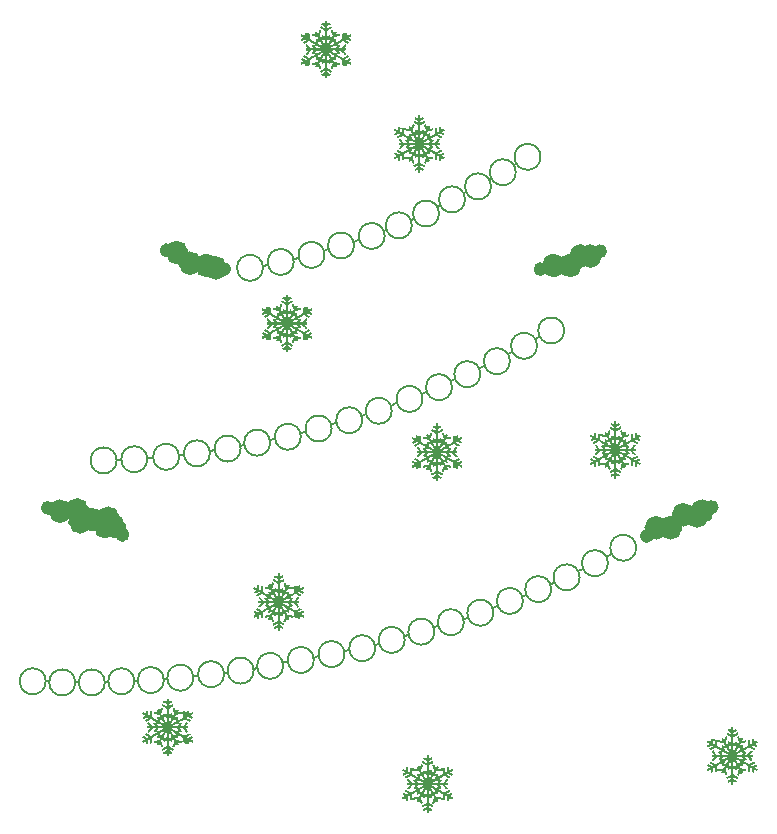
<source format=gbr>
%TF.GenerationSoftware,KiCad,Pcbnew,(6.0.7)*%
%TF.CreationDate,2022-08-02T13:51:54+02:00*%
%TF.ProjectId,LEDChristmasTree-2022,4c454443-6872-4697-9374-6d6173547265,rev?*%
%TF.SameCoordinates,Original*%
%TF.FileFunction,Legend,Top*%
%TF.FilePolarity,Positive*%
%FSLAX46Y46*%
G04 Gerber Fmt 4.6, Leading zero omitted, Abs format (unit mm)*
G04 Created by KiCad (PCBNEW (6.0.7)) date 2022-08-02 13:51:54*
%MOMM*%
%LPD*%
G01*
G04 APERTURE LIST*
%ADD10C,0.200000*%
%ADD11C,0.600000*%
%ADD12C,1.000000*%
%ADD13C,0.508000*%
%ADD14R,1.100000X0.750000*%
%ADD15R,0.750000X1.100000*%
%ADD16C,0.900000*%
%ADD17C,0.800000*%
G04 APERTURE END LIST*
D10*
X146930000Y-95250000D02*
X147310000Y-95070000D01*
D11*
X115590000Y-104910000D02*
G75*
G03*
X115590000Y-104910000I-300000J0D01*
G01*
D10*
X145500000Y-116100000D02*
G75*
G03*
X145500000Y-116100000I-1100000J0D01*
G01*
X136700000Y-98900000D02*
G75*
G03*
X136700000Y-98900000I-1100000J0D01*
G01*
X149390000Y-94190000D02*
X149770000Y-94010000D01*
D12*
X161700000Y-83600000D02*
G75*
G03*
X161700000Y-83600000I-500000J0D01*
G01*
X160000000Y-84400000D02*
G75*
G03*
X160000000Y-84400000I-500000J0D01*
G01*
D10*
X151860000Y-93090000D02*
X152240000Y-92910000D01*
X143800000Y-81900000D02*
G75*
G03*
X143800000Y-81900000I-1100000J0D01*
G01*
X136720000Y-98590000D02*
X137070000Y-98490000D01*
D12*
X167300000Y-106600000D02*
G75*
G03*
X167300000Y-106600000I-500000J0D01*
G01*
D10*
X151900000Y-93600000D02*
G75*
G03*
X151900000Y-93600000I-1100000J0D01*
G01*
D12*
X169600000Y-105500000D02*
G75*
G03*
X169600000Y-105500000I-500000J0D01*
G01*
D10*
X125100000Y-119500000D02*
G75*
G03*
X125100000Y-119500000I-1100000J0D01*
G01*
X156700000Y-91200000D02*
G75*
G03*
X156700000Y-91200000I-1100000J0D01*
G01*
X115100000Y-119600000D02*
X115400000Y-119600000D01*
X154260000Y-91900000D02*
X154600000Y-91730000D01*
X143000000Y-116800000D02*
G75*
G03*
X143000000Y-116800000I-1100000J0D01*
G01*
X157820000Y-111400000D02*
X158180000Y-111250000D01*
X145480000Y-115780000D02*
X145815000Y-115685000D01*
X117600000Y-119700000D02*
G75*
G03*
X117600000Y-119700000I-1100000J0D01*
G01*
X160210000Y-110290000D02*
X160570000Y-110100000D01*
D12*
X127800000Y-84200000D02*
G75*
G03*
X127800000Y-84200000I-500000J0D01*
G01*
D10*
X130200000Y-119000000D02*
G75*
G03*
X130200000Y-119000000I-1100000J0D01*
G01*
X120100000Y-119700000D02*
G75*
G03*
X120100000Y-119700000I-1100000J0D01*
G01*
X122600000Y-119600000D02*
G75*
G03*
X122600000Y-119600000I-1100000J0D01*
G01*
D12*
X120900000Y-105800000D02*
G75*
G03*
X120900000Y-105800000I-500000J0D01*
G01*
D10*
X153000000Y-113800000D02*
G75*
G03*
X153000000Y-113800000I-1100000J0D01*
G01*
X125100000Y-119400000D02*
X125390000Y-119380000D01*
X142960000Y-116520000D02*
X143295000Y-116425000D01*
X147000000Y-95700000D02*
G75*
G03*
X147000000Y-95700000I-1100000J0D01*
G01*
X131600000Y-99900000D02*
G75*
G03*
X131600000Y-99900000I-1100000J0D01*
G01*
X139300000Y-98200000D02*
G75*
G03*
X139300000Y-98200000I-1100000J0D01*
G01*
D11*
X171780000Y-104860000D02*
G75*
G03*
X171780000Y-104860000I-300000J0D01*
G01*
D12*
X130000000Y-84600000D02*
G75*
G03*
X130000000Y-84600000I-500000J0D01*
G01*
D10*
X137835000Y-117595000D02*
X138170000Y-117500000D01*
X140400000Y-117300000D02*
G75*
G03*
X140400000Y-117300000I-1100000J0D01*
G01*
X152800000Y-77700000D02*
G75*
G03*
X152800000Y-77700000I-1100000J0D01*
G01*
D12*
X119500000Y-105900000D02*
G75*
G03*
X119500000Y-105900000I-500000J0D01*
G01*
D10*
X134070000Y-99170000D02*
X134410000Y-99100000D01*
D12*
X120600000Y-106500000D02*
G75*
G03*
X120600000Y-106500000I-500000J0D01*
G01*
D11*
X125640000Y-83110000D02*
G75*
G03*
X125640000Y-83110000I-300000J0D01*
G01*
D10*
X150600000Y-78800000D02*
G75*
G03*
X150600000Y-78800000I-1100000J0D01*
G01*
X157000000Y-75200000D02*
G75*
G03*
X157000000Y-75200000I-1100000J0D01*
G01*
X123750000Y-100740000D02*
X124180000Y-100680000D01*
D12*
X158600000Y-84400000D02*
G75*
G03*
X158600000Y-84400000I-500000J0D01*
G01*
D10*
X136100000Y-83850000D02*
X136520000Y-83730000D01*
X144360000Y-96280000D02*
X144790000Y-96080000D01*
X141190000Y-82390000D02*
X141560000Y-82260000D01*
D12*
X168500000Y-106600000D02*
G75*
G03*
X168500000Y-106600000I-500000J0D01*
G01*
D10*
X141900000Y-97500000D02*
G75*
G03*
X141900000Y-97500000I-1100000J0D01*
G01*
X143740000Y-81490000D02*
X143950000Y-81410000D01*
X133510000Y-84420000D02*
X133910000Y-84350000D01*
X150480000Y-114300000D02*
X150815000Y-114205000D01*
D12*
X171200000Y-105200000D02*
G75*
G03*
X171200000Y-105200000I-500000J0D01*
G01*
X126700000Y-83300000D02*
G75*
G03*
X126700000Y-83300000I-500000J0D01*
G01*
D10*
X150520000Y-78280000D02*
X150690000Y-78190000D01*
X121150000Y-100860000D02*
X121450000Y-100860000D01*
X129000000Y-100300000D02*
G75*
G03*
X129000000Y-100300000I-1100000J0D01*
G01*
D11*
X166300000Y-107300000D02*
G75*
G03*
X166300000Y-107300000I-300000J0D01*
G01*
X130500000Y-84700000D02*
G75*
G03*
X130500000Y-84700000I-300000J0D01*
G01*
D10*
X115100000Y-119600000D02*
G75*
G03*
X115100000Y-119600000I-1100000J0D01*
G01*
X117600000Y-119700000D02*
X117900000Y-119700000D01*
X126400000Y-100600000D02*
G75*
G03*
X126400000Y-100600000I-1100000J0D01*
G01*
X157900000Y-111800000D02*
G75*
G03*
X157900000Y-111800000I-1100000J0D01*
G01*
X134100000Y-99400000D02*
G75*
G03*
X134100000Y-99400000I-1100000J0D01*
G01*
X152650000Y-77120000D02*
X152820000Y-77030000D01*
X121100000Y-100900000D02*
G75*
G03*
X121100000Y-100900000I-1100000J0D01*
G01*
X141200000Y-82700000D02*
G75*
G03*
X141200000Y-82700000I-1100000J0D01*
G01*
X120100000Y-119700000D02*
X120400000Y-119700000D01*
X141840000Y-97130000D02*
X142210000Y-97000000D01*
X135200000Y-118300000D02*
G75*
G03*
X135200000Y-118300000I-1100000J0D01*
G01*
X137800000Y-117800000D02*
G75*
G03*
X137800000Y-117800000I-1100000J0D01*
G01*
X148270000Y-79460000D02*
X148510000Y-79310000D01*
X127590000Y-119180000D02*
X127990000Y-119120000D01*
D11*
X121900000Y-107200000D02*
G75*
G03*
X121900000Y-107200000I-300000J0D01*
G01*
D10*
X159000000Y-89900000D02*
G75*
G03*
X159000000Y-89900000I-1100000J0D01*
G01*
D12*
X170700000Y-105600000D02*
G75*
G03*
X170700000Y-105600000I-500000J0D01*
G01*
D10*
X132710000Y-118550000D02*
X133000000Y-118500000D01*
X156560000Y-90630000D02*
X156880000Y-90440000D01*
X162700000Y-109600000D02*
G75*
G03*
X162700000Y-109600000I-1100000J0D01*
G01*
X122600000Y-119600000D02*
X122900000Y-119600000D01*
D12*
X121400000Y-106500000D02*
G75*
G03*
X121400000Y-106500000I-500000J0D01*
G01*
D10*
X138650000Y-83160000D02*
X139020000Y-83030000D01*
X135220000Y-118010000D02*
X135510000Y-117960000D01*
X146050000Y-80540000D02*
X146260000Y-80460000D01*
X160300000Y-110800000D02*
G75*
G03*
X160300000Y-110800000I-1100000J0D01*
G01*
X130200000Y-118900000D02*
X130520000Y-118860000D01*
D11*
X162330000Y-83190000D02*
G75*
G03*
X162330000Y-83190000I-300000J0D01*
G01*
D12*
X118500000Y-106100000D02*
G75*
G03*
X118500000Y-106100000I-500000J0D01*
G01*
D10*
X148400000Y-80000000D02*
G75*
G03*
X148400000Y-80000000I-1100000J0D01*
G01*
X148000000Y-115400000D02*
G75*
G03*
X148000000Y-115400000I-1100000J0D01*
G01*
D12*
X118300000Y-105100000D02*
G75*
G03*
X118300000Y-105100000I-500000J0D01*
G01*
D10*
X154760000Y-75890000D02*
X154930000Y-75800000D01*
D12*
X160900000Y-83600000D02*
G75*
G03*
X160900000Y-83600000I-500000J0D01*
G01*
D10*
X138700000Y-83500000D02*
G75*
G03*
X138700000Y-83500000I-1100000J0D01*
G01*
X155500000Y-112800000D02*
G75*
G03*
X155500000Y-112800000I-1100000J0D01*
G01*
X155420000Y-112430000D02*
X155780000Y-112280000D01*
D12*
X116800000Y-105200000D02*
G75*
G03*
X116800000Y-105200000I-500000J0D01*
G01*
D10*
X132700000Y-118700000D02*
G75*
G03*
X132700000Y-118700000I-1100000J0D01*
G01*
X127600000Y-119300000D02*
G75*
G03*
X127600000Y-119300000I-1100000J0D01*
G01*
X139300000Y-97850000D02*
X139650000Y-97750000D01*
X133500000Y-84600000D02*
G75*
G03*
X133500000Y-84600000I-1100000J0D01*
G01*
X165100000Y-108300000D02*
G75*
G03*
X165100000Y-108300000I-1100000J0D01*
G01*
X131570000Y-99660000D02*
X131910000Y-99590000D01*
X136100000Y-84100000D02*
G75*
G03*
X136100000Y-84100000I-1100000J0D01*
G01*
X150500000Y-114600000D02*
G75*
G03*
X150500000Y-114600000I-1100000J0D01*
G01*
X129000000Y-100110000D02*
X129410000Y-100050000D01*
X154900000Y-76500000D02*
G75*
G03*
X154900000Y-76500000I-1100000J0D01*
G01*
X140420000Y-117080000D02*
X140755000Y-116985000D01*
X154400000Y-92500000D02*
G75*
G03*
X154400000Y-92500000I-1100000J0D01*
G01*
X149500000Y-94700000D02*
G75*
G03*
X149500000Y-94700000I-1100000J0D01*
G01*
X162590000Y-109040000D02*
X162950000Y-108850000D01*
X146100000Y-81000000D02*
G75*
G03*
X146100000Y-81000000I-1100000J0D01*
G01*
D12*
X129200000Y-84400000D02*
G75*
G03*
X129200000Y-84400000I-500000J0D01*
G01*
D10*
X126400000Y-100470000D02*
X126810000Y-100410000D01*
D11*
X157300000Y-84700000D02*
G75*
G03*
X157300000Y-84700000I-300000J0D01*
G01*
D10*
X152980000Y-113380000D02*
X153340000Y-113230000D01*
X144400000Y-96700000D02*
G75*
G03*
X144400000Y-96700000I-1100000J0D01*
G01*
X123700000Y-100800000D02*
G75*
G03*
X123700000Y-100800000I-1100000J0D01*
G01*
X147950000Y-115010000D02*
X148285000Y-114915000D01*
%TO.C,G\u002A\u002A\u002A*%
G36*
X134678797Y-89973500D02*
G01*
X134859160Y-89973500D01*
X134862775Y-89980817D01*
X134869641Y-89980401D01*
X134879041Y-89978328D01*
X134897891Y-89974745D01*
X134923820Y-89970084D01*
X134954460Y-89964776D01*
X134969209Y-89962281D01*
X135000347Y-89956948D01*
X135027017Y-89952175D01*
X135047119Y-89948355D01*
X135058550Y-89945880D01*
X135060356Y-89945270D01*
X135064120Y-89939407D01*
X135072927Y-89924690D01*
X135085988Y-89902489D01*
X135102513Y-89874176D01*
X135121712Y-89841123D01*
X135142797Y-89804700D01*
X135164976Y-89766280D01*
X135187462Y-89727232D01*
X135209463Y-89688930D01*
X135230190Y-89652743D01*
X135238132Y-89638829D01*
X135625772Y-89638829D01*
X135625934Y-89869190D01*
X135626096Y-90099552D01*
X135702296Y-90163522D01*
X135727825Y-90184828D01*
X135750101Y-90203177D01*
X135767540Y-90217285D01*
X135778560Y-90225868D01*
X135781632Y-90227906D01*
X135784613Y-90222714D01*
X135790887Y-90208078D01*
X135799722Y-90185833D01*
X135810383Y-90157814D01*
X135819181Y-90133989D01*
X135830584Y-90102495D01*
X135840376Y-90074998D01*
X135847881Y-90053433D01*
X135852422Y-90039740D01*
X135853476Y-90035816D01*
X135850549Y-90029942D01*
X135842258Y-90014868D01*
X135829260Y-89991746D01*
X135812211Y-89961733D01*
X135791767Y-89925983D01*
X135768585Y-89885650D01*
X135743320Y-89841888D01*
X135739566Y-89835400D01*
X135625772Y-89638829D01*
X135238132Y-89638829D01*
X135248854Y-89620043D01*
X135264665Y-89592202D01*
X135276833Y-89570591D01*
X135284569Y-89556582D01*
X135286362Y-89552989D01*
X135784038Y-89552989D01*
X135786561Y-89558293D01*
X135794325Y-89572556D01*
X135806530Y-89594391D01*
X135822378Y-89622413D01*
X135841070Y-89655235D01*
X135861807Y-89691471D01*
X135883791Y-89729736D01*
X135906222Y-89768643D01*
X135928302Y-89806806D01*
X135949231Y-89842840D01*
X135968212Y-89875358D01*
X135984445Y-89902974D01*
X135997131Y-89924303D01*
X136005472Y-89937957D01*
X136008501Y-89942448D01*
X136015158Y-89944627D01*
X136031307Y-89948461D01*
X136054650Y-89953494D01*
X136082889Y-89959269D01*
X136113724Y-89965331D01*
X136144858Y-89971221D01*
X136173993Y-89976485D01*
X136198829Y-89980666D01*
X136208217Y-89982105D01*
X136211833Y-89977780D01*
X136212331Y-89972282D01*
X136211190Y-89962953D01*
X136208295Y-89944153D01*
X136204021Y-89918198D01*
X136198746Y-89887407D01*
X136195704Y-89870092D01*
X136179455Y-89778383D01*
X135982567Y-89664865D01*
X135938465Y-89639504D01*
X135897721Y-89616200D01*
X135861475Y-89595596D01*
X135830864Y-89578333D01*
X135807026Y-89565052D01*
X135791099Y-89556395D01*
X135784221Y-89553002D01*
X135784038Y-89552989D01*
X135286362Y-89552989D01*
X135287083Y-89551544D01*
X135287079Y-89551544D01*
X135281467Y-89554421D01*
X135266889Y-89562517D01*
X135244736Y-89575031D01*
X135216396Y-89591163D01*
X135183261Y-89610111D01*
X135146720Y-89631073D01*
X135108162Y-89653250D01*
X135068979Y-89675839D01*
X135030558Y-89698040D01*
X134994291Y-89719051D01*
X134961567Y-89738071D01*
X134933776Y-89754300D01*
X134912308Y-89766936D01*
X134898553Y-89775178D01*
X134893943Y-89778149D01*
X134891743Y-89784943D01*
X134888112Y-89801122D01*
X134883486Y-89824242D01*
X134878300Y-89851856D01*
X134872990Y-89881518D01*
X134867991Y-89910783D01*
X134863740Y-89937204D01*
X134860671Y-89958335D01*
X134859219Y-89971732D01*
X134859160Y-89973500D01*
X134678797Y-89973500D01*
X134680256Y-89964715D01*
X134685035Y-89934950D01*
X134688434Y-89912581D01*
X134690195Y-89899238D01*
X134690315Y-89896140D01*
X134684920Y-89898740D01*
X134670195Y-89906767D01*
X134647170Y-89919635D01*
X134616875Y-89936760D01*
X134580341Y-89957559D01*
X134538598Y-89981446D01*
X134492677Y-90007836D01*
X134448903Y-90033086D01*
X134209337Y-90171506D01*
X134206342Y-90410641D01*
X134203348Y-90649777D01*
X134118018Y-90665653D01*
X134087548Y-90671081D01*
X134061446Y-90675275D01*
X134041880Y-90677922D01*
X134031015Y-90678708D01*
X134029580Y-90678421D01*
X134028956Y-90671903D01*
X134028611Y-90654829D01*
X134028538Y-90628614D01*
X134028731Y-90594678D01*
X134029184Y-90554436D01*
X134029889Y-90509308D01*
X134030526Y-90475772D01*
X134031447Y-90422625D01*
X134031932Y-90376207D01*
X134031988Y-90337498D01*
X134031621Y-90307476D01*
X134030839Y-90287120D01*
X134029648Y-90277408D01*
X134029127Y-90276706D01*
X134022121Y-90279777D01*
X134007040Y-90287798D01*
X133986084Y-90299560D01*
X133961452Y-90313855D01*
X133960787Y-90314247D01*
X133897901Y-90351314D01*
X133896316Y-90528247D01*
X133894732Y-90705180D01*
X133809474Y-90720548D01*
X133778856Y-90725843D01*
X133752475Y-90729980D01*
X133732549Y-90732646D01*
X133721295Y-90733524D01*
X133719724Y-90733308D01*
X133718441Y-90726830D01*
X133717301Y-90710092D01*
X133716359Y-90684813D01*
X133715670Y-90652710D01*
X133715290Y-90615502D01*
X133715232Y-90593541D01*
X133715232Y-90456382D01*
X133586529Y-90530665D01*
X133457826Y-90604949D01*
X133433015Y-90561871D01*
X133418073Y-90536115D01*
X133402310Y-90509240D01*
X133389026Y-90486871D01*
X133388508Y-90486007D01*
X133378712Y-90468482D01*
X133372569Y-90455072D01*
X133371383Y-90449063D01*
X133377111Y-90444996D01*
X133391727Y-90435913D01*
X133413709Y-90422724D01*
X133441534Y-90406336D01*
X133473679Y-90387660D01*
X133489624Y-90378478D01*
X133523802Y-90358777D01*
X133554891Y-90340720D01*
X133581239Y-90325277D01*
X133601193Y-90313417D01*
X133613102Y-90306113D01*
X133615326Y-90304623D01*
X133617394Y-90301557D01*
X133615564Y-90297280D01*
X133608754Y-90291045D01*
X133595881Y-90282109D01*
X133575863Y-90269726D01*
X133547618Y-90253153D01*
X133510064Y-90231643D01*
X133505593Y-90229100D01*
X133471494Y-90209592D01*
X133441173Y-90192016D01*
X133416087Y-90177236D01*
X133397696Y-90166117D01*
X133387457Y-90159521D01*
X133385828Y-90158121D01*
X133389549Y-90151802D01*
X133399561Y-90138706D01*
X133414142Y-90120824D01*
X133431568Y-90100151D01*
X133450116Y-90078681D01*
X133468062Y-90058407D01*
X133483684Y-90041323D01*
X133495257Y-90029422D01*
X133501059Y-90024699D01*
X133501168Y-90024687D01*
X133507870Y-90027573D01*
X133523537Y-90035720D01*
X133546783Y-90048363D01*
X133576223Y-90064739D01*
X133610469Y-90084082D01*
X133648136Y-90105627D01*
X133653186Y-90108535D01*
X133691208Y-90130313D01*
X133726005Y-90149986D01*
X133756187Y-90166790D01*
X133780364Y-90179959D01*
X133797147Y-90188729D01*
X133805147Y-90192334D01*
X133805467Y-90192383D01*
X133813074Y-90189556D01*
X133828339Y-90182049D01*
X133848633Y-90171329D01*
X133871332Y-90158861D01*
X133893809Y-90146110D01*
X133913439Y-90134540D01*
X133927594Y-90125618D01*
X133933600Y-90120896D01*
X133929225Y-90117033D01*
X133915591Y-90108030D01*
X133893889Y-90094602D01*
X133865309Y-90077466D01*
X133831041Y-90057338D01*
X133792275Y-90034934D01*
X133763039Y-90018247D01*
X133721695Y-89994653D01*
X133683874Y-89972853D01*
X133650791Y-89953564D01*
X133623660Y-89937503D01*
X133603697Y-89925387D01*
X133592116Y-89917933D01*
X133589647Y-89915881D01*
X133593301Y-89910174D01*
X133603476Y-89897175D01*
X133618786Y-89878587D01*
X133637843Y-89856113D01*
X133646554Y-89846014D01*
X133703648Y-89780142D01*
X133910912Y-89898649D01*
X134118176Y-90017157D01*
X134350439Y-89883737D01*
X134398884Y-89855912D01*
X134444359Y-89829799D01*
X134485763Y-89806030D01*
X134521994Y-89785237D01*
X134551950Y-89768053D01*
X134574530Y-89755110D01*
X134588632Y-89747039D01*
X134592946Y-89744584D01*
X134595837Y-89742814D01*
X134597042Y-89740990D01*
X134595502Y-89738661D01*
X134590160Y-89735375D01*
X134579958Y-89730683D01*
X134563838Y-89724132D01*
X134540742Y-89715272D01*
X134509613Y-89703652D01*
X134469392Y-89688822D01*
X134419023Y-89670330D01*
X134417040Y-89669602D01*
X134313307Y-89631540D01*
X134380932Y-89550438D01*
X134613605Y-89550438D01*
X134618851Y-89553856D01*
X134633077Y-89560498D01*
X134654016Y-89569469D01*
X134679400Y-89579874D01*
X134706961Y-89590818D01*
X134734431Y-89601408D01*
X134759544Y-89610747D01*
X134780030Y-89617941D01*
X134793624Y-89622095D01*
X134796795Y-89622725D01*
X134803313Y-89619990D01*
X134818983Y-89611903D01*
X134842603Y-89599129D01*
X134872968Y-89582335D01*
X134908875Y-89562186D01*
X134949119Y-89539348D01*
X134991443Y-89515093D01*
X135034938Y-89490048D01*
X135075373Y-89466758D01*
X135111520Y-89445932D01*
X135142149Y-89428278D01*
X135166033Y-89414505D01*
X135181940Y-89405321D01*
X135188202Y-89401692D01*
X135883305Y-89401692D01*
X135893874Y-89407989D01*
X135912631Y-89418982D01*
X135938176Y-89433862D01*
X135969107Y-89451821D01*
X136004021Y-89472050D01*
X136041517Y-89493738D01*
X136080193Y-89516078D01*
X136118648Y-89538260D01*
X136155478Y-89559475D01*
X136189283Y-89578915D01*
X136218661Y-89595769D01*
X136242209Y-89609229D01*
X136258526Y-89618486D01*
X136266211Y-89622731D01*
X136266611Y-89622913D01*
X136272956Y-89621140D01*
X136288630Y-89615906D01*
X136311717Y-89607874D01*
X136340300Y-89597710D01*
X136363935Y-89589179D01*
X136395148Y-89577606D01*
X136422002Y-89567191D01*
X136442645Y-89558690D01*
X136455229Y-89552858D01*
X136458264Y-89550690D01*
X136454604Y-89544902D01*
X136444480Y-89531600D01*
X136429177Y-89512406D01*
X136409982Y-89488940D01*
X136395168Y-89471139D01*
X136332072Y-89395826D01*
X136103197Y-89396008D01*
X136043648Y-89396194D01*
X135992492Y-89396638D01*
X135950360Y-89397325D01*
X135917880Y-89398238D01*
X135895684Y-89399362D01*
X135884400Y-89400679D01*
X135883305Y-89401692D01*
X135188202Y-89401692D01*
X135188564Y-89401482D01*
X135185020Y-89400199D01*
X135170411Y-89399066D01*
X135145646Y-89398105D01*
X135111637Y-89397336D01*
X135069295Y-89396780D01*
X135019531Y-89396458D01*
X134966965Y-89396387D01*
X134736382Y-89396584D01*
X134674994Y-89470839D01*
X134654226Y-89496276D01*
X134636462Y-89518637D01*
X134622995Y-89536247D01*
X134615117Y-89547431D01*
X134613605Y-89550438D01*
X134380932Y-89550438D01*
X134409553Y-89516113D01*
X134435850Y-89484483D01*
X134459407Y-89455970D01*
X134479197Y-89431834D01*
X134494189Y-89413334D01*
X134503354Y-89401733D01*
X134505800Y-89398256D01*
X134500101Y-89397539D01*
X134484160Y-89396906D01*
X134459717Y-89396390D01*
X134428509Y-89396024D01*
X134392273Y-89395841D01*
X134378268Y-89395826D01*
X134250736Y-89395826D01*
X134098275Y-89578484D01*
X134064771Y-89618503D01*
X134033607Y-89655493D01*
X134005624Y-89688474D01*
X133981663Y-89716466D01*
X133962564Y-89738489D01*
X133949167Y-89753561D01*
X133942314Y-89760703D01*
X133941646Y-89761153D01*
X133935116Y-89758296D01*
X133920684Y-89750625D01*
X133900708Y-89739504D01*
X133877548Y-89726299D01*
X133853561Y-89712375D01*
X133831107Y-89699096D01*
X133812545Y-89687828D01*
X133800234Y-89679934D01*
X133796760Y-89677320D01*
X133799038Y-89671462D01*
X133808370Y-89657510D01*
X133824003Y-89636450D01*
X133845180Y-89609269D01*
X133871146Y-89576955D01*
X133901145Y-89540493D01*
X133905345Y-89535449D01*
X134019244Y-89398821D01*
X133918145Y-89397182D01*
X133817047Y-89395543D01*
X133817047Y-89216434D01*
X133919100Y-89214796D01*
X134021153Y-89213157D01*
X133907122Y-89076308D01*
X133878389Y-89041697D01*
X133852315Y-89010044D01*
X133829847Y-88982516D01*
X133811931Y-88960283D01*
X133799513Y-88944512D01*
X133793538Y-88936371D01*
X133793142Y-88935563D01*
X133798142Y-88930755D01*
X133811528Y-88921866D01*
X133830974Y-88910171D01*
X133854154Y-88896947D01*
X133878741Y-88883469D01*
X133902407Y-88871014D01*
X133922828Y-88860857D01*
X133937675Y-88854275D01*
X133944561Y-88852517D01*
X133949876Y-88857607D01*
X133961944Y-88870928D01*
X133979898Y-88891468D01*
X134002871Y-88918218D01*
X134029996Y-88950165D01*
X134060406Y-88986299D01*
X134093234Y-89025607D01*
X134101532Y-89035589D01*
X134251261Y-89215863D01*
X134511817Y-89216151D01*
X134412818Y-89098195D01*
X134381794Y-89060822D01*
X134613375Y-89060822D01*
X134614352Y-89064762D01*
X134615017Y-89065684D01*
X134621393Y-89073528D01*
X134633909Y-89088684D01*
X134651012Y-89109281D01*
X134671152Y-89133449D01*
X134681431Y-89145756D01*
X134740274Y-89216151D01*
X134968611Y-89216151D01*
X135020320Y-89216022D01*
X135067394Y-89215653D01*
X135108636Y-89215071D01*
X135142849Y-89214304D01*
X135168834Y-89213379D01*
X135185394Y-89212326D01*
X135191331Y-89211170D01*
X135191259Y-89211012D01*
X135190487Y-89210496D01*
X135877316Y-89210496D01*
X135880856Y-89211790D01*
X135895471Y-89212951D01*
X135920256Y-89213956D01*
X135954308Y-89214783D01*
X135996724Y-89215409D01*
X136046600Y-89215813D01*
X136099085Y-89215969D01*
X136329837Y-89216151D01*
X136394820Y-89137864D01*
X136415862Y-89111904D01*
X136433442Y-89089035D01*
X136446417Y-89070844D01*
X136453644Y-89058915D01*
X136454542Y-89054966D01*
X136447171Y-89051352D01*
X136430875Y-89044770D01*
X136408077Y-89036092D01*
X136381200Y-89026184D01*
X136352666Y-89015916D01*
X136324899Y-89006157D01*
X136300321Y-88997776D01*
X136281356Y-88991642D01*
X136270425Y-88988623D01*
X136269085Y-88988455D01*
X136262950Y-88991342D01*
X136247757Y-88999467D01*
X136224823Y-89012084D01*
X136195466Y-89028444D01*
X136161005Y-89047802D01*
X136122756Y-89069411D01*
X136082038Y-89092523D01*
X136040168Y-89116391D01*
X135998463Y-89140270D01*
X135958243Y-89163412D01*
X135920824Y-89185069D01*
X135887525Y-89204497D01*
X135877316Y-89210496D01*
X135190487Y-89210496D01*
X135184085Y-89206216D01*
X135168092Y-89196503D01*
X135144692Y-89182680D01*
X135115300Y-89165551D01*
X135081330Y-89145920D01*
X135044195Y-89124593D01*
X135005311Y-89102375D01*
X134966090Y-89080070D01*
X134927946Y-89058484D01*
X134892295Y-89038422D01*
X134860549Y-89020688D01*
X134834123Y-89006087D01*
X134814430Y-88995425D01*
X134802885Y-88989506D01*
X134800496Y-88988564D01*
X134792876Y-88990516D01*
X134776042Y-88995917D01*
X134752021Y-89004081D01*
X134722842Y-89014323D01*
X134700648Y-89022285D01*
X134666190Y-89034894D01*
X134641649Y-89044335D01*
X134625609Y-89051325D01*
X134616656Y-89056582D01*
X134613375Y-89060822D01*
X134381794Y-89060822D01*
X134378869Y-89057299D01*
X134352874Y-89024971D01*
X134334661Y-89000981D01*
X134324058Y-88985098D01*
X134320891Y-88977092D01*
X134321470Y-88976127D01*
X134329058Y-88972987D01*
X134346247Y-88966383D01*
X134371378Y-88956937D01*
X134402791Y-88945269D01*
X134438826Y-88932002D01*
X134463876Y-88922837D01*
X134501595Y-88909033D01*
X134535378Y-88896593D01*
X134563659Y-88886101D01*
X134584872Y-88878140D01*
X134597453Y-88873291D01*
X134600277Y-88872071D01*
X134595586Y-88868869D01*
X134581506Y-88860319D01*
X134559048Y-88847010D01*
X134529223Y-88829535D01*
X134493044Y-88808483D01*
X134451522Y-88784447D01*
X134405670Y-88758015D01*
X134360091Y-88731838D01*
X134118260Y-88593195D01*
X133913078Y-88710300D01*
X133867835Y-88736009D01*
X133825803Y-88759679D01*
X133788122Y-88780682D01*
X133755932Y-88798392D01*
X133730375Y-88812184D01*
X133712591Y-88821431D01*
X133703721Y-88825507D01*
X133702983Y-88825634D01*
X133697516Y-88820714D01*
X133686203Y-88808709D01*
X133670784Y-88791624D01*
X133653000Y-88771466D01*
X133634591Y-88750240D01*
X133617296Y-88729951D01*
X133602856Y-88712606D01*
X133593010Y-88700210D01*
X133589495Y-88694814D01*
X133594488Y-88691159D01*
X133608675Y-88682296D01*
X133630839Y-88668947D01*
X133659767Y-88651831D01*
X133694243Y-88631671D01*
X133733051Y-88609186D01*
X133760467Y-88593412D01*
X133801582Y-88569752D01*
X133839277Y-88547932D01*
X133872318Y-88528675D01*
X133899468Y-88512707D01*
X133919492Y-88500754D01*
X133931155Y-88493541D01*
X133933668Y-88491735D01*
X133929646Y-88487580D01*
X133917079Y-88478798D01*
X133897863Y-88466633D01*
X133873895Y-88452329D01*
X133871151Y-88450737D01*
X133806439Y-88413291D01*
X133655085Y-88500476D01*
X133616424Y-88522603D01*
X133581091Y-88542548D01*
X133550421Y-88559580D01*
X133525749Y-88572969D01*
X133508409Y-88581983D01*
X133499735Y-88585890D01*
X133499062Y-88585979D01*
X133492252Y-88580425D01*
X133480367Y-88567793D01*
X133465008Y-88550087D01*
X133447780Y-88529310D01*
X133430285Y-88507465D01*
X133414126Y-88486555D01*
X133400906Y-88468585D01*
X133392229Y-88455558D01*
X133389696Y-88449476D01*
X133389767Y-88449383D01*
X133396258Y-88445065D01*
X133411544Y-88435745D01*
X133434026Y-88422372D01*
X133462103Y-88405897D01*
X133494175Y-88387267D01*
X133505611Y-88380664D01*
X133538597Y-88361580D01*
X133568063Y-88344393D01*
X133592427Y-88330039D01*
X133610108Y-88319452D01*
X133619521Y-88313566D01*
X133620560Y-88312798D01*
X133616791Y-88308834D01*
X133603965Y-88299885D01*
X133583473Y-88286823D01*
X133556705Y-88270520D01*
X133525054Y-88251849D01*
X133504377Y-88239919D01*
X133469668Y-88219991D01*
X133438192Y-88201803D01*
X133411526Y-88186275D01*
X133391249Y-88174329D01*
X133378940Y-88166887D01*
X133376147Y-88165055D01*
X133374074Y-88160407D01*
X133376010Y-88151337D01*
X133382588Y-88136363D01*
X133394441Y-88114003D01*
X133408790Y-88088685D01*
X133424131Y-88062349D01*
X133437696Y-88039615D01*
X133448203Y-88022590D01*
X133454372Y-88013382D01*
X133455049Y-88012585D01*
X133462184Y-88013575D01*
X133478856Y-88020709D01*
X133504493Y-88033698D01*
X133538528Y-88052255D01*
X133580392Y-88076090D01*
X133580513Y-88076160D01*
X133615023Y-88096072D01*
X133646292Y-88114005D01*
X133672755Y-88129071D01*
X133692849Y-88140380D01*
X133705009Y-88147045D01*
X133707745Y-88148408D01*
X133710231Y-88146910D01*
X133712137Y-88139449D01*
X133713526Y-88124888D01*
X133714461Y-88102089D01*
X133715005Y-88069914D01*
X133715221Y-88027225D01*
X133715232Y-88012972D01*
X133715417Y-87973699D01*
X133715937Y-87938757D01*
X133716738Y-87909813D01*
X133717764Y-87888536D01*
X133718963Y-87876593D01*
X133719724Y-87874600D01*
X133727881Y-87875603D01*
X133744983Y-87878265D01*
X133768187Y-87882101D01*
X133794653Y-87886627D01*
X133821539Y-87891356D01*
X133846005Y-87895805D01*
X133863463Y-87899139D01*
X133894906Y-87905376D01*
X133894906Y-88256580D01*
X133957628Y-88293168D01*
X133982397Y-88307334D01*
X134003627Y-88318946D01*
X134019078Y-88326817D01*
X134026509Y-88329756D01*
X134026542Y-88329757D01*
X134028343Y-88324466D01*
X134029571Y-88308432D01*
X134030227Y-88281413D01*
X134030313Y-88243168D01*
X134029834Y-88193455D01*
X134028790Y-88132033D01*
X134028714Y-88128174D01*
X134024695Y-87926592D01*
X134042152Y-87930010D01*
X134054762Y-87932415D01*
X134076150Y-87936427D01*
X134103313Y-87941486D01*
X134132908Y-87946967D01*
X134206208Y-87960505D01*
X134207773Y-88199412D01*
X134209337Y-88438319D01*
X134448065Y-88576029D01*
X134496780Y-88604057D01*
X134542249Y-88630076D01*
X134583437Y-88653505D01*
X134619312Y-88673762D01*
X134648838Y-88690265D01*
X134670980Y-88702433D01*
X134684706Y-88709683D01*
X134688999Y-88711534D01*
X134688639Y-88705273D01*
X134686457Y-88688841D01*
X134682705Y-88663863D01*
X134678072Y-88634724D01*
X134860105Y-88634724D01*
X134861448Y-88649702D01*
X134864169Y-88671824D01*
X134867910Y-88698765D01*
X134872312Y-88728201D01*
X134877016Y-88757807D01*
X134881664Y-88785257D01*
X134885897Y-88808228D01*
X134889356Y-88824394D01*
X134891683Y-88831430D01*
X134891692Y-88831439D01*
X134897153Y-88834786D01*
X134911590Y-88843273D01*
X134933625Y-88856106D01*
X134961882Y-88872492D01*
X134994983Y-88891638D01*
X135031548Y-88912751D01*
X135070200Y-88935036D01*
X135109562Y-88957701D01*
X135148256Y-88979952D01*
X135184902Y-89000996D01*
X135218125Y-89020039D01*
X135246545Y-89036287D01*
X135268784Y-89048949D01*
X135283466Y-89057230D01*
X135289211Y-89060336D01*
X135289235Y-89060341D01*
X135288842Y-89056648D01*
X135288450Y-89055942D01*
X135288226Y-89055555D01*
X135782475Y-89055555D01*
X135787044Y-89053637D01*
X135800602Y-89046506D01*
X135821767Y-89034946D01*
X135849162Y-89019740D01*
X135881404Y-89001673D01*
X135917115Y-88981529D01*
X135954913Y-88960092D01*
X135993420Y-88938146D01*
X136031254Y-88916475D01*
X136067037Y-88895863D01*
X136099386Y-88877094D01*
X136126924Y-88860953D01*
X136148268Y-88848223D01*
X136158806Y-88841749D01*
X136179768Y-88828576D01*
X136196471Y-88731124D01*
X136201892Y-88698478D01*
X136206262Y-88670165D01*
X136209298Y-88648194D01*
X136210716Y-88634578D01*
X136210586Y-88631084D01*
X136204120Y-88631173D01*
X136187850Y-88633052D01*
X136163770Y-88636445D01*
X136133876Y-88641076D01*
X136108886Y-88645187D01*
X136009774Y-88661878D01*
X135897129Y-88856239D01*
X135871671Y-88900205D01*
X135848119Y-88940950D01*
X135827149Y-88977305D01*
X135809434Y-89008097D01*
X135795646Y-89032157D01*
X135786460Y-89048313D01*
X135782549Y-89055394D01*
X135782475Y-89055555D01*
X135288226Y-89055555D01*
X135284947Y-89049893D01*
X135276138Y-89034661D01*
X135262710Y-89011432D01*
X135245350Y-88981396D01*
X135224745Y-88945739D01*
X135201581Y-88905650D01*
X135176818Y-88862791D01*
X135151628Y-88819331D01*
X135128112Y-88779027D01*
X135106988Y-88743089D01*
X135088974Y-88712729D01*
X135074788Y-88689156D01*
X135065148Y-88673581D01*
X135060814Y-88667253D01*
X135053497Y-88664584D01*
X135036796Y-88660446D01*
X135013152Y-88655302D01*
X134985003Y-88649615D01*
X134954787Y-88643849D01*
X134924944Y-88638467D01*
X134897912Y-88633931D01*
X134876130Y-88630705D01*
X134862037Y-88629252D01*
X134860498Y-88629214D01*
X134860105Y-88634724D01*
X134678072Y-88634724D01*
X134677633Y-88631966D01*
X134671491Y-88594777D01*
X134667633Y-88572042D01*
X135218509Y-88572042D01*
X135221425Y-88578802D01*
X135229750Y-88594791D01*
X135242855Y-88618894D01*
X135260109Y-88649998D01*
X135280880Y-88686988D01*
X135304539Y-88728749D01*
X135330453Y-88774168D01*
X135357993Y-88822129D01*
X135386528Y-88871519D01*
X135415427Y-88921223D01*
X135438179Y-88960115D01*
X135443222Y-88964591D01*
X135443456Y-88964607D01*
X135444048Y-88958835D01*
X135444594Y-88942390D01*
X135445078Y-88916575D01*
X135445486Y-88882696D01*
X135445801Y-88842057D01*
X135446010Y-88795962D01*
X135446096Y-88745716D01*
X135446097Y-88738823D01*
X135625772Y-88738823D01*
X135625824Y-88797765D01*
X135626005Y-88845705D01*
X135626351Y-88883622D01*
X135626898Y-88912492D01*
X135627683Y-88933293D01*
X135628743Y-88947000D01*
X135630113Y-88954592D01*
X135631831Y-88957045D01*
X135633850Y-88955459D01*
X135638687Y-88947599D01*
X135648748Y-88930654D01*
X135663277Y-88905916D01*
X135681519Y-88874680D01*
X135702717Y-88838238D01*
X135726116Y-88797884D01*
X135744785Y-88765603D01*
X135769136Y-88723375D01*
X135791614Y-88684242D01*
X135811502Y-88649465D01*
X135828087Y-88620300D01*
X135840650Y-88598006D01*
X135848477Y-88583841D01*
X135850830Y-88579254D01*
X135849828Y-88571615D01*
X135845379Y-88555337D01*
X135838281Y-88532665D01*
X135829331Y-88505847D01*
X135819324Y-88477130D01*
X135809059Y-88448760D01*
X135799331Y-88422985D01*
X135790937Y-88402051D01*
X135784674Y-88388205D01*
X135781477Y-88383659D01*
X135775947Y-88387301D01*
X135762847Y-88397380D01*
X135743776Y-88412621D01*
X135720334Y-88431753D01*
X135701893Y-88447017D01*
X135625772Y-88510374D01*
X135625772Y-88738823D01*
X135446097Y-88738823D01*
X135446097Y-88512086D01*
X135367810Y-88447103D01*
X135341851Y-88426061D01*
X135318987Y-88408481D01*
X135300801Y-88395507D01*
X135288879Y-88388279D01*
X135284935Y-88387381D01*
X135281083Y-88395048D01*
X135274295Y-88411619D01*
X135265452Y-88434647D01*
X135255436Y-88461681D01*
X135245126Y-88490273D01*
X135235405Y-88517975D01*
X135227153Y-88542335D01*
X135221250Y-88560907D01*
X135218579Y-88571240D01*
X135218509Y-88572042D01*
X134667633Y-88572042D01*
X134666351Y-88564489D01*
X134659597Y-88524365D01*
X134653772Y-88488275D01*
X134649119Y-88457856D01*
X134645882Y-88434741D01*
X134644305Y-88420568D01*
X134644355Y-88416793D01*
X134650793Y-88416993D01*
X134667406Y-88419052D01*
X134692578Y-88422727D01*
X134724691Y-88427773D01*
X134762128Y-88433946D01*
X134795110Y-88439580D01*
X134835476Y-88446482D01*
X134871645Y-88452479D01*
X134902039Y-88457326D01*
X134925083Y-88460777D01*
X134939200Y-88462585D01*
X134943008Y-88462670D01*
X134940102Y-88456007D01*
X134932108Y-88441138D01*
X134920116Y-88419894D01*
X134905213Y-88394103D01*
X134888488Y-88365598D01*
X134871029Y-88336208D01*
X134853924Y-88307764D01*
X134838262Y-88282095D01*
X134825132Y-88261033D01*
X134815620Y-88246407D01*
X134810816Y-88240047D01*
X134810560Y-88239919D01*
X134802785Y-88238924D01*
X134784934Y-88236118D01*
X134758560Y-88231774D01*
X134725218Y-88226162D01*
X134686461Y-88219554D01*
X134643843Y-88212220D01*
X134598919Y-88204432D01*
X134553241Y-88196462D01*
X134508365Y-88188580D01*
X134465843Y-88181058D01*
X134427229Y-88174166D01*
X134394078Y-88168177D01*
X134367943Y-88163361D01*
X134350378Y-88159989D01*
X134342937Y-88158333D01*
X134342822Y-88158280D01*
X134341149Y-88151567D01*
X134339737Y-88135076D01*
X134338702Y-88111006D01*
X134338158Y-88081555D01*
X134338104Y-88068399D01*
X134338104Y-87981434D01*
X134354574Y-87984740D01*
X134376022Y-87988828D01*
X134404648Y-87993964D01*
X134438677Y-87999861D01*
X134476335Y-88006233D01*
X134515848Y-88012791D01*
X134555442Y-88019249D01*
X134593341Y-88025317D01*
X134627773Y-88030709D01*
X134656963Y-88035138D01*
X134679137Y-88038315D01*
X134692520Y-88039953D01*
X134695707Y-88040030D01*
X134693831Y-88034167D01*
X134686800Y-88019871D01*
X134675595Y-87998997D01*
X134661196Y-87973398D01*
X134653010Y-87959245D01*
X134636830Y-87931327D01*
X134622726Y-87906635D01*
X134611855Y-87887222D01*
X134605373Y-87875137D01*
X134604182Y-87872603D01*
X134606428Y-87866767D01*
X134616983Y-87857532D01*
X134636604Y-87844355D01*
X134666049Y-87826693D01*
X134676456Y-87820698D01*
X134703294Y-87805558D01*
X134726208Y-87793032D01*
X134743321Y-87784114D01*
X134752758Y-87779798D01*
X134753987Y-87779603D01*
X134757479Y-87785253D01*
X134765907Y-87799514D01*
X134778233Y-87820614D01*
X134793423Y-87846780D01*
X134805164Y-87867095D01*
X134821679Y-87895560D01*
X134836031Y-87920000D01*
X134847196Y-87938696D01*
X134854154Y-87949932D01*
X134855977Y-87952440D01*
X134858360Y-87947047D01*
X134864344Y-87931785D01*
X134873408Y-87908035D01*
X134885033Y-87877174D01*
X134898695Y-87840580D01*
X134913875Y-87799634D01*
X134919371Y-87784744D01*
X134935092Y-87742581D01*
X134949703Y-87704304D01*
X134962649Y-87671294D01*
X134973376Y-87644933D01*
X134981330Y-87626604D01*
X134985955Y-87617689D01*
X134986670Y-87617047D01*
X134994362Y-87619896D01*
X135009588Y-87627550D01*
X135030054Y-87638672D01*
X135053465Y-87651926D01*
X135077526Y-87665973D01*
X135099943Y-87679477D01*
X135118420Y-87691101D01*
X135130662Y-87699507D01*
X135134456Y-87703162D01*
X135132494Y-87709781D01*
X135126814Y-87726370D01*
X135117869Y-87751668D01*
X135106111Y-87784416D01*
X135091994Y-87823353D01*
X135075970Y-87867221D01*
X135058492Y-87914758D01*
X135055906Y-87921766D01*
X135038140Y-87969963D01*
X135021638Y-88014865D01*
X135006872Y-88055177D01*
X134994315Y-88089602D01*
X134984440Y-88116843D01*
X134977720Y-88135604D01*
X134974627Y-88144590D01*
X134974519Y-88144959D01*
X134976703Y-88152340D01*
X134983900Y-88168093D01*
X134995039Y-88190273D01*
X135009050Y-88216935D01*
X135024861Y-88246132D01*
X135041401Y-88275919D01*
X135057599Y-88304352D01*
X135072383Y-88329484D01*
X135084684Y-88349370D01*
X135093428Y-88362065D01*
X135095249Y-88364235D01*
X135098419Y-88364242D01*
X135103115Y-88358114D01*
X135109767Y-88344880D01*
X135118803Y-88323567D01*
X135130655Y-88293203D01*
X135145751Y-88252815D01*
X135152123Y-88235468D01*
X135166220Y-88197270D01*
X135179164Y-88162776D01*
X135190335Y-88133599D01*
X135199110Y-88111349D01*
X135204865Y-88097640D01*
X135206753Y-88094000D01*
X135212582Y-88096048D01*
X135226024Y-88104810D01*
X135245604Y-88119197D01*
X135269846Y-88138121D01*
X135297275Y-88160494D01*
X135300345Y-88163053D01*
X135330249Y-88187993D01*
X135359060Y-88211950D01*
X135384717Y-88233214D01*
X135405160Y-88250077D01*
X135417649Y-88260283D01*
X135446097Y-88283286D01*
X135446097Y-87726004D01*
X135242378Y-87607925D01*
X135197405Y-87581784D01*
X135155729Y-87557418D01*
X135118479Y-87535498D01*
X135086784Y-87516694D01*
X135061775Y-87501678D01*
X135044581Y-87491121D01*
X135036331Y-87485694D01*
X135035785Y-87485196D01*
X135036717Y-87478346D01*
X135040995Y-87462799D01*
X135047754Y-87441076D01*
X135056130Y-87415694D01*
X135065259Y-87389172D01*
X135074277Y-87364029D01*
X135082320Y-87342783D01*
X135088524Y-87327954D01*
X135091660Y-87322320D01*
X135097657Y-87323933D01*
X135113178Y-87331381D01*
X135138325Y-87344718D01*
X135173195Y-87364002D01*
X135217887Y-87389286D01*
X135272502Y-87420627D01*
X135337139Y-87458081D01*
X135411896Y-87501703D01*
X135420643Y-87506823D01*
X135446097Y-87521726D01*
X135446097Y-87366996D01*
X135297866Y-87281824D01*
X135259496Y-87259713D01*
X135224456Y-87239395D01*
X135194108Y-87221672D01*
X135169819Y-87207346D01*
X135152954Y-87197218D01*
X135144878Y-87192089D01*
X135144463Y-87191759D01*
X135144503Y-87184694D01*
X135148172Y-87169034D01*
X135154608Y-87147230D01*
X135162946Y-87121729D01*
X135172323Y-87094981D01*
X135181874Y-87069434D01*
X135190737Y-87047537D01*
X135198047Y-87031740D01*
X135202940Y-87024489D01*
X135203536Y-87024280D01*
X135210262Y-87027184D01*
X135225730Y-87035288D01*
X135248356Y-87047718D01*
X135276559Y-87063599D01*
X135308756Y-87082056D01*
X135322635Y-87090102D01*
X135355949Y-87109344D01*
X135385854Y-87126366D01*
X135410780Y-87140294D01*
X135429159Y-87150257D01*
X135439423Y-87155382D01*
X135440921Y-87155883D01*
X135442349Y-87150164D01*
X135443627Y-87134087D01*
X135444696Y-87109271D01*
X135445500Y-87077338D01*
X135445982Y-87039906D01*
X135446097Y-87009148D01*
X135446097Y-86862414D01*
X135625772Y-86862414D01*
X135625772Y-87009789D01*
X135625857Y-87056137D01*
X135626165Y-87091781D01*
X135626770Y-87117997D01*
X135627749Y-87136058D01*
X135629178Y-87147239D01*
X135631133Y-87152814D01*
X135633691Y-87154057D01*
X135634372Y-87153864D01*
X135641645Y-87150098D01*
X135657365Y-87141382D01*
X135679635Y-87128806D01*
X135706557Y-87113460D01*
X135736233Y-87096434D01*
X135766767Y-87078816D01*
X135796261Y-87061697D01*
X135822817Y-87046168D01*
X135844539Y-87033316D01*
X135850946Y-87029474D01*
X135869494Y-87018288D01*
X135900240Y-87103172D01*
X135910819Y-87132790D01*
X135919591Y-87158141D01*
X135925889Y-87177238D01*
X135929048Y-87188089D01*
X135929239Y-87189805D01*
X135923804Y-87193129D01*
X135909305Y-87201665D01*
X135887057Y-87214648D01*
X135858375Y-87231312D01*
X135824576Y-87250891D01*
X135786973Y-87272621D01*
X135778128Y-87277725D01*
X135628766Y-87363897D01*
X135627085Y-87440276D01*
X135626552Y-87471911D01*
X135626716Y-87493318D01*
X135627751Y-87506238D01*
X135629833Y-87512409D01*
X135633138Y-87513572D01*
X135634445Y-87513185D01*
X135641684Y-87509420D01*
X135657959Y-87500377D01*
X135681957Y-87486804D01*
X135712363Y-87469451D01*
X135747862Y-87449065D01*
X135787141Y-87426397D01*
X135809378Y-87413518D01*
X135849799Y-87390286D01*
X135886903Y-87369359D01*
X135919434Y-87351415D01*
X135946135Y-87337130D01*
X135965748Y-87327183D01*
X135977015Y-87322253D01*
X135979222Y-87321947D01*
X135982532Y-87329020D01*
X135988888Y-87345236D01*
X135997464Y-87368402D01*
X136007436Y-87396325D01*
X136010701Y-87405658D01*
X136038227Y-87484742D01*
X135833497Y-87603911D01*
X135628766Y-87723080D01*
X135627210Y-88002675D01*
X135625653Y-88282270D01*
X135702074Y-88218836D01*
X135744522Y-88183626D01*
X135778685Y-88155366D01*
X135805474Y-88133331D01*
X135825801Y-88116797D01*
X135840579Y-88105040D01*
X135850719Y-88097335D01*
X135857134Y-88092959D01*
X135860735Y-88091187D01*
X135862435Y-88091295D01*
X135862554Y-88091400D01*
X135865349Y-88097601D01*
X135871638Y-88113445D01*
X135880806Y-88137324D01*
X135892241Y-88167629D01*
X135905327Y-88202751D01*
X135913517Y-88224928D01*
X135927436Y-88262545D01*
X135940197Y-88296680D01*
X135951154Y-88325629D01*
X135959658Y-88347686D01*
X135965062Y-88361148D01*
X135966490Y-88364292D01*
X135970368Y-88364072D01*
X135978108Y-88355566D01*
X135990117Y-88338182D01*
X136006805Y-88311328D01*
X136028236Y-88275009D01*
X136046579Y-88243353D01*
X136063202Y-88214552D01*
X136077022Y-88190489D01*
X136086959Y-88173048D01*
X136091889Y-88164190D01*
X136093126Y-88159472D01*
X136092769Y-88151916D01*
X136090482Y-88140472D01*
X136085930Y-88124091D01*
X136078779Y-88101724D01*
X136068695Y-88072322D01*
X136055341Y-88034835D01*
X136038383Y-87988215D01*
X136018297Y-87933608D01*
X136000386Y-87885006D01*
X135983769Y-87839776D01*
X135968907Y-87799183D01*
X135956263Y-87764496D01*
X135946297Y-87736981D01*
X135939471Y-87717905D01*
X135936248Y-87708536D01*
X135936074Y-87707929D01*
X135940379Y-87701893D01*
X135954067Y-87691196D01*
X135975895Y-87676706D01*
X136004621Y-87659293D01*
X136010315Y-87655981D01*
X136086418Y-87611972D01*
X136097907Y-87642958D01*
X136103269Y-87657464D01*
X136112012Y-87681168D01*
X136123381Y-87712023D01*
X136136624Y-87747986D01*
X136150987Y-87787009D01*
X136158967Y-87808700D01*
X136172991Y-87846596D01*
X136185780Y-87880725D01*
X136196720Y-87909484D01*
X136205197Y-87931267D01*
X136210597Y-87944469D01*
X136212182Y-87947710D01*
X136216201Y-87944229D01*
X136225033Y-87931907D01*
X136237633Y-87912351D01*
X136252958Y-87887168D01*
X136265722Y-87865359D01*
X136282430Y-87836647D01*
X136297113Y-87811957D01*
X136308728Y-87792999D01*
X136316233Y-87781482D01*
X136318528Y-87778755D01*
X136324178Y-87781567D01*
X136337890Y-87789131D01*
X136357392Y-87800141D01*
X136380414Y-87813287D01*
X136404685Y-87827262D01*
X136427933Y-87840758D01*
X136447888Y-87852467D01*
X136462280Y-87861082D01*
X136468837Y-87865295D01*
X136468921Y-87865369D01*
X136466625Y-87870793D01*
X136459213Y-87884827D01*
X136447633Y-87905754D01*
X136432832Y-87931854D01*
X136419711Y-87954612D01*
X136403320Y-87983362D01*
X136389751Y-88008152D01*
X136379873Y-88027312D01*
X136374554Y-88039170D01*
X136374154Y-88042277D01*
X136381144Y-88041305D01*
X136398089Y-88038598D01*
X136423141Y-88034471D01*
X136454453Y-88029238D01*
X136490178Y-88023215D01*
X136528470Y-88016716D01*
X136567480Y-88010056D01*
X136605362Y-88003549D01*
X136640268Y-87997511D01*
X136670352Y-87992256D01*
X136693765Y-87988099D01*
X136708662Y-87985354D01*
X136711306Y-87984830D01*
X136727776Y-87981434D01*
X136727776Y-88159941D01*
X136507675Y-88197505D01*
X136457122Y-88206164D01*
X136409726Y-88214342D01*
X136366920Y-88221786D01*
X136330139Y-88228246D01*
X136300820Y-88233469D01*
X136280396Y-88237202D01*
X136270302Y-88239195D01*
X136270170Y-88239226D01*
X136263468Y-88241911D01*
X136256314Y-88247611D01*
X136247751Y-88257660D01*
X136236823Y-88273392D01*
X136222574Y-88296141D01*
X136204048Y-88327242D01*
X136190608Y-88350248D01*
X136172126Y-88382426D01*
X136156142Y-88411033D01*
X136143498Y-88434493D01*
X136135040Y-88451231D01*
X136131611Y-88459671D01*
X136131661Y-88460325D01*
X136138206Y-88460234D01*
X136154901Y-88458277D01*
X136180106Y-88454695D01*
X136212179Y-88449730D01*
X136249480Y-88443625D01*
X136279535Y-88438507D01*
X136319594Y-88431681D01*
X136355581Y-88425748D01*
X136385869Y-88420962D01*
X136408829Y-88417573D01*
X136422835Y-88415834D01*
X136426481Y-88415760D01*
X136426138Y-88422047D01*
X136423947Y-88438469D01*
X136420166Y-88463370D01*
X136415052Y-88495095D01*
X136408862Y-88531986D01*
X136404397Y-88557876D01*
X136397595Y-88597619D01*
X136391668Y-88633631D01*
X136386882Y-88664168D01*
X136383506Y-88687487D01*
X136381807Y-88701845D01*
X136381715Y-88705492D01*
X136387207Y-88704480D01*
X136402486Y-88697546D01*
X136427077Y-88684946D01*
X136460506Y-88666937D01*
X136502297Y-88643775D01*
X136551976Y-88615717D01*
X136609068Y-88583019D01*
X136619971Y-88576732D01*
X136856543Y-88440191D01*
X136860199Y-88290645D01*
X136861307Y-88242848D01*
X136862358Y-88192944D01*
X136863290Y-88144132D01*
X136864045Y-88099610D01*
X136864563Y-88062578D01*
X136864691Y-88050521D01*
X136865527Y-87959944D01*
X136948692Y-87944214D01*
X136978830Y-87938560D01*
X137004634Y-87933808D01*
X137023883Y-87930359D01*
X137034356Y-87928616D01*
X137035534Y-87928483D01*
X137036402Y-87934243D01*
X137037197Y-87950605D01*
X137037894Y-87976194D01*
X137038469Y-88009633D01*
X137038895Y-88049548D01*
X137039149Y-88094561D01*
X137039212Y-88131901D01*
X137039212Y-88335319D01*
X137103595Y-88297706D01*
X137167979Y-88260094D01*
X137169565Y-88082310D01*
X137170020Y-88037548D01*
X137170540Y-87996919D01*
X137171096Y-87961896D01*
X137171663Y-87933949D01*
X137172212Y-87914550D01*
X137172717Y-87905172D01*
X137172869Y-87904527D01*
X137179054Y-87903530D01*
X137194874Y-87900792D01*
X137218175Y-87896690D01*
X137246803Y-87891602D01*
X137258125Y-87889579D01*
X137288445Y-87884206D01*
X137314507Y-87879687D01*
X137334063Y-87876403D01*
X137344863Y-87874737D01*
X137346156Y-87874606D01*
X137347434Y-87880309D01*
X137348570Y-87896319D01*
X137349510Y-87920963D01*
X137350200Y-87952571D01*
X137350586Y-87989472D01*
X137350648Y-88012332D01*
X137350835Y-88051511D01*
X137351359Y-88086356D01*
X137352165Y-88115196D01*
X137353199Y-88136359D01*
X137354406Y-88148173D01*
X137355154Y-88150082D01*
X137361395Y-88147211D01*
X137376513Y-88139149D01*
X137399026Y-88126719D01*
X137427452Y-88110744D01*
X137460309Y-88092049D01*
X137484411Y-88078212D01*
X137519276Y-88058171D01*
X137550546Y-88040282D01*
X137576777Y-88025364D01*
X137596523Y-88014238D01*
X137608340Y-88007722D01*
X137611116Y-88006342D01*
X137614689Y-88011204D01*
X137623029Y-88024475D01*
X137634925Y-88044181D01*
X137649169Y-88068349D01*
X137650555Y-88070726D01*
X137665728Y-88096685D01*
X137679373Y-88119840D01*
X137690000Y-88137676D01*
X137696119Y-88147678D01*
X137696137Y-88147706D01*
X137698223Y-88151846D01*
X137698087Y-88156026D01*
X137694601Y-88161052D01*
X137686639Y-88167730D01*
X137673073Y-88176864D01*
X137652776Y-88189262D01*
X137624620Y-88205728D01*
X137587478Y-88227068D01*
X137575528Y-88233905D01*
X137540292Y-88254285D01*
X137508956Y-88272855D01*
X137482887Y-88288766D01*
X137463456Y-88301170D01*
X137452030Y-88309219D01*
X137449557Y-88311932D01*
X137455374Y-88316101D01*
X137470034Y-88325187D01*
X137491940Y-88338241D01*
X137519493Y-88354312D01*
X137551093Y-88372452D01*
X137559109Y-88377012D01*
X137592008Y-88395777D01*
X137621794Y-88412923D01*
X137646724Y-88427436D01*
X137665057Y-88438301D01*
X137675053Y-88444502D01*
X137675907Y-88445100D01*
X137679159Y-88448940D01*
X137678959Y-88454539D01*
X137674366Y-88463434D01*
X137664441Y-88477163D01*
X137648240Y-88497265D01*
X137632240Y-88516454D01*
X137612357Y-88539914D01*
X137594934Y-88560042D01*
X137581544Y-88575054D01*
X137573758Y-88583164D01*
X137572751Y-88583984D01*
X137566273Y-88582019D01*
X137550811Y-88574702D01*
X137527705Y-88562747D01*
X137498300Y-88546871D01*
X137463937Y-88527788D01*
X137425960Y-88506213D01*
X137415358Y-88500110D01*
X137367571Y-88472751D01*
X137329238Y-88451333D01*
X137299633Y-88435485D01*
X137278031Y-88424835D01*
X137263706Y-88419013D01*
X137255930Y-88417647D01*
X137254821Y-88418017D01*
X137246080Y-88423129D01*
X137229561Y-88432683D01*
X137207882Y-88445168D01*
X137190438Y-88455186D01*
X137167810Y-88468503D01*
X137149680Y-88479818D01*
X137138190Y-88487752D01*
X137135215Y-88490711D01*
X137140270Y-88494473D01*
X137154521Y-88503383D01*
X137176727Y-88516710D01*
X137205648Y-88533722D01*
X137240043Y-88553685D01*
X137278673Y-88575869D01*
X137301414Y-88588830D01*
X137342287Y-88612081D01*
X137380032Y-88633588D01*
X137413330Y-88652595D01*
X137440861Y-88668348D01*
X137461304Y-88680092D01*
X137473340Y-88687073D01*
X137475844Y-88688574D01*
X137477591Y-88692779D01*
X137474195Y-88701025D01*
X137464841Y-88714511D01*
X137448713Y-88734438D01*
X137429182Y-88757206D01*
X137408865Y-88780345D01*
X137391111Y-88800192D01*
X137377509Y-88815000D01*
X137369643Y-88823024D01*
X137368612Y-88823864D01*
X137362328Y-88821773D01*
X137346878Y-88814322D01*
X137323463Y-88802154D01*
X137293283Y-88785914D01*
X137257535Y-88766248D01*
X137217419Y-88743801D01*
X137175708Y-88720117D01*
X137131745Y-88695011D01*
X137090383Y-88671449D01*
X137052944Y-88650179D01*
X137020750Y-88631948D01*
X136995120Y-88617505D01*
X136977375Y-88607598D01*
X136969246Y-88603182D01*
X136950189Y-88593393D01*
X136714707Y-88728554D01*
X136666148Y-88756465D01*
X136620764Y-88782626D01*
X136579617Y-88806419D01*
X136543769Y-88827228D01*
X136514281Y-88844434D01*
X136492214Y-88857421D01*
X136478629Y-88865572D01*
X136474580Y-88868199D01*
X136478644Y-88871387D01*
X136492531Y-88877966D01*
X136514774Y-88887335D01*
X136543902Y-88898890D01*
X136578447Y-88912027D01*
X136606341Y-88922306D01*
X136644577Y-88936334D01*
X136679111Y-88949230D01*
X136708328Y-88960373D01*
X136730614Y-88969141D01*
X136744356Y-88974913D01*
X136748013Y-88976826D01*
X136746016Y-88983043D01*
X136736326Y-88997844D01*
X136719225Y-89020872D01*
X136694991Y-89051771D01*
X136663903Y-89090182D01*
X136626243Y-89135750D01*
X136585166Y-89184708D01*
X136558625Y-89216151D01*
X136817433Y-89216151D01*
X136971151Y-89031985D01*
X137004855Y-88991843D01*
X137036329Y-88954812D01*
X137064722Y-88921860D01*
X137089185Y-88893951D01*
X137108869Y-88872053D01*
X137122922Y-88857130D01*
X137130497Y-88850150D01*
X137131452Y-88849759D01*
X137139666Y-88853554D01*
X137155226Y-88861832D01*
X137175854Y-88873277D01*
X137199269Y-88886574D01*
X137223192Y-88900405D01*
X137245342Y-88913456D01*
X137263440Y-88924409D01*
X137275207Y-88931950D01*
X137278531Y-88934661D01*
X137274860Y-88939837D01*
X137264435Y-88953027D01*
X137248204Y-88973069D01*
X137227114Y-88998803D01*
X137202114Y-89029069D01*
X137174151Y-89062707D01*
X137164903Y-89073789D01*
X137136199Y-89108252D01*
X137110156Y-89139716D01*
X137087722Y-89167019D01*
X137069847Y-89188997D01*
X137057478Y-89204490D01*
X137051564Y-89212336D01*
X137051190Y-89213036D01*
X137056855Y-89214058D01*
X137072555Y-89214939D01*
X137096347Y-89215619D01*
X137126288Y-89216041D01*
X137153166Y-89216151D01*
X137255142Y-89216151D01*
X137253484Y-89304491D01*
X137251827Y-89392831D01*
X137151265Y-89395826D01*
X137050702Y-89398821D01*
X137164740Y-89535669D01*
X137193451Y-89570187D01*
X137219511Y-89601638D01*
X137241977Y-89628874D01*
X137259903Y-89650746D01*
X137272347Y-89666106D01*
X137278364Y-89673805D01*
X137278778Y-89674468D01*
X137273920Y-89677957D01*
X137260845Y-89685986D01*
X137241798Y-89697266D01*
X137219029Y-89710508D01*
X137194783Y-89724425D01*
X137171308Y-89737728D01*
X137150851Y-89749128D01*
X137135659Y-89757338D01*
X137127980Y-89761068D01*
X137127569Y-89761164D01*
X137123197Y-89756717D01*
X137112015Y-89744028D01*
X137094857Y-89724079D01*
X137072554Y-89697851D01*
X137045942Y-89666326D01*
X137015852Y-89630484D01*
X136983118Y-89591308D01*
X136972563Y-89578638D01*
X136820608Y-89396111D01*
X136693338Y-89395969D01*
X136655753Y-89396068D01*
X136622568Y-89396428D01*
X136595524Y-89397006D01*
X136576360Y-89397761D01*
X136566815Y-89398653D01*
X136566069Y-89398995D01*
X136569748Y-89404280D01*
X136580084Y-89417440D01*
X136596025Y-89437179D01*
X136616521Y-89462203D01*
X136640520Y-89491218D01*
X136658901Y-89513282D01*
X136684749Y-89544397D01*
X136707828Y-89572515D01*
X136727084Y-89596324D01*
X136741463Y-89614512D01*
X136749911Y-89625769D01*
X136751733Y-89628819D01*
X136746350Y-89632014D01*
X136731227Y-89638638D01*
X136707899Y-89648080D01*
X136677900Y-89659729D01*
X136642768Y-89672975D01*
X136615479Y-89683038D01*
X136577356Y-89697058D01*
X136542999Y-89709857D01*
X136514004Y-89720827D01*
X136491969Y-89729361D01*
X136478490Y-89734849D01*
X136475006Y-89736548D01*
X136479257Y-89740046D01*
X136492675Y-89748745D01*
X136514013Y-89761922D01*
X136542028Y-89778852D01*
X136575476Y-89798811D01*
X136613113Y-89821075D01*
X136653693Y-89844918D01*
X136695974Y-89869618D01*
X136738709Y-89894450D01*
X136780656Y-89918689D01*
X136820570Y-89941611D01*
X136857207Y-89962493D01*
X136889322Y-89980609D01*
X136915671Y-89995236D01*
X136935010Y-90005649D01*
X136946094Y-90011124D01*
X136947783Y-90011737D01*
X136954499Y-90009264D01*
X136970408Y-90001456D01*
X136994332Y-89988967D01*
X137025089Y-89972452D01*
X137061501Y-89952564D01*
X137102386Y-89929957D01*
X137146564Y-89905284D01*
X137192857Y-89879199D01*
X137240083Y-89852356D01*
X137287062Y-89825409D01*
X137332615Y-89799012D01*
X137348352Y-89789820D01*
X137367017Y-89778892D01*
X137424667Y-89846390D01*
X137446910Y-89872647D01*
X137462167Y-89891418D01*
X137471375Y-89904200D01*
X137475473Y-89912491D01*
X137475398Y-89917786D01*
X137472089Y-89921583D01*
X137471882Y-89921740D01*
X137464236Y-89926576D01*
X137447530Y-89936545D01*
X137423119Y-89950859D01*
X137392355Y-89968732D01*
X137356592Y-89989375D01*
X137317182Y-90011999D01*
X137298243Y-90022832D01*
X137258198Y-90045826D01*
X137221721Y-90066993D01*
X137190058Y-90085593D01*
X137164456Y-90100886D01*
X137146159Y-90112131D01*
X137136415Y-90118587D01*
X137135139Y-90119789D01*
X137140102Y-90123966D01*
X137153552Y-90132614D01*
X137173452Y-90144481D01*
X137197765Y-90158317D01*
X137198464Y-90158707D01*
X137225683Y-90173616D01*
X137244747Y-90183216D01*
X137257814Y-90188285D01*
X137267045Y-90189604D01*
X137274599Y-90187952D01*
X137276847Y-90186999D01*
X137285439Y-90182481D01*
X137302646Y-90172965D01*
X137326714Y-90159452D01*
X137355890Y-90142944D01*
X137388420Y-90124440D01*
X137422550Y-90104944D01*
X137456528Y-90085454D01*
X137488600Y-90066973D01*
X137517013Y-90050502D01*
X137540012Y-90037040D01*
X137551769Y-90030054D01*
X137570221Y-90018973D01*
X137628712Y-90088127D01*
X137648862Y-90112220D01*
X137665734Y-90132908D01*
X137678042Y-90148576D01*
X137684502Y-90157606D01*
X137685125Y-90159140D01*
X137679547Y-90162511D01*
X137665052Y-90170938D01*
X137643138Y-90183561D01*
X137615303Y-90199517D01*
X137583046Y-90217946D01*
X137564850Y-90228317D01*
X137531147Y-90247757D01*
X137501419Y-90265375D01*
X137477095Y-90280284D01*
X137459603Y-90291600D01*
X137450371Y-90298436D01*
X137449322Y-90299950D01*
X137455064Y-90304029D01*
X137469742Y-90313149D01*
X137491881Y-90326431D01*
X137520006Y-90342997D01*
X137552640Y-90361967D01*
X137575004Y-90374844D01*
X137609578Y-90394894D01*
X137640395Y-90413173D01*
X137666019Y-90428797D01*
X137685009Y-90440878D01*
X137695929Y-90448529D01*
X137698019Y-90450695D01*
X137695196Y-90457531D01*
X137687436Y-90472731D01*
X137675806Y-90494296D01*
X137661371Y-90520223D01*
X137655354Y-90530833D01*
X137612690Y-90605697D01*
X137593965Y-90594203D01*
X137581759Y-90586910D01*
X137562307Y-90575523D01*
X137537377Y-90561056D01*
X137508734Y-90544519D01*
X137478147Y-90526926D01*
X137447381Y-90509291D01*
X137418202Y-90492625D01*
X137392379Y-90477941D01*
X137371676Y-90466251D01*
X137357862Y-90458570D01*
X137352714Y-90455906D01*
X137352126Y-90461618D01*
X137351476Y-90477647D01*
X137350805Y-90502331D01*
X137350156Y-90534008D01*
X137349568Y-90571019D01*
X137349259Y-90595408D01*
X137347653Y-90734909D01*
X137262396Y-90720222D01*
X137177138Y-90705534D01*
X137173968Y-90351926D01*
X137108790Y-90314079D01*
X137083946Y-90299748D01*
X137063103Y-90287906D01*
X137048299Y-90279698D01*
X137041571Y-90276268D01*
X137041412Y-90276232D01*
X137040892Y-90281991D01*
X137040415Y-90298350D01*
X137039998Y-90323931D01*
X137039654Y-90357354D01*
X137039399Y-90397242D01*
X137039248Y-90442216D01*
X137039212Y-90478884D01*
X137039212Y-90681536D01*
X136953867Y-90665664D01*
X136868521Y-90649792D01*
X136864841Y-90482476D01*
X136863810Y-90434224D01*
X136862826Y-90385711D01*
X136861937Y-90339466D01*
X136861191Y-90298017D01*
X136860635Y-90263892D01*
X136860349Y-90242754D01*
X136859537Y-90170347D01*
X136619971Y-90032237D01*
X136567875Y-90002375D01*
X136520426Y-89975514D01*
X136478476Y-89952116D01*
X136442875Y-89932642D01*
X136414474Y-89917555D01*
X136394123Y-89907315D01*
X136382673Y-89902384D01*
X136380405Y-89902278D01*
X136381398Y-89910285D01*
X136384185Y-89928330D01*
X136388475Y-89954655D01*
X136393981Y-89987504D01*
X136400411Y-90025118D01*
X136404590Y-90049222D01*
X136411344Y-90088545D01*
X136417225Y-90123877D01*
X136421967Y-90153531D01*
X136425304Y-90175818D01*
X136426971Y-90189047D01*
X136427050Y-90191958D01*
X136420930Y-90192066D01*
X136404627Y-90190294D01*
X136379748Y-90186874D01*
X136347901Y-90182038D01*
X136310692Y-90176018D01*
X136278678Y-90170596D01*
X136238333Y-90163738D01*
X136202049Y-90157770D01*
X136171444Y-90152941D01*
X136148133Y-90149501D01*
X136133735Y-90147700D01*
X136129728Y-90147595D01*
X136131880Y-90153231D01*
X136139210Y-90167661D01*
X136150872Y-90189328D01*
X136166022Y-90216671D01*
X136183818Y-90248131D01*
X136189531Y-90258111D01*
X136214718Y-90301130D01*
X136234813Y-90333523D01*
X136249923Y-90355456D01*
X136260161Y-90367094D01*
X136263617Y-90369136D01*
X136272139Y-90370762D01*
X136291054Y-90374134D01*
X136318943Y-90379008D01*
X136354389Y-90385139D01*
X136395971Y-90392280D01*
X136442272Y-90400187D01*
X136488210Y-90407993D01*
X136537699Y-90416403D01*
X136583854Y-90424287D01*
X136625243Y-90431397D01*
X136660435Y-90437484D01*
X136687998Y-90442303D01*
X136706502Y-90445604D01*
X136714300Y-90447091D01*
X136719553Y-90448706D01*
X136723226Y-90452023D01*
X136725601Y-90458925D01*
X136726962Y-90471294D01*
X136727589Y-90491011D01*
X136727767Y-90519960D01*
X136727776Y-90536874D01*
X136727657Y-90570865D01*
X136727156Y-90594661D01*
X136726058Y-90610043D01*
X136724148Y-90618795D01*
X136721209Y-90622697D01*
X136717295Y-90623536D01*
X136708860Y-90622534D01*
X136690226Y-90619737D01*
X136662993Y-90615405D01*
X136628762Y-90609796D01*
X136589135Y-90603171D01*
X136545713Y-90595789D01*
X136537911Y-90594450D01*
X136369008Y-90565431D01*
X136377118Y-90581041D01*
X136383105Y-90591888D01*
X136393793Y-90610612D01*
X136407785Y-90634784D01*
X136423678Y-90661973D01*
X136427350Y-90668219D01*
X136442434Y-90694387D01*
X136454776Y-90716835D01*
X136463337Y-90733590D01*
X136467076Y-90742680D01*
X136467090Y-90743640D01*
X136461179Y-90748124D01*
X136447253Y-90757007D01*
X136427720Y-90768783D01*
X136415071Y-90776173D01*
X136390042Y-90790638D01*
X136365876Y-90804611D01*
X136346546Y-90815796D01*
X136341135Y-90818929D01*
X136316837Y-90833006D01*
X136266817Y-90746024D01*
X136250073Y-90717607D01*
X136235181Y-90693647D01*
X136223197Y-90675738D01*
X136215177Y-90665476D01*
X136212373Y-90663782D01*
X136209234Y-90670437D01*
X136202572Y-90686873D01*
X136192951Y-90711615D01*
X136180938Y-90743186D01*
X136167099Y-90780110D01*
X136152001Y-90820910D01*
X136149677Y-90827234D01*
X136134444Y-90868486D01*
X136120393Y-90906084D01*
X136108089Y-90938552D01*
X136098098Y-90964411D01*
X136090984Y-90982187D01*
X136087314Y-90990401D01*
X136087096Y-90990716D01*
X136080674Y-90989574D01*
X136065918Y-90983209D01*
X136044766Y-90972568D01*
X136019155Y-90958592D01*
X136007624Y-90952007D01*
X135932462Y-90908527D01*
X135949136Y-90863388D01*
X135955395Y-90846446D01*
X135965138Y-90820072D01*
X135977700Y-90786072D01*
X135992412Y-90746250D01*
X136008609Y-90702410D01*
X136025624Y-90656357D01*
X136032624Y-90637409D01*
X136099438Y-90456569D01*
X136035723Y-90346935D01*
X136016769Y-90314370D01*
X135999914Y-90285499D01*
X135986058Y-90261860D01*
X135976104Y-90244991D01*
X135970955Y-90236430D01*
X135970460Y-90235686D01*
X135968068Y-90240612D01*
X135962141Y-90255318D01*
X135953244Y-90278327D01*
X135941942Y-90308166D01*
X135928799Y-90343358D01*
X135916583Y-90376431D01*
X135902285Y-90415225D01*
X135889350Y-90450123D01*
X135878348Y-90479606D01*
X135869848Y-90502154D01*
X135864419Y-90516247D01*
X135862649Y-90520439D01*
X135857806Y-90517242D01*
X135845055Y-90507382D01*
X135825673Y-90491885D01*
X135800935Y-90471780D01*
X135772118Y-90448093D01*
X135750309Y-90430020D01*
X135719010Y-90404059D01*
X135690565Y-90380576D01*
X135666332Y-90360686D01*
X135647674Y-90345503D01*
X135635952Y-90336141D01*
X135632671Y-90333691D01*
X135630960Y-90335744D01*
X135629527Y-90344659D01*
X135628354Y-90361134D01*
X135627424Y-90385862D01*
X135626719Y-90419541D01*
X135626222Y-90462864D01*
X135625915Y-90516527D01*
X135625781Y-90581227D01*
X135625772Y-90606884D01*
X135625772Y-90884341D01*
X135830900Y-91003342D01*
X135875928Y-91029470D01*
X135917607Y-91053667D01*
X135954826Y-91075288D01*
X135986472Y-91093684D01*
X136011432Y-91108210D01*
X136028594Y-91118218D01*
X136036846Y-91123062D01*
X136037420Y-91123413D01*
X136035996Y-91129017D01*
X136031300Y-91143465D01*
X136024183Y-91164355D01*
X136015497Y-91189285D01*
X136006095Y-91215852D01*
X135996828Y-91241654D01*
X135988550Y-91264291D01*
X135982111Y-91281358D01*
X135978365Y-91290456D01*
X135977859Y-91291303D01*
X135972459Y-91288748D01*
X135958022Y-91280860D01*
X135935836Y-91268374D01*
X135907194Y-91252023D01*
X135873385Y-91232542D01*
X135835701Y-91210663D01*
X135823414Y-91203497D01*
X135783506Y-91180238D01*
X135745936Y-91158418D01*
X135712239Y-91138921D01*
X135683948Y-91122634D01*
X135662599Y-91110441D01*
X135649726Y-91103229D01*
X135648231Y-91102423D01*
X135625772Y-91090513D01*
X135625772Y-91243774D01*
X135775675Y-91329826D01*
X135814114Y-91351979D01*
X135849080Y-91372299D01*
X135879247Y-91390001D01*
X135903287Y-91404301D01*
X135919874Y-91414413D01*
X135927680Y-91419553D01*
X135928090Y-91419944D01*
X135926913Y-91426418D01*
X135922374Y-91441630D01*
X135915347Y-91463114D01*
X135906701Y-91488400D01*
X135897308Y-91515021D01*
X135888039Y-91540510D01*
X135879764Y-91562398D01*
X135873356Y-91578219D01*
X135869684Y-91585504D01*
X135869636Y-91585555D01*
X135863901Y-91583476D01*
X135849317Y-91576150D01*
X135827369Y-91564381D01*
X135799543Y-91548975D01*
X135767325Y-91530738D01*
X135747829Y-91519536D01*
X135628766Y-91450772D01*
X135627166Y-91600168D01*
X135625566Y-91749563D01*
X135446303Y-91749563D01*
X135443103Y-91450079D01*
X135323848Y-91519197D01*
X135289718Y-91538675D01*
X135259015Y-91555621D01*
X135233245Y-91569251D01*
X135213912Y-91578780D01*
X135202522Y-91583427D01*
X135200164Y-91583593D01*
X135196478Y-91576391D01*
X135190056Y-91560729D01*
X135181764Y-91539036D01*
X135172465Y-91513740D01*
X135163025Y-91487271D01*
X135154308Y-91462056D01*
X135147181Y-91440524D01*
X135142507Y-91425105D01*
X135141152Y-91418225D01*
X135141225Y-91418106D01*
X135146845Y-91414761D01*
X135161549Y-91406238D01*
X135184017Y-91393295D01*
X135212928Y-91376691D01*
X135246964Y-91357184D01*
X135284805Y-91335533D01*
X135294762Y-91329842D01*
X135445879Y-91243480D01*
X135445988Y-91166964D01*
X135446097Y-91090449D01*
X135429627Y-91098999D01*
X135420437Y-91104080D01*
X135402313Y-91114366D01*
X135376676Y-91129040D01*
X135344948Y-91147288D01*
X135308550Y-91168291D01*
X135268903Y-91191235D01*
X135252675Y-91200643D01*
X135207672Y-91226705D01*
X135171903Y-91247247D01*
X135144268Y-91262803D01*
X135123664Y-91273905D01*
X135108989Y-91281087D01*
X135099142Y-91284880D01*
X135093019Y-91285817D01*
X135089520Y-91284431D01*
X135087542Y-91281255D01*
X135087283Y-91280587D01*
X135072129Y-91239023D01*
X135059189Y-91201581D01*
X135048896Y-91169664D01*
X135041679Y-91144675D01*
X135037972Y-91128017D01*
X135038204Y-91121093D01*
X135038228Y-91121077D01*
X135044545Y-91117361D01*
X135060066Y-91108305D01*
X135083633Y-91094582D01*
X135114090Y-91076866D01*
X135150279Y-91055828D01*
X135191045Y-91032142D01*
X135235230Y-91006481D01*
X135245002Y-91000807D01*
X135445960Y-90884131D01*
X135446029Y-90607132D01*
X135445989Y-90550818D01*
X135445846Y-90498345D01*
X135445613Y-90450892D01*
X135445299Y-90409638D01*
X135444915Y-90375762D01*
X135444473Y-90350443D01*
X135443982Y-90334860D01*
X135443506Y-90330134D01*
X135438381Y-90333798D01*
X135425321Y-90344105D01*
X135405589Y-90360029D01*
X135380452Y-90380544D01*
X135351175Y-90404623D01*
X135325221Y-90426095D01*
X135209526Y-90522057D01*
X135202063Y-90505452D01*
X135197876Y-90495120D01*
X135190290Y-90475396D01*
X135180008Y-90448146D01*
X135167729Y-90415231D01*
X135154155Y-90378517D01*
X135147625Y-90360744D01*
X135100651Y-90232641D01*
X135040175Y-90336809D01*
X135021497Y-90369139D01*
X135004786Y-90398365D01*
X134991021Y-90422748D01*
X134981183Y-90440549D01*
X134976253Y-90450029D01*
X134975983Y-90450661D01*
X134977154Y-90458403D01*
X134982201Y-90476201D01*
X134990739Y-90502919D01*
X135002383Y-90537420D01*
X135016750Y-90578564D01*
X135033453Y-90625215D01*
X135052110Y-90676235D01*
X135053746Y-90680661D01*
X135071666Y-90729449D01*
X135088095Y-90774818D01*
X135102599Y-90815522D01*
X135114745Y-90850315D01*
X135124098Y-90877952D01*
X135130227Y-90897186D01*
X135132696Y-90906771D01*
X135132686Y-90907527D01*
X135127055Y-90912383D01*
X135113450Y-90921452D01*
X135094108Y-90933441D01*
X135071267Y-90947058D01*
X135047165Y-90961010D01*
X135024038Y-90974003D01*
X135004125Y-90984745D01*
X134989662Y-90991943D01*
X134982888Y-90994303D01*
X134982698Y-90994199D01*
X134980258Y-90988198D01*
X134974270Y-90972417D01*
X134965281Y-90948330D01*
X134953840Y-90917412D01*
X134940494Y-90881139D01*
X134925791Y-90840985D01*
X134925144Y-90839212D01*
X134910068Y-90798135D01*
X134895999Y-90760168D01*
X134883552Y-90726944D01*
X134873343Y-90700099D01*
X134865990Y-90681267D01*
X134862133Y-90672132D01*
X134859857Y-90667742D01*
X134857561Y-90665219D01*
X134854521Y-90665588D01*
X134850012Y-90669873D01*
X134843309Y-90679101D01*
X134833690Y-90694295D01*
X134820430Y-90716482D01*
X134802804Y-90746685D01*
X134780088Y-90785931D01*
X134772656Y-90798785D01*
X134762525Y-90814523D01*
X134753896Y-90824855D01*
X134750071Y-90827234D01*
X134742695Y-90824441D01*
X134727682Y-90816935D01*
X134707329Y-90806026D01*
X134683934Y-90793026D01*
X134659792Y-90779242D01*
X134637202Y-90765987D01*
X134618460Y-90754569D01*
X134605864Y-90746300D01*
X134601678Y-90742599D01*
X134604527Y-90736392D01*
X134612430Y-90721699D01*
X134624365Y-90700355D01*
X134639312Y-90674197D01*
X134649646Y-90656361D01*
X134665722Y-90628240D01*
X134679106Y-90603834D01*
X134688851Y-90584953D01*
X134694008Y-90573407D01*
X134694473Y-90570713D01*
X134687971Y-90570850D01*
X134671198Y-90572824D01*
X134645678Y-90576409D01*
X134612940Y-90581380D01*
X134574511Y-90587511D01*
X134531916Y-90594577D01*
X134525173Y-90595719D01*
X134481616Y-90603046D01*
X134441580Y-90609653D01*
X134406685Y-90615285D01*
X134378547Y-90619682D01*
X134358783Y-90622589D01*
X134349011Y-90623750D01*
X134348585Y-90623759D01*
X134344465Y-90622700D01*
X134341584Y-90618473D01*
X134339725Y-90609285D01*
X134338671Y-90593346D01*
X134338203Y-90568862D01*
X134338104Y-90537409D01*
X134338171Y-90503707D01*
X134338562Y-90480094D01*
X134339562Y-90464679D01*
X134341457Y-90455573D01*
X134344532Y-90450887D01*
X134349071Y-90448731D01*
X134351579Y-90448103D01*
X134360399Y-90446427D01*
X134379634Y-90443012D01*
X134407887Y-90438098D01*
X134443761Y-90431927D01*
X134485856Y-90424739D01*
X134532776Y-90416773D01*
X134583122Y-90408270D01*
X134586654Y-90407675D01*
X134650752Y-90396724D01*
X134703563Y-90387345D01*
X134745659Y-90379421D01*
X134777612Y-90372837D01*
X134799994Y-90367476D01*
X134813378Y-90363223D01*
X134817815Y-90360728D01*
X134823450Y-90353009D01*
X134833449Y-90337328D01*
X134846729Y-90315560D01*
X134862205Y-90289578D01*
X134878795Y-90261255D01*
X134895413Y-90232466D01*
X134910977Y-90205084D01*
X134924404Y-90180982D01*
X134934608Y-90162034D01*
X134940507Y-90150115D01*
X134941475Y-90146930D01*
X134935290Y-90147377D01*
X134918924Y-90149661D01*
X134893988Y-90153526D01*
X134862094Y-90158717D01*
X134824856Y-90164978D01*
X134793035Y-90170458D01*
X134742331Y-90179053D01*
X134702808Y-90185240D01*
X134673928Y-90189087D01*
X134655152Y-90190661D01*
X134645943Y-90190030D01*
X134644782Y-90189070D01*
X134645272Y-90181462D01*
X134647591Y-90163773D01*
X134651478Y-90137714D01*
X134656671Y-90104998D01*
X134662908Y-90067336D01*
X134667589Y-90039910D01*
X134668056Y-90037170D01*
X135218474Y-90037170D01*
X135220455Y-90045436D01*
X135225955Y-90062818D01*
X135234266Y-90087224D01*
X135244682Y-90116559D01*
X135252213Y-90137184D01*
X135264852Y-90171130D01*
X135274247Y-90195241D01*
X135281171Y-90210966D01*
X135286395Y-90219754D01*
X135290693Y-90223055D01*
X135294835Y-90222318D01*
X135296887Y-90221032D01*
X135305245Y-90214593D01*
X135320866Y-90202077D01*
X135341799Y-90185065D01*
X135366096Y-90165135D01*
X135376624Y-90156448D01*
X135445460Y-90099552D01*
X135445779Y-89869134D01*
X135445807Y-89809814D01*
X135445689Y-89761508D01*
X135445391Y-89723253D01*
X135444879Y-89694085D01*
X135444120Y-89673041D01*
X135443080Y-89659157D01*
X135441725Y-89651469D01*
X135440022Y-89649015D01*
X135438132Y-89650530D01*
X135430207Y-89663080D01*
X135417860Y-89683630D01*
X135401897Y-89710760D01*
X135383127Y-89743049D01*
X135362355Y-89779077D01*
X135340390Y-89817424D01*
X135318036Y-89856669D01*
X135296102Y-89895393D01*
X135275394Y-89932176D01*
X135256719Y-89965596D01*
X135240885Y-89994234D01*
X135228697Y-90016669D01*
X135220962Y-90031482D01*
X135218474Y-90037170D01*
X134668056Y-90037170D01*
X134674355Y-90000245D01*
X134678797Y-89973500D01*
G37*
G36*
X133978797Y-113573500D02*
G01*
X134159160Y-113573500D01*
X134162775Y-113580817D01*
X134169641Y-113580401D01*
X134179041Y-113578328D01*
X134197891Y-113574745D01*
X134223820Y-113570084D01*
X134254460Y-113564776D01*
X134269209Y-113562281D01*
X134300347Y-113556948D01*
X134327017Y-113552175D01*
X134347119Y-113548355D01*
X134358550Y-113545880D01*
X134360356Y-113545270D01*
X134364120Y-113539407D01*
X134372927Y-113524690D01*
X134385988Y-113502489D01*
X134402513Y-113474176D01*
X134421712Y-113441123D01*
X134442797Y-113404700D01*
X134464976Y-113366280D01*
X134487462Y-113327232D01*
X134509463Y-113288930D01*
X134530190Y-113252743D01*
X134538132Y-113238829D01*
X134925772Y-113238829D01*
X134925934Y-113469190D01*
X134926096Y-113699552D01*
X135002296Y-113763522D01*
X135027825Y-113784828D01*
X135050101Y-113803177D01*
X135067540Y-113817285D01*
X135078560Y-113825868D01*
X135081632Y-113827906D01*
X135084613Y-113822714D01*
X135090887Y-113808078D01*
X135099722Y-113785833D01*
X135110383Y-113757814D01*
X135119181Y-113733989D01*
X135130584Y-113702495D01*
X135140376Y-113674998D01*
X135147881Y-113653433D01*
X135152422Y-113639740D01*
X135153476Y-113635816D01*
X135150549Y-113629942D01*
X135142258Y-113614868D01*
X135129260Y-113591746D01*
X135112211Y-113561733D01*
X135091767Y-113525983D01*
X135068585Y-113485650D01*
X135043320Y-113441888D01*
X135039566Y-113435400D01*
X134925772Y-113238829D01*
X134538132Y-113238829D01*
X134548854Y-113220043D01*
X134564665Y-113192202D01*
X134576833Y-113170591D01*
X134584569Y-113156582D01*
X134586362Y-113152989D01*
X135084038Y-113152989D01*
X135086561Y-113158293D01*
X135094325Y-113172556D01*
X135106530Y-113194391D01*
X135122378Y-113222413D01*
X135141070Y-113255235D01*
X135161807Y-113291471D01*
X135183791Y-113329736D01*
X135206222Y-113368643D01*
X135228302Y-113406806D01*
X135249231Y-113442840D01*
X135268212Y-113475358D01*
X135284445Y-113502974D01*
X135297131Y-113524303D01*
X135305472Y-113537957D01*
X135308501Y-113542448D01*
X135315158Y-113544627D01*
X135331307Y-113548461D01*
X135354650Y-113553494D01*
X135382889Y-113559269D01*
X135413724Y-113565331D01*
X135444858Y-113571221D01*
X135473993Y-113576485D01*
X135498829Y-113580666D01*
X135508217Y-113582105D01*
X135511833Y-113577780D01*
X135512331Y-113572282D01*
X135511190Y-113562953D01*
X135508295Y-113544153D01*
X135504021Y-113518198D01*
X135498746Y-113487407D01*
X135495704Y-113470092D01*
X135479455Y-113378383D01*
X135282567Y-113264865D01*
X135238465Y-113239504D01*
X135197721Y-113216200D01*
X135161475Y-113195596D01*
X135130864Y-113178333D01*
X135107026Y-113165052D01*
X135091099Y-113156395D01*
X135084221Y-113153002D01*
X135084038Y-113152989D01*
X134586362Y-113152989D01*
X134587083Y-113151544D01*
X134587079Y-113151544D01*
X134581467Y-113154421D01*
X134566889Y-113162517D01*
X134544736Y-113175031D01*
X134516396Y-113191163D01*
X134483261Y-113210111D01*
X134446720Y-113231073D01*
X134408162Y-113253250D01*
X134368979Y-113275839D01*
X134330558Y-113298040D01*
X134294291Y-113319051D01*
X134261567Y-113338071D01*
X134233776Y-113354300D01*
X134212308Y-113366936D01*
X134198553Y-113375178D01*
X134193943Y-113378149D01*
X134191743Y-113384943D01*
X134188112Y-113401122D01*
X134183486Y-113424242D01*
X134178300Y-113451856D01*
X134172990Y-113481518D01*
X134167991Y-113510783D01*
X134163740Y-113537204D01*
X134160671Y-113558335D01*
X134159219Y-113571732D01*
X134159160Y-113573500D01*
X133978797Y-113573500D01*
X133980256Y-113564715D01*
X133985035Y-113534950D01*
X133988434Y-113512581D01*
X133990195Y-113499238D01*
X133990315Y-113496140D01*
X133984920Y-113498740D01*
X133970195Y-113506767D01*
X133947170Y-113519635D01*
X133916875Y-113536760D01*
X133880341Y-113557559D01*
X133838598Y-113581446D01*
X133792677Y-113607836D01*
X133748903Y-113633086D01*
X133509337Y-113771506D01*
X133506342Y-114010641D01*
X133503348Y-114249777D01*
X133418018Y-114265653D01*
X133387548Y-114271081D01*
X133361446Y-114275275D01*
X133341880Y-114277922D01*
X133331015Y-114278708D01*
X133329580Y-114278421D01*
X133328956Y-114271903D01*
X133328611Y-114254829D01*
X133328538Y-114228614D01*
X133328731Y-114194678D01*
X133329184Y-114154436D01*
X133329889Y-114109308D01*
X133330526Y-114075772D01*
X133331447Y-114022625D01*
X133331932Y-113976207D01*
X133331988Y-113937498D01*
X133331621Y-113907476D01*
X133330839Y-113887120D01*
X133329648Y-113877408D01*
X133329127Y-113876706D01*
X133322121Y-113879777D01*
X133307040Y-113887798D01*
X133286084Y-113899560D01*
X133261452Y-113913855D01*
X133260787Y-113914247D01*
X133197901Y-113951314D01*
X133196316Y-114128247D01*
X133194732Y-114305180D01*
X133109474Y-114320548D01*
X133078856Y-114325843D01*
X133052475Y-114329980D01*
X133032549Y-114332646D01*
X133021295Y-114333524D01*
X133019724Y-114333308D01*
X133018441Y-114326830D01*
X133017301Y-114310092D01*
X133016359Y-114284813D01*
X133015670Y-114252710D01*
X133015290Y-114215502D01*
X133015232Y-114193541D01*
X133015232Y-114056382D01*
X132886529Y-114130665D01*
X132757826Y-114204949D01*
X132733015Y-114161871D01*
X132718073Y-114136115D01*
X132702310Y-114109240D01*
X132689026Y-114086871D01*
X132688508Y-114086007D01*
X132678712Y-114068482D01*
X132672569Y-114055072D01*
X132671383Y-114049063D01*
X132677111Y-114044996D01*
X132691727Y-114035913D01*
X132713709Y-114022724D01*
X132741534Y-114006336D01*
X132773679Y-113987660D01*
X132789624Y-113978478D01*
X132823802Y-113958777D01*
X132854891Y-113940720D01*
X132881239Y-113925277D01*
X132901193Y-113913417D01*
X132913102Y-113906113D01*
X132915326Y-113904623D01*
X132917394Y-113901557D01*
X132915564Y-113897280D01*
X132908754Y-113891045D01*
X132895881Y-113882109D01*
X132875863Y-113869726D01*
X132847618Y-113853153D01*
X132810064Y-113831643D01*
X132805593Y-113829100D01*
X132771494Y-113809592D01*
X132741173Y-113792016D01*
X132716087Y-113777236D01*
X132697696Y-113766117D01*
X132687457Y-113759521D01*
X132685828Y-113758121D01*
X132689549Y-113751802D01*
X132699561Y-113738706D01*
X132714142Y-113720824D01*
X132731568Y-113700151D01*
X132750116Y-113678681D01*
X132768062Y-113658407D01*
X132783684Y-113641323D01*
X132795257Y-113629422D01*
X132801059Y-113624699D01*
X132801168Y-113624687D01*
X132807870Y-113627573D01*
X132823537Y-113635720D01*
X132846783Y-113648363D01*
X132876223Y-113664739D01*
X132910469Y-113684082D01*
X132948136Y-113705627D01*
X132953186Y-113708535D01*
X132991208Y-113730313D01*
X133026005Y-113749986D01*
X133056187Y-113766790D01*
X133080364Y-113779959D01*
X133097147Y-113788729D01*
X133105147Y-113792334D01*
X133105467Y-113792383D01*
X133113074Y-113789556D01*
X133128339Y-113782049D01*
X133148633Y-113771329D01*
X133171332Y-113758861D01*
X133193809Y-113746110D01*
X133213439Y-113734540D01*
X133227594Y-113725618D01*
X133233600Y-113720896D01*
X133229225Y-113717033D01*
X133215591Y-113708030D01*
X133193889Y-113694602D01*
X133165309Y-113677466D01*
X133131041Y-113657338D01*
X133092275Y-113634934D01*
X133063039Y-113618247D01*
X133021695Y-113594653D01*
X132983874Y-113572853D01*
X132950791Y-113553564D01*
X132923660Y-113537503D01*
X132903697Y-113525387D01*
X132892116Y-113517933D01*
X132889647Y-113515881D01*
X132893301Y-113510174D01*
X132903476Y-113497175D01*
X132918786Y-113478587D01*
X132937843Y-113456113D01*
X132946554Y-113446014D01*
X133003648Y-113380142D01*
X133210912Y-113498649D01*
X133418176Y-113617157D01*
X133650439Y-113483737D01*
X133698884Y-113455912D01*
X133744359Y-113429799D01*
X133785763Y-113406030D01*
X133821994Y-113385237D01*
X133851950Y-113368053D01*
X133874530Y-113355110D01*
X133888632Y-113347039D01*
X133892946Y-113344584D01*
X133895837Y-113342814D01*
X133897042Y-113340990D01*
X133895502Y-113338661D01*
X133890160Y-113335375D01*
X133879958Y-113330683D01*
X133863838Y-113324132D01*
X133840742Y-113315272D01*
X133809613Y-113303652D01*
X133769392Y-113288822D01*
X133719023Y-113270330D01*
X133717040Y-113269602D01*
X133613307Y-113231540D01*
X133680932Y-113150438D01*
X133913605Y-113150438D01*
X133918851Y-113153856D01*
X133933077Y-113160498D01*
X133954016Y-113169469D01*
X133979400Y-113179874D01*
X134006961Y-113190818D01*
X134034431Y-113201408D01*
X134059544Y-113210747D01*
X134080030Y-113217941D01*
X134093624Y-113222095D01*
X134096795Y-113222725D01*
X134103313Y-113219990D01*
X134118983Y-113211903D01*
X134142603Y-113199129D01*
X134172968Y-113182335D01*
X134208875Y-113162186D01*
X134249119Y-113139348D01*
X134291443Y-113115093D01*
X134334938Y-113090048D01*
X134375373Y-113066758D01*
X134411520Y-113045932D01*
X134442149Y-113028278D01*
X134466033Y-113014505D01*
X134481940Y-113005321D01*
X134488202Y-113001692D01*
X135183305Y-113001692D01*
X135193874Y-113007989D01*
X135212631Y-113018982D01*
X135238176Y-113033862D01*
X135269107Y-113051821D01*
X135304021Y-113072050D01*
X135341517Y-113093738D01*
X135380193Y-113116078D01*
X135418648Y-113138260D01*
X135455478Y-113159475D01*
X135489283Y-113178915D01*
X135518661Y-113195769D01*
X135542209Y-113209229D01*
X135558526Y-113218486D01*
X135566211Y-113222731D01*
X135566611Y-113222913D01*
X135572956Y-113221140D01*
X135588630Y-113215906D01*
X135611717Y-113207874D01*
X135640300Y-113197710D01*
X135663935Y-113189179D01*
X135695148Y-113177606D01*
X135722002Y-113167191D01*
X135742645Y-113158690D01*
X135755229Y-113152858D01*
X135758264Y-113150690D01*
X135754604Y-113144902D01*
X135744480Y-113131600D01*
X135729177Y-113112406D01*
X135709982Y-113088940D01*
X135695168Y-113071139D01*
X135632072Y-112995826D01*
X135403197Y-112996008D01*
X135343648Y-112996194D01*
X135292492Y-112996638D01*
X135250360Y-112997325D01*
X135217880Y-112998238D01*
X135195684Y-112999362D01*
X135184400Y-113000679D01*
X135183305Y-113001692D01*
X134488202Y-113001692D01*
X134488564Y-113001482D01*
X134485020Y-113000199D01*
X134470411Y-112999066D01*
X134445646Y-112998105D01*
X134411637Y-112997336D01*
X134369295Y-112996780D01*
X134319531Y-112996458D01*
X134266965Y-112996387D01*
X134036382Y-112996584D01*
X133974994Y-113070839D01*
X133954226Y-113096276D01*
X133936462Y-113118637D01*
X133922995Y-113136247D01*
X133915117Y-113147431D01*
X133913605Y-113150438D01*
X133680932Y-113150438D01*
X133709553Y-113116113D01*
X133735850Y-113084483D01*
X133759407Y-113055970D01*
X133779197Y-113031834D01*
X133794189Y-113013334D01*
X133803354Y-113001733D01*
X133805800Y-112998256D01*
X133800101Y-112997539D01*
X133784160Y-112996906D01*
X133759717Y-112996390D01*
X133728509Y-112996024D01*
X133692273Y-112995841D01*
X133678268Y-112995826D01*
X133550736Y-112995826D01*
X133398275Y-113178484D01*
X133364771Y-113218503D01*
X133333607Y-113255493D01*
X133305624Y-113288474D01*
X133281663Y-113316466D01*
X133262564Y-113338489D01*
X133249167Y-113353561D01*
X133242314Y-113360703D01*
X133241646Y-113361153D01*
X133235116Y-113358296D01*
X133220684Y-113350625D01*
X133200708Y-113339504D01*
X133177548Y-113326299D01*
X133153561Y-113312375D01*
X133131107Y-113299096D01*
X133112545Y-113287828D01*
X133100234Y-113279934D01*
X133096760Y-113277320D01*
X133099038Y-113271462D01*
X133108370Y-113257510D01*
X133124003Y-113236450D01*
X133145180Y-113209269D01*
X133171146Y-113176955D01*
X133201145Y-113140493D01*
X133205345Y-113135449D01*
X133319244Y-112998821D01*
X133218145Y-112997182D01*
X133117047Y-112995543D01*
X133117047Y-112816434D01*
X133219100Y-112814796D01*
X133321153Y-112813157D01*
X133207122Y-112676308D01*
X133178389Y-112641697D01*
X133152315Y-112610044D01*
X133129847Y-112582516D01*
X133111931Y-112560283D01*
X133099513Y-112544512D01*
X133093538Y-112536371D01*
X133093142Y-112535563D01*
X133098142Y-112530755D01*
X133111528Y-112521866D01*
X133130974Y-112510171D01*
X133154154Y-112496947D01*
X133178741Y-112483469D01*
X133202407Y-112471014D01*
X133222828Y-112460857D01*
X133237675Y-112454275D01*
X133244561Y-112452517D01*
X133249876Y-112457607D01*
X133261944Y-112470928D01*
X133279898Y-112491468D01*
X133302871Y-112518218D01*
X133329996Y-112550165D01*
X133360406Y-112586299D01*
X133393234Y-112625607D01*
X133401532Y-112635589D01*
X133551261Y-112815863D01*
X133811817Y-112816151D01*
X133712818Y-112698195D01*
X133681794Y-112660822D01*
X133913375Y-112660822D01*
X133914352Y-112664762D01*
X133915017Y-112665684D01*
X133921393Y-112673528D01*
X133933909Y-112688684D01*
X133951012Y-112709281D01*
X133971152Y-112733449D01*
X133981431Y-112745756D01*
X134040274Y-112816151D01*
X134268611Y-112816151D01*
X134320320Y-112816022D01*
X134367394Y-112815653D01*
X134408636Y-112815071D01*
X134442849Y-112814304D01*
X134468834Y-112813379D01*
X134485394Y-112812326D01*
X134491331Y-112811170D01*
X134491259Y-112811012D01*
X134490487Y-112810496D01*
X135177316Y-112810496D01*
X135180856Y-112811790D01*
X135195471Y-112812951D01*
X135220256Y-112813956D01*
X135254308Y-112814783D01*
X135296724Y-112815409D01*
X135346600Y-112815813D01*
X135399085Y-112815969D01*
X135629837Y-112816151D01*
X135694820Y-112737864D01*
X135715862Y-112711904D01*
X135733442Y-112689035D01*
X135746417Y-112670844D01*
X135753644Y-112658915D01*
X135754542Y-112654966D01*
X135747171Y-112651352D01*
X135730875Y-112644770D01*
X135708077Y-112636092D01*
X135681200Y-112626184D01*
X135652666Y-112615916D01*
X135624899Y-112606157D01*
X135600321Y-112597776D01*
X135581356Y-112591642D01*
X135570425Y-112588623D01*
X135569085Y-112588455D01*
X135562950Y-112591342D01*
X135547757Y-112599467D01*
X135524823Y-112612084D01*
X135495466Y-112628444D01*
X135461005Y-112647802D01*
X135422756Y-112669411D01*
X135382038Y-112692523D01*
X135340168Y-112716391D01*
X135298463Y-112740270D01*
X135258243Y-112763412D01*
X135220824Y-112785069D01*
X135187525Y-112804497D01*
X135177316Y-112810496D01*
X134490487Y-112810496D01*
X134484085Y-112806216D01*
X134468092Y-112796503D01*
X134444692Y-112782680D01*
X134415300Y-112765551D01*
X134381330Y-112745920D01*
X134344195Y-112724593D01*
X134305311Y-112702375D01*
X134266090Y-112680070D01*
X134227946Y-112658484D01*
X134192295Y-112638422D01*
X134160549Y-112620688D01*
X134134123Y-112606087D01*
X134114430Y-112595425D01*
X134102885Y-112589506D01*
X134100496Y-112588564D01*
X134092876Y-112590516D01*
X134076042Y-112595917D01*
X134052021Y-112604081D01*
X134022842Y-112614323D01*
X134000648Y-112622285D01*
X133966190Y-112634894D01*
X133941649Y-112644335D01*
X133925609Y-112651325D01*
X133916656Y-112656582D01*
X133913375Y-112660822D01*
X133681794Y-112660822D01*
X133678869Y-112657299D01*
X133652874Y-112624971D01*
X133634661Y-112600981D01*
X133624058Y-112585098D01*
X133620891Y-112577092D01*
X133621470Y-112576127D01*
X133629058Y-112572987D01*
X133646247Y-112566383D01*
X133671378Y-112556937D01*
X133702791Y-112545269D01*
X133738826Y-112532002D01*
X133763876Y-112522837D01*
X133801595Y-112509033D01*
X133835378Y-112496593D01*
X133863659Y-112486101D01*
X133884872Y-112478140D01*
X133897453Y-112473291D01*
X133900277Y-112472071D01*
X133895586Y-112468869D01*
X133881506Y-112460319D01*
X133859048Y-112447010D01*
X133829223Y-112429535D01*
X133793044Y-112408483D01*
X133751522Y-112384447D01*
X133705670Y-112358015D01*
X133660091Y-112331838D01*
X133418260Y-112193195D01*
X133213078Y-112310300D01*
X133167835Y-112336009D01*
X133125803Y-112359679D01*
X133088122Y-112380682D01*
X133055932Y-112398392D01*
X133030375Y-112412184D01*
X133012591Y-112421431D01*
X133003721Y-112425507D01*
X133002983Y-112425634D01*
X132997516Y-112420714D01*
X132986203Y-112408709D01*
X132970784Y-112391624D01*
X132953000Y-112371466D01*
X132934591Y-112350240D01*
X132917296Y-112329951D01*
X132902856Y-112312606D01*
X132893010Y-112300210D01*
X132889495Y-112294814D01*
X132894488Y-112291159D01*
X132908675Y-112282296D01*
X132930839Y-112268947D01*
X132959767Y-112251831D01*
X132994243Y-112231671D01*
X133033051Y-112209186D01*
X133060467Y-112193412D01*
X133101582Y-112169752D01*
X133139277Y-112147932D01*
X133172318Y-112128675D01*
X133199468Y-112112707D01*
X133219492Y-112100754D01*
X133231155Y-112093541D01*
X133233668Y-112091735D01*
X133229646Y-112087580D01*
X133217079Y-112078798D01*
X133197863Y-112066633D01*
X133173895Y-112052329D01*
X133171151Y-112050737D01*
X133106439Y-112013291D01*
X132955085Y-112100476D01*
X132916424Y-112122603D01*
X132881091Y-112142548D01*
X132850421Y-112159580D01*
X132825749Y-112172969D01*
X132808409Y-112181983D01*
X132799735Y-112185890D01*
X132799062Y-112185979D01*
X132792252Y-112180425D01*
X132780367Y-112167793D01*
X132765008Y-112150087D01*
X132747780Y-112129310D01*
X132730285Y-112107465D01*
X132714126Y-112086555D01*
X132700906Y-112068585D01*
X132692229Y-112055558D01*
X132689696Y-112049476D01*
X132689767Y-112049383D01*
X132696258Y-112045065D01*
X132711544Y-112035745D01*
X132734026Y-112022372D01*
X132762103Y-112005897D01*
X132794175Y-111987267D01*
X132805611Y-111980664D01*
X132838597Y-111961580D01*
X132868063Y-111944393D01*
X132892427Y-111930039D01*
X132910108Y-111919452D01*
X132919521Y-111913566D01*
X132920560Y-111912798D01*
X132916791Y-111908834D01*
X132903965Y-111899885D01*
X132883473Y-111886823D01*
X132856705Y-111870520D01*
X132825054Y-111851849D01*
X132804377Y-111839919D01*
X132769668Y-111819991D01*
X132738192Y-111801803D01*
X132711526Y-111786275D01*
X132691249Y-111774329D01*
X132678940Y-111766887D01*
X132676147Y-111765055D01*
X132674074Y-111760407D01*
X132676010Y-111751337D01*
X132682588Y-111736363D01*
X132694441Y-111714003D01*
X132708790Y-111688685D01*
X132724131Y-111662349D01*
X132737696Y-111639615D01*
X132748203Y-111622590D01*
X132754372Y-111613382D01*
X132755049Y-111612585D01*
X132762184Y-111613575D01*
X132778856Y-111620709D01*
X132804493Y-111633698D01*
X132838528Y-111652255D01*
X132880392Y-111676090D01*
X132880513Y-111676160D01*
X132915023Y-111696072D01*
X132946292Y-111714005D01*
X132972755Y-111729071D01*
X132992849Y-111740380D01*
X133005009Y-111747045D01*
X133007745Y-111748408D01*
X133010231Y-111746910D01*
X133012137Y-111739449D01*
X133013526Y-111724888D01*
X133014461Y-111702089D01*
X133015005Y-111669914D01*
X133015221Y-111627225D01*
X133015232Y-111612972D01*
X133015417Y-111573699D01*
X133015937Y-111538757D01*
X133016738Y-111509813D01*
X133017764Y-111488536D01*
X133018963Y-111476593D01*
X133019724Y-111474600D01*
X133027881Y-111475603D01*
X133044983Y-111478265D01*
X133068187Y-111482101D01*
X133094653Y-111486627D01*
X133121539Y-111491356D01*
X133146005Y-111495805D01*
X133163463Y-111499139D01*
X133194906Y-111505376D01*
X133194906Y-111856580D01*
X133257628Y-111893168D01*
X133282397Y-111907334D01*
X133303627Y-111918946D01*
X133319078Y-111926817D01*
X133326509Y-111929756D01*
X133326542Y-111929757D01*
X133328343Y-111924466D01*
X133329571Y-111908432D01*
X133330227Y-111881413D01*
X133330313Y-111843168D01*
X133329834Y-111793455D01*
X133328790Y-111732033D01*
X133328714Y-111728174D01*
X133324695Y-111526592D01*
X133342152Y-111530010D01*
X133354762Y-111532415D01*
X133376150Y-111536427D01*
X133403313Y-111541486D01*
X133432908Y-111546967D01*
X133506208Y-111560505D01*
X133507773Y-111799412D01*
X133509337Y-112038319D01*
X133748065Y-112176029D01*
X133796780Y-112204057D01*
X133842249Y-112230076D01*
X133883437Y-112253505D01*
X133919312Y-112273762D01*
X133948838Y-112290265D01*
X133970980Y-112302433D01*
X133984706Y-112309683D01*
X133988999Y-112311534D01*
X133988639Y-112305273D01*
X133986457Y-112288841D01*
X133982705Y-112263863D01*
X133978072Y-112234724D01*
X134160105Y-112234724D01*
X134161448Y-112249702D01*
X134164169Y-112271824D01*
X134167910Y-112298765D01*
X134172312Y-112328201D01*
X134177016Y-112357807D01*
X134181664Y-112385257D01*
X134185897Y-112408228D01*
X134189356Y-112424394D01*
X134191683Y-112431430D01*
X134191692Y-112431439D01*
X134197153Y-112434786D01*
X134211590Y-112443273D01*
X134233625Y-112456106D01*
X134261882Y-112472492D01*
X134294983Y-112491638D01*
X134331548Y-112512751D01*
X134370200Y-112535036D01*
X134409562Y-112557701D01*
X134448256Y-112579952D01*
X134484902Y-112600996D01*
X134518125Y-112620039D01*
X134546545Y-112636287D01*
X134568784Y-112648949D01*
X134583466Y-112657230D01*
X134589211Y-112660336D01*
X134589235Y-112660341D01*
X134588842Y-112656648D01*
X134588450Y-112655942D01*
X134588226Y-112655555D01*
X135082475Y-112655555D01*
X135087044Y-112653637D01*
X135100602Y-112646506D01*
X135121767Y-112634946D01*
X135149162Y-112619740D01*
X135181404Y-112601673D01*
X135217115Y-112581529D01*
X135254913Y-112560092D01*
X135293420Y-112538146D01*
X135331254Y-112516475D01*
X135367037Y-112495863D01*
X135399386Y-112477094D01*
X135426924Y-112460953D01*
X135448268Y-112448223D01*
X135458806Y-112441749D01*
X135479768Y-112428576D01*
X135496471Y-112331124D01*
X135501892Y-112298478D01*
X135506262Y-112270165D01*
X135509298Y-112248194D01*
X135510716Y-112234578D01*
X135510586Y-112231084D01*
X135504120Y-112231173D01*
X135487850Y-112233052D01*
X135463770Y-112236445D01*
X135433876Y-112241076D01*
X135408886Y-112245187D01*
X135309774Y-112261878D01*
X135197129Y-112456239D01*
X135171671Y-112500205D01*
X135148119Y-112540950D01*
X135127149Y-112577305D01*
X135109434Y-112608097D01*
X135095646Y-112632157D01*
X135086460Y-112648313D01*
X135082549Y-112655394D01*
X135082475Y-112655555D01*
X134588226Y-112655555D01*
X134584947Y-112649893D01*
X134576138Y-112634661D01*
X134562710Y-112611432D01*
X134545350Y-112581396D01*
X134524745Y-112545739D01*
X134501581Y-112505650D01*
X134476818Y-112462791D01*
X134451628Y-112419331D01*
X134428112Y-112379027D01*
X134406988Y-112343089D01*
X134388974Y-112312729D01*
X134374788Y-112289156D01*
X134365148Y-112273581D01*
X134360814Y-112267253D01*
X134353497Y-112264584D01*
X134336796Y-112260446D01*
X134313152Y-112255302D01*
X134285003Y-112249615D01*
X134254787Y-112243849D01*
X134224944Y-112238467D01*
X134197912Y-112233931D01*
X134176130Y-112230705D01*
X134162037Y-112229252D01*
X134160498Y-112229214D01*
X134160105Y-112234724D01*
X133978072Y-112234724D01*
X133977633Y-112231966D01*
X133971491Y-112194777D01*
X133967633Y-112172042D01*
X134518509Y-112172042D01*
X134521425Y-112178802D01*
X134529750Y-112194791D01*
X134542855Y-112218894D01*
X134560109Y-112249998D01*
X134580880Y-112286988D01*
X134604539Y-112328749D01*
X134630453Y-112374168D01*
X134657993Y-112422129D01*
X134686528Y-112471519D01*
X134715427Y-112521223D01*
X134738179Y-112560115D01*
X134743222Y-112564591D01*
X134743456Y-112564607D01*
X134744048Y-112558835D01*
X134744594Y-112542390D01*
X134745078Y-112516575D01*
X134745486Y-112482696D01*
X134745801Y-112442057D01*
X134746010Y-112395962D01*
X134746096Y-112345716D01*
X134746097Y-112338823D01*
X134925772Y-112338823D01*
X134925824Y-112397765D01*
X134926005Y-112445705D01*
X134926351Y-112483622D01*
X134926898Y-112512492D01*
X134927683Y-112533293D01*
X134928743Y-112547000D01*
X134930113Y-112554592D01*
X134931831Y-112557045D01*
X134933850Y-112555459D01*
X134938687Y-112547599D01*
X134948748Y-112530654D01*
X134963277Y-112505916D01*
X134981519Y-112474680D01*
X135002717Y-112438238D01*
X135026116Y-112397884D01*
X135044785Y-112365603D01*
X135069136Y-112323375D01*
X135091614Y-112284242D01*
X135111502Y-112249465D01*
X135128087Y-112220300D01*
X135140650Y-112198006D01*
X135148477Y-112183841D01*
X135150830Y-112179254D01*
X135149828Y-112171615D01*
X135145379Y-112155337D01*
X135138281Y-112132665D01*
X135129331Y-112105847D01*
X135119324Y-112077130D01*
X135109059Y-112048760D01*
X135099331Y-112022985D01*
X135090937Y-112002051D01*
X135084674Y-111988205D01*
X135081477Y-111983659D01*
X135075947Y-111987301D01*
X135062847Y-111997380D01*
X135043776Y-112012621D01*
X135020334Y-112031753D01*
X135001893Y-112047017D01*
X134925772Y-112110374D01*
X134925772Y-112338823D01*
X134746097Y-112338823D01*
X134746097Y-112112086D01*
X134667810Y-112047103D01*
X134641851Y-112026061D01*
X134618987Y-112008481D01*
X134600801Y-111995507D01*
X134588879Y-111988279D01*
X134584935Y-111987381D01*
X134581083Y-111995048D01*
X134574295Y-112011619D01*
X134565452Y-112034647D01*
X134555436Y-112061681D01*
X134545126Y-112090273D01*
X134535405Y-112117975D01*
X134527153Y-112142335D01*
X134521250Y-112160907D01*
X134518579Y-112171240D01*
X134518509Y-112172042D01*
X133967633Y-112172042D01*
X133966351Y-112164489D01*
X133959597Y-112124365D01*
X133953772Y-112088275D01*
X133949119Y-112057856D01*
X133945882Y-112034741D01*
X133944305Y-112020568D01*
X133944355Y-112016793D01*
X133950793Y-112016993D01*
X133967406Y-112019052D01*
X133992578Y-112022727D01*
X134024691Y-112027773D01*
X134062128Y-112033946D01*
X134095110Y-112039580D01*
X134135476Y-112046482D01*
X134171645Y-112052479D01*
X134202039Y-112057326D01*
X134225083Y-112060777D01*
X134239200Y-112062585D01*
X134243008Y-112062670D01*
X134240102Y-112056007D01*
X134232108Y-112041138D01*
X134220116Y-112019894D01*
X134205213Y-111994103D01*
X134188488Y-111965598D01*
X134171029Y-111936208D01*
X134153924Y-111907764D01*
X134138262Y-111882095D01*
X134125132Y-111861033D01*
X134115620Y-111846407D01*
X134110816Y-111840047D01*
X134110560Y-111839919D01*
X134102785Y-111838924D01*
X134084934Y-111836118D01*
X134058560Y-111831774D01*
X134025218Y-111826162D01*
X133986461Y-111819554D01*
X133943843Y-111812220D01*
X133898919Y-111804432D01*
X133853241Y-111796462D01*
X133808365Y-111788580D01*
X133765843Y-111781058D01*
X133727229Y-111774166D01*
X133694078Y-111768177D01*
X133667943Y-111763361D01*
X133650378Y-111759989D01*
X133642937Y-111758333D01*
X133642822Y-111758280D01*
X133641149Y-111751567D01*
X133639737Y-111735076D01*
X133638702Y-111711006D01*
X133638158Y-111681555D01*
X133638104Y-111668399D01*
X133638104Y-111581434D01*
X133654574Y-111584740D01*
X133676022Y-111588828D01*
X133704648Y-111593964D01*
X133738677Y-111599861D01*
X133776335Y-111606233D01*
X133815848Y-111612791D01*
X133855442Y-111619249D01*
X133893341Y-111625317D01*
X133927773Y-111630709D01*
X133956963Y-111635138D01*
X133979137Y-111638315D01*
X133992520Y-111639953D01*
X133995707Y-111640030D01*
X133993831Y-111634167D01*
X133986800Y-111619871D01*
X133975595Y-111598997D01*
X133961196Y-111573398D01*
X133953010Y-111559245D01*
X133936830Y-111531327D01*
X133922726Y-111506635D01*
X133911855Y-111487222D01*
X133905373Y-111475137D01*
X133904182Y-111472603D01*
X133906428Y-111466767D01*
X133916983Y-111457532D01*
X133936604Y-111444355D01*
X133966049Y-111426693D01*
X133976456Y-111420698D01*
X134003294Y-111405558D01*
X134026208Y-111393032D01*
X134043321Y-111384114D01*
X134052758Y-111379798D01*
X134053987Y-111379603D01*
X134057479Y-111385253D01*
X134065907Y-111399514D01*
X134078233Y-111420614D01*
X134093423Y-111446780D01*
X134105164Y-111467095D01*
X134121679Y-111495560D01*
X134136031Y-111520000D01*
X134147196Y-111538696D01*
X134154154Y-111549932D01*
X134155977Y-111552440D01*
X134158360Y-111547047D01*
X134164344Y-111531785D01*
X134173408Y-111508035D01*
X134185033Y-111477174D01*
X134198695Y-111440580D01*
X134213875Y-111399634D01*
X134219371Y-111384744D01*
X134235092Y-111342581D01*
X134249703Y-111304304D01*
X134262649Y-111271294D01*
X134273376Y-111244933D01*
X134281330Y-111226604D01*
X134285955Y-111217689D01*
X134286670Y-111217047D01*
X134294362Y-111219896D01*
X134309588Y-111227550D01*
X134330054Y-111238672D01*
X134353465Y-111251926D01*
X134377526Y-111265973D01*
X134399943Y-111279477D01*
X134418420Y-111291101D01*
X134430662Y-111299507D01*
X134434456Y-111303162D01*
X134432494Y-111309781D01*
X134426814Y-111326370D01*
X134417869Y-111351668D01*
X134406111Y-111384416D01*
X134391994Y-111423353D01*
X134375970Y-111467221D01*
X134358492Y-111514758D01*
X134355906Y-111521766D01*
X134338140Y-111569963D01*
X134321638Y-111614865D01*
X134306872Y-111655177D01*
X134294315Y-111689602D01*
X134284440Y-111716843D01*
X134277720Y-111735604D01*
X134274627Y-111744590D01*
X134274519Y-111744959D01*
X134276703Y-111752340D01*
X134283900Y-111768093D01*
X134295039Y-111790273D01*
X134309050Y-111816935D01*
X134324861Y-111846132D01*
X134341401Y-111875919D01*
X134357599Y-111904352D01*
X134372383Y-111929484D01*
X134384684Y-111949370D01*
X134393428Y-111962065D01*
X134395249Y-111964235D01*
X134398419Y-111964242D01*
X134403115Y-111958114D01*
X134409767Y-111944880D01*
X134418803Y-111923567D01*
X134430655Y-111893203D01*
X134445751Y-111852815D01*
X134452123Y-111835468D01*
X134466220Y-111797270D01*
X134479164Y-111762776D01*
X134490335Y-111733599D01*
X134499110Y-111711349D01*
X134504865Y-111697640D01*
X134506753Y-111694000D01*
X134512582Y-111696048D01*
X134526024Y-111704810D01*
X134545604Y-111719197D01*
X134569846Y-111738121D01*
X134597275Y-111760494D01*
X134600345Y-111763053D01*
X134630249Y-111787993D01*
X134659060Y-111811950D01*
X134684717Y-111833214D01*
X134705160Y-111850077D01*
X134717649Y-111860283D01*
X134746097Y-111883286D01*
X134746097Y-111326004D01*
X134542378Y-111207925D01*
X134497405Y-111181784D01*
X134455729Y-111157418D01*
X134418479Y-111135498D01*
X134386784Y-111116694D01*
X134361775Y-111101678D01*
X134344581Y-111091121D01*
X134336331Y-111085694D01*
X134335785Y-111085196D01*
X134336717Y-111078346D01*
X134340995Y-111062799D01*
X134347754Y-111041076D01*
X134356130Y-111015694D01*
X134365259Y-110989172D01*
X134374277Y-110964029D01*
X134382320Y-110942783D01*
X134388524Y-110927954D01*
X134391660Y-110922320D01*
X134397657Y-110923933D01*
X134413178Y-110931381D01*
X134438325Y-110944718D01*
X134473195Y-110964002D01*
X134517887Y-110989286D01*
X134572502Y-111020627D01*
X134637139Y-111058081D01*
X134711896Y-111101703D01*
X134720643Y-111106823D01*
X134746097Y-111121726D01*
X134746097Y-110966996D01*
X134597866Y-110881824D01*
X134559496Y-110859713D01*
X134524456Y-110839395D01*
X134494108Y-110821672D01*
X134469819Y-110807346D01*
X134452954Y-110797218D01*
X134444878Y-110792089D01*
X134444463Y-110791759D01*
X134444503Y-110784694D01*
X134448172Y-110769034D01*
X134454608Y-110747230D01*
X134462946Y-110721729D01*
X134472323Y-110694981D01*
X134481874Y-110669434D01*
X134490737Y-110647537D01*
X134498047Y-110631740D01*
X134502940Y-110624489D01*
X134503536Y-110624280D01*
X134510262Y-110627184D01*
X134525730Y-110635288D01*
X134548356Y-110647718D01*
X134576559Y-110663599D01*
X134608756Y-110682056D01*
X134622635Y-110690102D01*
X134655949Y-110709344D01*
X134685854Y-110726366D01*
X134710780Y-110740294D01*
X134729159Y-110750257D01*
X134739423Y-110755382D01*
X134740921Y-110755883D01*
X134742349Y-110750164D01*
X134743627Y-110734087D01*
X134744696Y-110709271D01*
X134745500Y-110677338D01*
X134745982Y-110639906D01*
X134746097Y-110609148D01*
X134746097Y-110462414D01*
X134925772Y-110462414D01*
X134925772Y-110609789D01*
X134925857Y-110656137D01*
X134926165Y-110691781D01*
X134926770Y-110717997D01*
X134927749Y-110736058D01*
X134929178Y-110747239D01*
X134931133Y-110752814D01*
X134933691Y-110754057D01*
X134934372Y-110753864D01*
X134941645Y-110750098D01*
X134957365Y-110741382D01*
X134979635Y-110728806D01*
X135006557Y-110713460D01*
X135036233Y-110696434D01*
X135066767Y-110678816D01*
X135096261Y-110661697D01*
X135122817Y-110646168D01*
X135144539Y-110633316D01*
X135150946Y-110629474D01*
X135169494Y-110618288D01*
X135200240Y-110703172D01*
X135210819Y-110732790D01*
X135219591Y-110758141D01*
X135225889Y-110777238D01*
X135229048Y-110788089D01*
X135229239Y-110789805D01*
X135223804Y-110793129D01*
X135209305Y-110801665D01*
X135187057Y-110814648D01*
X135158375Y-110831312D01*
X135124576Y-110850891D01*
X135086973Y-110872621D01*
X135078128Y-110877725D01*
X134928766Y-110963897D01*
X134927085Y-111040276D01*
X134926552Y-111071911D01*
X134926716Y-111093318D01*
X134927751Y-111106238D01*
X134929833Y-111112409D01*
X134933138Y-111113572D01*
X134934445Y-111113185D01*
X134941684Y-111109420D01*
X134957959Y-111100377D01*
X134981957Y-111086804D01*
X135012363Y-111069451D01*
X135047862Y-111049065D01*
X135087141Y-111026397D01*
X135109378Y-111013518D01*
X135149799Y-110990286D01*
X135186903Y-110969359D01*
X135219434Y-110951415D01*
X135246135Y-110937130D01*
X135265748Y-110927183D01*
X135277015Y-110922253D01*
X135279222Y-110921947D01*
X135282532Y-110929020D01*
X135288888Y-110945236D01*
X135297464Y-110968402D01*
X135307436Y-110996325D01*
X135310701Y-111005658D01*
X135338227Y-111084742D01*
X135133497Y-111203911D01*
X134928766Y-111323080D01*
X134927210Y-111602675D01*
X134925653Y-111882270D01*
X135002074Y-111818836D01*
X135044522Y-111783626D01*
X135078685Y-111755366D01*
X135105474Y-111733331D01*
X135125801Y-111716797D01*
X135140579Y-111705040D01*
X135150719Y-111697335D01*
X135157134Y-111692959D01*
X135160735Y-111691187D01*
X135162435Y-111691295D01*
X135162554Y-111691400D01*
X135165349Y-111697601D01*
X135171638Y-111713445D01*
X135180806Y-111737324D01*
X135192241Y-111767629D01*
X135205327Y-111802751D01*
X135213517Y-111824928D01*
X135227436Y-111862545D01*
X135240197Y-111896680D01*
X135251154Y-111925629D01*
X135259658Y-111947686D01*
X135265062Y-111961148D01*
X135266490Y-111964292D01*
X135270368Y-111964072D01*
X135278108Y-111955566D01*
X135290117Y-111938182D01*
X135306805Y-111911328D01*
X135328236Y-111875009D01*
X135346579Y-111843353D01*
X135363202Y-111814552D01*
X135377022Y-111790489D01*
X135386959Y-111773048D01*
X135391889Y-111764190D01*
X135393126Y-111759472D01*
X135392769Y-111751916D01*
X135390482Y-111740472D01*
X135385930Y-111724091D01*
X135378779Y-111701724D01*
X135368695Y-111672322D01*
X135355341Y-111634835D01*
X135338383Y-111588215D01*
X135318297Y-111533608D01*
X135300386Y-111485006D01*
X135283769Y-111439776D01*
X135268907Y-111399183D01*
X135256263Y-111364496D01*
X135246297Y-111336981D01*
X135239471Y-111317905D01*
X135236248Y-111308536D01*
X135236074Y-111307929D01*
X135240379Y-111301893D01*
X135254067Y-111291196D01*
X135275895Y-111276706D01*
X135304621Y-111259293D01*
X135310315Y-111255981D01*
X135386418Y-111211972D01*
X135397907Y-111242958D01*
X135403269Y-111257464D01*
X135412012Y-111281168D01*
X135423381Y-111312023D01*
X135436624Y-111347986D01*
X135450987Y-111387009D01*
X135458967Y-111408700D01*
X135472991Y-111446596D01*
X135485780Y-111480725D01*
X135496720Y-111509484D01*
X135505197Y-111531267D01*
X135510597Y-111544469D01*
X135512182Y-111547710D01*
X135516201Y-111544229D01*
X135525033Y-111531907D01*
X135537633Y-111512351D01*
X135552958Y-111487168D01*
X135565722Y-111465359D01*
X135582430Y-111436647D01*
X135597113Y-111411957D01*
X135608728Y-111392999D01*
X135616233Y-111381482D01*
X135618528Y-111378755D01*
X135624178Y-111381567D01*
X135637890Y-111389131D01*
X135657392Y-111400141D01*
X135680414Y-111413287D01*
X135704685Y-111427262D01*
X135727933Y-111440758D01*
X135747888Y-111452467D01*
X135762280Y-111461082D01*
X135768837Y-111465295D01*
X135768921Y-111465369D01*
X135766625Y-111470793D01*
X135759213Y-111484827D01*
X135747633Y-111505754D01*
X135732832Y-111531854D01*
X135719711Y-111554612D01*
X135703320Y-111583362D01*
X135689751Y-111608152D01*
X135679873Y-111627312D01*
X135674554Y-111639170D01*
X135674154Y-111642277D01*
X135681144Y-111641305D01*
X135698089Y-111638598D01*
X135723141Y-111634471D01*
X135754453Y-111629238D01*
X135790178Y-111623215D01*
X135828470Y-111616716D01*
X135867480Y-111610056D01*
X135905362Y-111603549D01*
X135940268Y-111597511D01*
X135970352Y-111592256D01*
X135993765Y-111588099D01*
X136008662Y-111585354D01*
X136011306Y-111584830D01*
X136027776Y-111581434D01*
X136027776Y-111759941D01*
X135807675Y-111797505D01*
X135757122Y-111806164D01*
X135709726Y-111814342D01*
X135666920Y-111821786D01*
X135630139Y-111828246D01*
X135600820Y-111833469D01*
X135580396Y-111837202D01*
X135570302Y-111839195D01*
X135570170Y-111839226D01*
X135563468Y-111841911D01*
X135556314Y-111847611D01*
X135547751Y-111857660D01*
X135536823Y-111873392D01*
X135522574Y-111896141D01*
X135504048Y-111927242D01*
X135490608Y-111950248D01*
X135472126Y-111982426D01*
X135456142Y-112011033D01*
X135443498Y-112034493D01*
X135435040Y-112051231D01*
X135431611Y-112059671D01*
X135431661Y-112060325D01*
X135438206Y-112060234D01*
X135454901Y-112058277D01*
X135480106Y-112054695D01*
X135512179Y-112049730D01*
X135549480Y-112043625D01*
X135579535Y-112038507D01*
X135619594Y-112031681D01*
X135655581Y-112025748D01*
X135685869Y-112020962D01*
X135708829Y-112017573D01*
X135722835Y-112015834D01*
X135726481Y-112015760D01*
X135726138Y-112022047D01*
X135723947Y-112038469D01*
X135720166Y-112063370D01*
X135715052Y-112095095D01*
X135708862Y-112131986D01*
X135704397Y-112157876D01*
X135697595Y-112197619D01*
X135691668Y-112233631D01*
X135686882Y-112264168D01*
X135683506Y-112287487D01*
X135681807Y-112301845D01*
X135681715Y-112305492D01*
X135687207Y-112304480D01*
X135702486Y-112297546D01*
X135727077Y-112284946D01*
X135760506Y-112266937D01*
X135802297Y-112243775D01*
X135851976Y-112215717D01*
X135909068Y-112183019D01*
X135919971Y-112176732D01*
X136156543Y-112040191D01*
X136160199Y-111890645D01*
X136161307Y-111842848D01*
X136162358Y-111792944D01*
X136163290Y-111744132D01*
X136164045Y-111699610D01*
X136164563Y-111662578D01*
X136164691Y-111650521D01*
X136165527Y-111559944D01*
X136248692Y-111544214D01*
X136278830Y-111538560D01*
X136304634Y-111533808D01*
X136323883Y-111530359D01*
X136334356Y-111528616D01*
X136335534Y-111528483D01*
X136336402Y-111534243D01*
X136337197Y-111550605D01*
X136337894Y-111576194D01*
X136338469Y-111609633D01*
X136338895Y-111649548D01*
X136339149Y-111694561D01*
X136339212Y-111731901D01*
X136339212Y-111935319D01*
X136403595Y-111897706D01*
X136467979Y-111860094D01*
X136469565Y-111682310D01*
X136470020Y-111637548D01*
X136470540Y-111596919D01*
X136471096Y-111561896D01*
X136471663Y-111533949D01*
X136472212Y-111514550D01*
X136472717Y-111505172D01*
X136472869Y-111504527D01*
X136479054Y-111503530D01*
X136494874Y-111500792D01*
X136518175Y-111496690D01*
X136546803Y-111491602D01*
X136558125Y-111489579D01*
X136588445Y-111484206D01*
X136614507Y-111479687D01*
X136634063Y-111476403D01*
X136644863Y-111474737D01*
X136646156Y-111474606D01*
X136647434Y-111480309D01*
X136648570Y-111496319D01*
X136649510Y-111520963D01*
X136650200Y-111552571D01*
X136650586Y-111589472D01*
X136650648Y-111612332D01*
X136650835Y-111651511D01*
X136651359Y-111686356D01*
X136652165Y-111715196D01*
X136653199Y-111736359D01*
X136654406Y-111748173D01*
X136655154Y-111750082D01*
X136661395Y-111747211D01*
X136676513Y-111739149D01*
X136699026Y-111726719D01*
X136727452Y-111710744D01*
X136760309Y-111692049D01*
X136784411Y-111678212D01*
X136819276Y-111658171D01*
X136850546Y-111640282D01*
X136876777Y-111625364D01*
X136896523Y-111614238D01*
X136908340Y-111607722D01*
X136911116Y-111606342D01*
X136914689Y-111611204D01*
X136923029Y-111624475D01*
X136934925Y-111644181D01*
X136949169Y-111668349D01*
X136950555Y-111670726D01*
X136965728Y-111696685D01*
X136979373Y-111719840D01*
X136990000Y-111737676D01*
X136996119Y-111747678D01*
X136996137Y-111747706D01*
X136998223Y-111751846D01*
X136998087Y-111756026D01*
X136994601Y-111761052D01*
X136986639Y-111767730D01*
X136973073Y-111776864D01*
X136952776Y-111789262D01*
X136924620Y-111805728D01*
X136887478Y-111827068D01*
X136875528Y-111833905D01*
X136840292Y-111854285D01*
X136808956Y-111872855D01*
X136782887Y-111888766D01*
X136763456Y-111901170D01*
X136752030Y-111909219D01*
X136749557Y-111911932D01*
X136755374Y-111916101D01*
X136770034Y-111925187D01*
X136791940Y-111938241D01*
X136819493Y-111954312D01*
X136851093Y-111972452D01*
X136859109Y-111977012D01*
X136892008Y-111995777D01*
X136921794Y-112012923D01*
X136946724Y-112027436D01*
X136965057Y-112038301D01*
X136975053Y-112044502D01*
X136975907Y-112045100D01*
X136979159Y-112048940D01*
X136978959Y-112054539D01*
X136974366Y-112063434D01*
X136964441Y-112077163D01*
X136948240Y-112097265D01*
X136932240Y-112116454D01*
X136912357Y-112139914D01*
X136894934Y-112160042D01*
X136881544Y-112175054D01*
X136873758Y-112183164D01*
X136872751Y-112183984D01*
X136866273Y-112182019D01*
X136850811Y-112174702D01*
X136827705Y-112162747D01*
X136798300Y-112146871D01*
X136763937Y-112127788D01*
X136725960Y-112106213D01*
X136715358Y-112100110D01*
X136667571Y-112072751D01*
X136629238Y-112051333D01*
X136599633Y-112035485D01*
X136578031Y-112024835D01*
X136563706Y-112019013D01*
X136555930Y-112017647D01*
X136554821Y-112018017D01*
X136546080Y-112023129D01*
X136529561Y-112032683D01*
X136507882Y-112045168D01*
X136490438Y-112055186D01*
X136467810Y-112068503D01*
X136449680Y-112079818D01*
X136438190Y-112087752D01*
X136435215Y-112090711D01*
X136440270Y-112094473D01*
X136454521Y-112103383D01*
X136476727Y-112116710D01*
X136505648Y-112133722D01*
X136540043Y-112153685D01*
X136578673Y-112175869D01*
X136601414Y-112188830D01*
X136642287Y-112212081D01*
X136680032Y-112233588D01*
X136713330Y-112252595D01*
X136740861Y-112268348D01*
X136761304Y-112280092D01*
X136773340Y-112287073D01*
X136775844Y-112288574D01*
X136777591Y-112292779D01*
X136774195Y-112301025D01*
X136764841Y-112314511D01*
X136748713Y-112334438D01*
X136729182Y-112357206D01*
X136708865Y-112380345D01*
X136691111Y-112400192D01*
X136677509Y-112415000D01*
X136669643Y-112423024D01*
X136668612Y-112423864D01*
X136662328Y-112421773D01*
X136646878Y-112414322D01*
X136623463Y-112402154D01*
X136593283Y-112385914D01*
X136557535Y-112366248D01*
X136517419Y-112343801D01*
X136475708Y-112320117D01*
X136431745Y-112295011D01*
X136390383Y-112271449D01*
X136352944Y-112250179D01*
X136320750Y-112231948D01*
X136295120Y-112217505D01*
X136277375Y-112207598D01*
X136269246Y-112203182D01*
X136250189Y-112193393D01*
X136014707Y-112328554D01*
X135966148Y-112356465D01*
X135920764Y-112382626D01*
X135879617Y-112406419D01*
X135843769Y-112427228D01*
X135814281Y-112444434D01*
X135792214Y-112457421D01*
X135778629Y-112465572D01*
X135774580Y-112468199D01*
X135778644Y-112471387D01*
X135792531Y-112477966D01*
X135814774Y-112487335D01*
X135843902Y-112498890D01*
X135878447Y-112512027D01*
X135906341Y-112522306D01*
X135944577Y-112536334D01*
X135979111Y-112549230D01*
X136008328Y-112560373D01*
X136030614Y-112569141D01*
X136044356Y-112574913D01*
X136048013Y-112576826D01*
X136046016Y-112583043D01*
X136036326Y-112597844D01*
X136019225Y-112620872D01*
X135994991Y-112651771D01*
X135963903Y-112690182D01*
X135926243Y-112735750D01*
X135885166Y-112784708D01*
X135858625Y-112816151D01*
X136117433Y-112816151D01*
X136271151Y-112631985D01*
X136304855Y-112591843D01*
X136336329Y-112554812D01*
X136364722Y-112521860D01*
X136389185Y-112493951D01*
X136408869Y-112472053D01*
X136422922Y-112457130D01*
X136430497Y-112450150D01*
X136431452Y-112449759D01*
X136439666Y-112453554D01*
X136455226Y-112461832D01*
X136475854Y-112473277D01*
X136499269Y-112486574D01*
X136523192Y-112500405D01*
X136545342Y-112513456D01*
X136563440Y-112524409D01*
X136575207Y-112531950D01*
X136578531Y-112534661D01*
X136574860Y-112539837D01*
X136564435Y-112553027D01*
X136548204Y-112573069D01*
X136527114Y-112598803D01*
X136502114Y-112629069D01*
X136474151Y-112662707D01*
X136464903Y-112673789D01*
X136436199Y-112708252D01*
X136410156Y-112739716D01*
X136387722Y-112767019D01*
X136369847Y-112788997D01*
X136357478Y-112804490D01*
X136351564Y-112812336D01*
X136351190Y-112813036D01*
X136356855Y-112814058D01*
X136372555Y-112814939D01*
X136396347Y-112815619D01*
X136426288Y-112816041D01*
X136453166Y-112816151D01*
X136555142Y-112816151D01*
X136553484Y-112904491D01*
X136551827Y-112992831D01*
X136451265Y-112995826D01*
X136350702Y-112998821D01*
X136464740Y-113135669D01*
X136493451Y-113170187D01*
X136519511Y-113201638D01*
X136541977Y-113228874D01*
X136559903Y-113250746D01*
X136572347Y-113266106D01*
X136578364Y-113273805D01*
X136578778Y-113274468D01*
X136573920Y-113277957D01*
X136560845Y-113285986D01*
X136541798Y-113297266D01*
X136519029Y-113310508D01*
X136494783Y-113324425D01*
X136471308Y-113337728D01*
X136450851Y-113349128D01*
X136435659Y-113357338D01*
X136427980Y-113361068D01*
X136427569Y-113361164D01*
X136423197Y-113356717D01*
X136412015Y-113344028D01*
X136394857Y-113324079D01*
X136372554Y-113297851D01*
X136345942Y-113266326D01*
X136315852Y-113230484D01*
X136283118Y-113191308D01*
X136272563Y-113178638D01*
X136120608Y-112996111D01*
X135993338Y-112995969D01*
X135955753Y-112996068D01*
X135922568Y-112996428D01*
X135895524Y-112997006D01*
X135876360Y-112997761D01*
X135866815Y-112998653D01*
X135866069Y-112998995D01*
X135869748Y-113004280D01*
X135880084Y-113017440D01*
X135896025Y-113037179D01*
X135916521Y-113062203D01*
X135940520Y-113091218D01*
X135958901Y-113113282D01*
X135984749Y-113144397D01*
X136007828Y-113172515D01*
X136027084Y-113196324D01*
X136041463Y-113214512D01*
X136049911Y-113225769D01*
X136051733Y-113228819D01*
X136046350Y-113232014D01*
X136031227Y-113238638D01*
X136007899Y-113248080D01*
X135977900Y-113259729D01*
X135942768Y-113272975D01*
X135915479Y-113283038D01*
X135877356Y-113297058D01*
X135842999Y-113309857D01*
X135814004Y-113320827D01*
X135791969Y-113329361D01*
X135778490Y-113334849D01*
X135775006Y-113336548D01*
X135779257Y-113340046D01*
X135792675Y-113348745D01*
X135814013Y-113361922D01*
X135842028Y-113378852D01*
X135875476Y-113398811D01*
X135913113Y-113421075D01*
X135953693Y-113444918D01*
X135995974Y-113469618D01*
X136038709Y-113494450D01*
X136080656Y-113518689D01*
X136120570Y-113541611D01*
X136157207Y-113562493D01*
X136189322Y-113580609D01*
X136215671Y-113595236D01*
X136235010Y-113605649D01*
X136246094Y-113611124D01*
X136247783Y-113611737D01*
X136254499Y-113609264D01*
X136270408Y-113601456D01*
X136294332Y-113588967D01*
X136325089Y-113572452D01*
X136361501Y-113552564D01*
X136402386Y-113529957D01*
X136446564Y-113505284D01*
X136492857Y-113479199D01*
X136540083Y-113452356D01*
X136587062Y-113425409D01*
X136632615Y-113399012D01*
X136648352Y-113389820D01*
X136667017Y-113378892D01*
X136724667Y-113446390D01*
X136746910Y-113472647D01*
X136762167Y-113491418D01*
X136771375Y-113504200D01*
X136775473Y-113512491D01*
X136775398Y-113517786D01*
X136772089Y-113521583D01*
X136771882Y-113521740D01*
X136764236Y-113526576D01*
X136747530Y-113536545D01*
X136723119Y-113550859D01*
X136692355Y-113568732D01*
X136656592Y-113589375D01*
X136617182Y-113611999D01*
X136598243Y-113622832D01*
X136558198Y-113645826D01*
X136521721Y-113666993D01*
X136490058Y-113685593D01*
X136464456Y-113700886D01*
X136446159Y-113712131D01*
X136436415Y-113718587D01*
X136435139Y-113719789D01*
X136440102Y-113723966D01*
X136453552Y-113732614D01*
X136473452Y-113744481D01*
X136497765Y-113758317D01*
X136498464Y-113758707D01*
X136525683Y-113773616D01*
X136544747Y-113783216D01*
X136557814Y-113788285D01*
X136567045Y-113789604D01*
X136574599Y-113787952D01*
X136576847Y-113786999D01*
X136585439Y-113782481D01*
X136602646Y-113772965D01*
X136626714Y-113759452D01*
X136655890Y-113742944D01*
X136688420Y-113724440D01*
X136722550Y-113704944D01*
X136756528Y-113685454D01*
X136788600Y-113666973D01*
X136817013Y-113650502D01*
X136840012Y-113637040D01*
X136851769Y-113630054D01*
X136870221Y-113618973D01*
X136928712Y-113688127D01*
X136948862Y-113712220D01*
X136965734Y-113732908D01*
X136978042Y-113748576D01*
X136984502Y-113757606D01*
X136985125Y-113759140D01*
X136979547Y-113762511D01*
X136965052Y-113770938D01*
X136943138Y-113783561D01*
X136915303Y-113799517D01*
X136883046Y-113817946D01*
X136864850Y-113828317D01*
X136831147Y-113847757D01*
X136801419Y-113865375D01*
X136777095Y-113880284D01*
X136759603Y-113891600D01*
X136750371Y-113898436D01*
X136749322Y-113899950D01*
X136755064Y-113904029D01*
X136769742Y-113913149D01*
X136791881Y-113926431D01*
X136820006Y-113942997D01*
X136852640Y-113961967D01*
X136875004Y-113974844D01*
X136909578Y-113994894D01*
X136940395Y-114013173D01*
X136966019Y-114028797D01*
X136985009Y-114040878D01*
X136995929Y-114048529D01*
X136998019Y-114050695D01*
X136995196Y-114057531D01*
X136987436Y-114072731D01*
X136975806Y-114094296D01*
X136961371Y-114120223D01*
X136955354Y-114130833D01*
X136912690Y-114205697D01*
X136893965Y-114194203D01*
X136881759Y-114186910D01*
X136862307Y-114175523D01*
X136837377Y-114161056D01*
X136808734Y-114144519D01*
X136778147Y-114126926D01*
X136747381Y-114109291D01*
X136718202Y-114092625D01*
X136692379Y-114077941D01*
X136671676Y-114066251D01*
X136657862Y-114058570D01*
X136652714Y-114055906D01*
X136652126Y-114061618D01*
X136651476Y-114077647D01*
X136650805Y-114102331D01*
X136650156Y-114134008D01*
X136649568Y-114171019D01*
X136649259Y-114195408D01*
X136647653Y-114334909D01*
X136562396Y-114320222D01*
X136477138Y-114305534D01*
X136473968Y-113951926D01*
X136408790Y-113914079D01*
X136383946Y-113899748D01*
X136363103Y-113887906D01*
X136348299Y-113879698D01*
X136341571Y-113876268D01*
X136341412Y-113876232D01*
X136340892Y-113881991D01*
X136340415Y-113898350D01*
X136339998Y-113923931D01*
X136339654Y-113957354D01*
X136339399Y-113997242D01*
X136339248Y-114042216D01*
X136339212Y-114078884D01*
X136339212Y-114281536D01*
X136253867Y-114265664D01*
X136168521Y-114249792D01*
X136164841Y-114082476D01*
X136163810Y-114034224D01*
X136162826Y-113985711D01*
X136161937Y-113939466D01*
X136161191Y-113898017D01*
X136160635Y-113863892D01*
X136160349Y-113842754D01*
X136159537Y-113770347D01*
X135919971Y-113632237D01*
X135867875Y-113602375D01*
X135820426Y-113575514D01*
X135778476Y-113552116D01*
X135742875Y-113532642D01*
X135714474Y-113517555D01*
X135694123Y-113507315D01*
X135682673Y-113502384D01*
X135680405Y-113502278D01*
X135681398Y-113510285D01*
X135684185Y-113528330D01*
X135688475Y-113554655D01*
X135693981Y-113587504D01*
X135700411Y-113625118D01*
X135704590Y-113649222D01*
X135711344Y-113688545D01*
X135717225Y-113723877D01*
X135721967Y-113753531D01*
X135725304Y-113775818D01*
X135726971Y-113789047D01*
X135727050Y-113791958D01*
X135720930Y-113792066D01*
X135704627Y-113790294D01*
X135679748Y-113786874D01*
X135647901Y-113782038D01*
X135610692Y-113776018D01*
X135578678Y-113770596D01*
X135538333Y-113763738D01*
X135502049Y-113757770D01*
X135471444Y-113752941D01*
X135448133Y-113749501D01*
X135433735Y-113747700D01*
X135429728Y-113747595D01*
X135431880Y-113753231D01*
X135439210Y-113767661D01*
X135450872Y-113789328D01*
X135466022Y-113816671D01*
X135483818Y-113848131D01*
X135489531Y-113858111D01*
X135514718Y-113901130D01*
X135534813Y-113933523D01*
X135549923Y-113955456D01*
X135560161Y-113967094D01*
X135563617Y-113969136D01*
X135572139Y-113970762D01*
X135591054Y-113974134D01*
X135618943Y-113979008D01*
X135654389Y-113985139D01*
X135695971Y-113992280D01*
X135742272Y-114000187D01*
X135788210Y-114007993D01*
X135837699Y-114016403D01*
X135883854Y-114024287D01*
X135925243Y-114031397D01*
X135960435Y-114037484D01*
X135987998Y-114042303D01*
X136006502Y-114045604D01*
X136014300Y-114047091D01*
X136019553Y-114048706D01*
X136023226Y-114052023D01*
X136025601Y-114058925D01*
X136026962Y-114071294D01*
X136027589Y-114091011D01*
X136027767Y-114119960D01*
X136027776Y-114136874D01*
X136027657Y-114170865D01*
X136027156Y-114194661D01*
X136026058Y-114210043D01*
X136024148Y-114218795D01*
X136021209Y-114222697D01*
X136017295Y-114223536D01*
X136008860Y-114222534D01*
X135990226Y-114219737D01*
X135962993Y-114215405D01*
X135928762Y-114209796D01*
X135889135Y-114203171D01*
X135845713Y-114195789D01*
X135837911Y-114194450D01*
X135669008Y-114165431D01*
X135677118Y-114181041D01*
X135683105Y-114191888D01*
X135693793Y-114210612D01*
X135707785Y-114234784D01*
X135723678Y-114261973D01*
X135727350Y-114268219D01*
X135742434Y-114294387D01*
X135754776Y-114316835D01*
X135763337Y-114333590D01*
X135767076Y-114342680D01*
X135767090Y-114343640D01*
X135761179Y-114348124D01*
X135747253Y-114357007D01*
X135727720Y-114368783D01*
X135715071Y-114376173D01*
X135690042Y-114390638D01*
X135665876Y-114404611D01*
X135646546Y-114415796D01*
X135641135Y-114418929D01*
X135616837Y-114433006D01*
X135566817Y-114346024D01*
X135550073Y-114317607D01*
X135535181Y-114293647D01*
X135523197Y-114275738D01*
X135515177Y-114265476D01*
X135512373Y-114263782D01*
X135509234Y-114270437D01*
X135502572Y-114286873D01*
X135492951Y-114311615D01*
X135480938Y-114343186D01*
X135467099Y-114380110D01*
X135452001Y-114420910D01*
X135449677Y-114427234D01*
X135434444Y-114468486D01*
X135420393Y-114506084D01*
X135408089Y-114538552D01*
X135398098Y-114564411D01*
X135390984Y-114582187D01*
X135387314Y-114590401D01*
X135387096Y-114590716D01*
X135380674Y-114589574D01*
X135365918Y-114583209D01*
X135344766Y-114572568D01*
X135319155Y-114558592D01*
X135307624Y-114552007D01*
X135232462Y-114508527D01*
X135249136Y-114463388D01*
X135255395Y-114446446D01*
X135265138Y-114420072D01*
X135277700Y-114386072D01*
X135292412Y-114346250D01*
X135308609Y-114302410D01*
X135325624Y-114256357D01*
X135332624Y-114237409D01*
X135399438Y-114056569D01*
X135335723Y-113946935D01*
X135316769Y-113914370D01*
X135299914Y-113885499D01*
X135286058Y-113861860D01*
X135276104Y-113844991D01*
X135270955Y-113836430D01*
X135270460Y-113835686D01*
X135268068Y-113840612D01*
X135262141Y-113855318D01*
X135253244Y-113878327D01*
X135241942Y-113908166D01*
X135228799Y-113943358D01*
X135216583Y-113976431D01*
X135202285Y-114015225D01*
X135189350Y-114050123D01*
X135178348Y-114079606D01*
X135169848Y-114102154D01*
X135164419Y-114116247D01*
X135162649Y-114120439D01*
X135157806Y-114117242D01*
X135145055Y-114107382D01*
X135125673Y-114091885D01*
X135100935Y-114071780D01*
X135072118Y-114048093D01*
X135050309Y-114030020D01*
X135019010Y-114004059D01*
X134990565Y-113980576D01*
X134966332Y-113960686D01*
X134947674Y-113945503D01*
X134935952Y-113936141D01*
X134932671Y-113933691D01*
X134930960Y-113935744D01*
X134929527Y-113944659D01*
X134928354Y-113961134D01*
X134927424Y-113985862D01*
X134926719Y-114019541D01*
X134926222Y-114062864D01*
X134925915Y-114116527D01*
X134925781Y-114181227D01*
X134925772Y-114206884D01*
X134925772Y-114484341D01*
X135130900Y-114603342D01*
X135175928Y-114629470D01*
X135217607Y-114653667D01*
X135254826Y-114675288D01*
X135286472Y-114693684D01*
X135311432Y-114708210D01*
X135328594Y-114718218D01*
X135336846Y-114723062D01*
X135337420Y-114723413D01*
X135335996Y-114729017D01*
X135331300Y-114743465D01*
X135324183Y-114764355D01*
X135315497Y-114789285D01*
X135306095Y-114815852D01*
X135296828Y-114841654D01*
X135288550Y-114864291D01*
X135282111Y-114881358D01*
X135278365Y-114890456D01*
X135277859Y-114891303D01*
X135272459Y-114888748D01*
X135258022Y-114880860D01*
X135235836Y-114868374D01*
X135207194Y-114852023D01*
X135173385Y-114832542D01*
X135135701Y-114810663D01*
X135123414Y-114803497D01*
X135083506Y-114780238D01*
X135045936Y-114758418D01*
X135012239Y-114738921D01*
X134983948Y-114722634D01*
X134962599Y-114710441D01*
X134949726Y-114703229D01*
X134948231Y-114702423D01*
X134925772Y-114690513D01*
X134925772Y-114843774D01*
X135075675Y-114929826D01*
X135114114Y-114951979D01*
X135149080Y-114972299D01*
X135179247Y-114990001D01*
X135203287Y-115004301D01*
X135219874Y-115014413D01*
X135227680Y-115019553D01*
X135228090Y-115019944D01*
X135226913Y-115026418D01*
X135222374Y-115041630D01*
X135215347Y-115063114D01*
X135206701Y-115088400D01*
X135197308Y-115115021D01*
X135188039Y-115140510D01*
X135179764Y-115162398D01*
X135173356Y-115178219D01*
X135169684Y-115185504D01*
X135169636Y-115185555D01*
X135163901Y-115183476D01*
X135149317Y-115176150D01*
X135127369Y-115164381D01*
X135099543Y-115148975D01*
X135067325Y-115130738D01*
X135047829Y-115119536D01*
X134928766Y-115050772D01*
X134927166Y-115200168D01*
X134925566Y-115349563D01*
X134746303Y-115349563D01*
X134743103Y-115050079D01*
X134623848Y-115119197D01*
X134589718Y-115138675D01*
X134559015Y-115155621D01*
X134533245Y-115169251D01*
X134513912Y-115178780D01*
X134502522Y-115183427D01*
X134500164Y-115183593D01*
X134496478Y-115176391D01*
X134490056Y-115160729D01*
X134481764Y-115139036D01*
X134472465Y-115113740D01*
X134463025Y-115087271D01*
X134454308Y-115062056D01*
X134447181Y-115040524D01*
X134442507Y-115025105D01*
X134441152Y-115018225D01*
X134441225Y-115018106D01*
X134446845Y-115014761D01*
X134461549Y-115006238D01*
X134484017Y-114993295D01*
X134512928Y-114976691D01*
X134546964Y-114957184D01*
X134584805Y-114935533D01*
X134594762Y-114929842D01*
X134745879Y-114843480D01*
X134745988Y-114766964D01*
X134746097Y-114690449D01*
X134729627Y-114698999D01*
X134720437Y-114704080D01*
X134702313Y-114714366D01*
X134676676Y-114729040D01*
X134644948Y-114747288D01*
X134608550Y-114768291D01*
X134568903Y-114791235D01*
X134552675Y-114800643D01*
X134507672Y-114826705D01*
X134471903Y-114847247D01*
X134444268Y-114862803D01*
X134423664Y-114873905D01*
X134408989Y-114881087D01*
X134399142Y-114884880D01*
X134393019Y-114885817D01*
X134389520Y-114884431D01*
X134387542Y-114881255D01*
X134387283Y-114880587D01*
X134372129Y-114839023D01*
X134359189Y-114801581D01*
X134348896Y-114769664D01*
X134341679Y-114744675D01*
X134337972Y-114728017D01*
X134338204Y-114721093D01*
X134338228Y-114721077D01*
X134344545Y-114717361D01*
X134360066Y-114708305D01*
X134383633Y-114694582D01*
X134414090Y-114676866D01*
X134450279Y-114655828D01*
X134491045Y-114632142D01*
X134535230Y-114606481D01*
X134545002Y-114600807D01*
X134745960Y-114484131D01*
X134746029Y-114207132D01*
X134745989Y-114150818D01*
X134745846Y-114098345D01*
X134745613Y-114050892D01*
X134745299Y-114009638D01*
X134744915Y-113975762D01*
X134744473Y-113950443D01*
X134743982Y-113934860D01*
X134743506Y-113930134D01*
X134738381Y-113933798D01*
X134725321Y-113944105D01*
X134705589Y-113960029D01*
X134680452Y-113980544D01*
X134651175Y-114004623D01*
X134625221Y-114026095D01*
X134509526Y-114122057D01*
X134502063Y-114105452D01*
X134497876Y-114095120D01*
X134490290Y-114075396D01*
X134480008Y-114048146D01*
X134467729Y-114015231D01*
X134454155Y-113978517D01*
X134447625Y-113960744D01*
X134400651Y-113832641D01*
X134340175Y-113936809D01*
X134321497Y-113969139D01*
X134304786Y-113998365D01*
X134291021Y-114022748D01*
X134281183Y-114040549D01*
X134276253Y-114050029D01*
X134275983Y-114050661D01*
X134277154Y-114058403D01*
X134282201Y-114076201D01*
X134290739Y-114102919D01*
X134302383Y-114137420D01*
X134316750Y-114178564D01*
X134333453Y-114225215D01*
X134352110Y-114276235D01*
X134353746Y-114280661D01*
X134371666Y-114329449D01*
X134388095Y-114374818D01*
X134402599Y-114415522D01*
X134414745Y-114450315D01*
X134424098Y-114477952D01*
X134430227Y-114497186D01*
X134432696Y-114506771D01*
X134432686Y-114507527D01*
X134427055Y-114512383D01*
X134413450Y-114521452D01*
X134394108Y-114533441D01*
X134371267Y-114547058D01*
X134347165Y-114561010D01*
X134324038Y-114574003D01*
X134304125Y-114584745D01*
X134289662Y-114591943D01*
X134282888Y-114594303D01*
X134282698Y-114594199D01*
X134280258Y-114588198D01*
X134274270Y-114572417D01*
X134265281Y-114548330D01*
X134253840Y-114517412D01*
X134240494Y-114481139D01*
X134225791Y-114440985D01*
X134225144Y-114439212D01*
X134210068Y-114398135D01*
X134195999Y-114360168D01*
X134183552Y-114326944D01*
X134173343Y-114300099D01*
X134165990Y-114281267D01*
X134162133Y-114272132D01*
X134159857Y-114267742D01*
X134157561Y-114265219D01*
X134154521Y-114265588D01*
X134150012Y-114269873D01*
X134143309Y-114279101D01*
X134133690Y-114294295D01*
X134120430Y-114316482D01*
X134102804Y-114346685D01*
X134080088Y-114385931D01*
X134072656Y-114398785D01*
X134062525Y-114414523D01*
X134053896Y-114424855D01*
X134050071Y-114427234D01*
X134042695Y-114424441D01*
X134027682Y-114416935D01*
X134007329Y-114406026D01*
X133983934Y-114393026D01*
X133959792Y-114379242D01*
X133937202Y-114365987D01*
X133918460Y-114354569D01*
X133905864Y-114346300D01*
X133901678Y-114342599D01*
X133904527Y-114336392D01*
X133912430Y-114321699D01*
X133924365Y-114300355D01*
X133939312Y-114274197D01*
X133949646Y-114256361D01*
X133965722Y-114228240D01*
X133979106Y-114203834D01*
X133988851Y-114184953D01*
X133994008Y-114173407D01*
X133994473Y-114170713D01*
X133987971Y-114170850D01*
X133971198Y-114172824D01*
X133945678Y-114176409D01*
X133912940Y-114181380D01*
X133874511Y-114187511D01*
X133831916Y-114194577D01*
X133825173Y-114195719D01*
X133781616Y-114203046D01*
X133741580Y-114209653D01*
X133706685Y-114215285D01*
X133678547Y-114219682D01*
X133658783Y-114222589D01*
X133649011Y-114223750D01*
X133648585Y-114223759D01*
X133644465Y-114222700D01*
X133641584Y-114218473D01*
X133639725Y-114209285D01*
X133638671Y-114193346D01*
X133638203Y-114168862D01*
X133638104Y-114137409D01*
X133638171Y-114103707D01*
X133638562Y-114080094D01*
X133639562Y-114064679D01*
X133641457Y-114055573D01*
X133644532Y-114050887D01*
X133649071Y-114048731D01*
X133651579Y-114048103D01*
X133660399Y-114046427D01*
X133679634Y-114043012D01*
X133707887Y-114038098D01*
X133743761Y-114031927D01*
X133785856Y-114024739D01*
X133832776Y-114016773D01*
X133883122Y-114008270D01*
X133886654Y-114007675D01*
X133950752Y-113996724D01*
X134003563Y-113987345D01*
X134045659Y-113979421D01*
X134077612Y-113972837D01*
X134099994Y-113967476D01*
X134113378Y-113963223D01*
X134117815Y-113960728D01*
X134123450Y-113953009D01*
X134133449Y-113937328D01*
X134146729Y-113915560D01*
X134162205Y-113889578D01*
X134178795Y-113861255D01*
X134195413Y-113832466D01*
X134210977Y-113805084D01*
X134224404Y-113780982D01*
X134234608Y-113762034D01*
X134240507Y-113750115D01*
X134241475Y-113746930D01*
X134235290Y-113747377D01*
X134218924Y-113749661D01*
X134193988Y-113753526D01*
X134162094Y-113758717D01*
X134124856Y-113764978D01*
X134093035Y-113770458D01*
X134042331Y-113779053D01*
X134002808Y-113785240D01*
X133973928Y-113789087D01*
X133955152Y-113790661D01*
X133945943Y-113790030D01*
X133944782Y-113789070D01*
X133945272Y-113781462D01*
X133947591Y-113763773D01*
X133951478Y-113737714D01*
X133956671Y-113704998D01*
X133962908Y-113667336D01*
X133967589Y-113639910D01*
X133968056Y-113637170D01*
X134518474Y-113637170D01*
X134520455Y-113645436D01*
X134525955Y-113662818D01*
X134534266Y-113687224D01*
X134544682Y-113716559D01*
X134552213Y-113737184D01*
X134564852Y-113771130D01*
X134574247Y-113795241D01*
X134581171Y-113810966D01*
X134586395Y-113819754D01*
X134590693Y-113823055D01*
X134594835Y-113822318D01*
X134596887Y-113821032D01*
X134605245Y-113814593D01*
X134620866Y-113802077D01*
X134641799Y-113785065D01*
X134666096Y-113765135D01*
X134676624Y-113756448D01*
X134745460Y-113699552D01*
X134745779Y-113469134D01*
X134745807Y-113409814D01*
X134745689Y-113361508D01*
X134745391Y-113323253D01*
X134744879Y-113294085D01*
X134744120Y-113273041D01*
X134743080Y-113259157D01*
X134741725Y-113251469D01*
X134740022Y-113249015D01*
X134738132Y-113250530D01*
X134730207Y-113263080D01*
X134717860Y-113283630D01*
X134701897Y-113310760D01*
X134683127Y-113343049D01*
X134662355Y-113379077D01*
X134640390Y-113417424D01*
X134618036Y-113456669D01*
X134596102Y-113495393D01*
X134575394Y-113532176D01*
X134556719Y-113565596D01*
X134540885Y-113594234D01*
X134528697Y-113616669D01*
X134520962Y-113631482D01*
X134518474Y-113637170D01*
X133968056Y-113637170D01*
X133974355Y-113600245D01*
X133978797Y-113573500D01*
G37*
G36*
X172378797Y-126573500D02*
G01*
X172559160Y-126573500D01*
X172562775Y-126580817D01*
X172569641Y-126580401D01*
X172579041Y-126578328D01*
X172597891Y-126574745D01*
X172623820Y-126570084D01*
X172654460Y-126564776D01*
X172669209Y-126562281D01*
X172700347Y-126556948D01*
X172727017Y-126552175D01*
X172747119Y-126548355D01*
X172758550Y-126545880D01*
X172760356Y-126545270D01*
X172764120Y-126539407D01*
X172772927Y-126524690D01*
X172785988Y-126502489D01*
X172802513Y-126474176D01*
X172821712Y-126441123D01*
X172842797Y-126404700D01*
X172864976Y-126366280D01*
X172887462Y-126327232D01*
X172909463Y-126288930D01*
X172930190Y-126252743D01*
X172938132Y-126238829D01*
X173325772Y-126238829D01*
X173325934Y-126469190D01*
X173326096Y-126699552D01*
X173402296Y-126763522D01*
X173427825Y-126784828D01*
X173450101Y-126803177D01*
X173467540Y-126817285D01*
X173478560Y-126825868D01*
X173481632Y-126827906D01*
X173484613Y-126822714D01*
X173490887Y-126808078D01*
X173499722Y-126785833D01*
X173510383Y-126757814D01*
X173519181Y-126733989D01*
X173530584Y-126702495D01*
X173540376Y-126674998D01*
X173547881Y-126653433D01*
X173552422Y-126639740D01*
X173553476Y-126635816D01*
X173550549Y-126629942D01*
X173542258Y-126614868D01*
X173529260Y-126591746D01*
X173512211Y-126561733D01*
X173491767Y-126525983D01*
X173468585Y-126485650D01*
X173443320Y-126441888D01*
X173439566Y-126435400D01*
X173325772Y-126238829D01*
X172938132Y-126238829D01*
X172948854Y-126220043D01*
X172964665Y-126192202D01*
X172976833Y-126170591D01*
X172984569Y-126156582D01*
X172986362Y-126152989D01*
X173484038Y-126152989D01*
X173486561Y-126158293D01*
X173494325Y-126172556D01*
X173506530Y-126194391D01*
X173522378Y-126222413D01*
X173541070Y-126255235D01*
X173561807Y-126291471D01*
X173583791Y-126329736D01*
X173606222Y-126368643D01*
X173628302Y-126406806D01*
X173649231Y-126442840D01*
X173668212Y-126475358D01*
X173684445Y-126502974D01*
X173697131Y-126524303D01*
X173705472Y-126537957D01*
X173708501Y-126542448D01*
X173715158Y-126544627D01*
X173731307Y-126548461D01*
X173754650Y-126553494D01*
X173782889Y-126559269D01*
X173813724Y-126565331D01*
X173844858Y-126571221D01*
X173873993Y-126576485D01*
X173898829Y-126580666D01*
X173908217Y-126582105D01*
X173911833Y-126577780D01*
X173912331Y-126572282D01*
X173911190Y-126562953D01*
X173908295Y-126544153D01*
X173904021Y-126518198D01*
X173898746Y-126487407D01*
X173895704Y-126470092D01*
X173879455Y-126378383D01*
X173682567Y-126264865D01*
X173638465Y-126239504D01*
X173597721Y-126216200D01*
X173561475Y-126195596D01*
X173530864Y-126178333D01*
X173507026Y-126165052D01*
X173491099Y-126156395D01*
X173484221Y-126153002D01*
X173484038Y-126152989D01*
X172986362Y-126152989D01*
X172987083Y-126151544D01*
X172987079Y-126151544D01*
X172981467Y-126154421D01*
X172966889Y-126162517D01*
X172944736Y-126175031D01*
X172916396Y-126191163D01*
X172883261Y-126210111D01*
X172846720Y-126231073D01*
X172808162Y-126253250D01*
X172768979Y-126275839D01*
X172730558Y-126298040D01*
X172694291Y-126319051D01*
X172661567Y-126338071D01*
X172633776Y-126354300D01*
X172612308Y-126366936D01*
X172598553Y-126375178D01*
X172593943Y-126378149D01*
X172591743Y-126384943D01*
X172588112Y-126401122D01*
X172583486Y-126424242D01*
X172578300Y-126451856D01*
X172572990Y-126481518D01*
X172567991Y-126510783D01*
X172563740Y-126537204D01*
X172560671Y-126558335D01*
X172559219Y-126571732D01*
X172559160Y-126573500D01*
X172378797Y-126573500D01*
X172380256Y-126564715D01*
X172385035Y-126534950D01*
X172388434Y-126512581D01*
X172390195Y-126499238D01*
X172390315Y-126496140D01*
X172384920Y-126498740D01*
X172370195Y-126506767D01*
X172347170Y-126519635D01*
X172316875Y-126536760D01*
X172280341Y-126557559D01*
X172238598Y-126581446D01*
X172192677Y-126607836D01*
X172148903Y-126633086D01*
X171909337Y-126771506D01*
X171906342Y-127010641D01*
X171903348Y-127249777D01*
X171818018Y-127265653D01*
X171787548Y-127271081D01*
X171761446Y-127275275D01*
X171741880Y-127277922D01*
X171731015Y-127278708D01*
X171729580Y-127278421D01*
X171728956Y-127271903D01*
X171728611Y-127254829D01*
X171728538Y-127228614D01*
X171728731Y-127194678D01*
X171729184Y-127154436D01*
X171729889Y-127109308D01*
X171730526Y-127075772D01*
X171731447Y-127022625D01*
X171731932Y-126976207D01*
X171731988Y-126937498D01*
X171731621Y-126907476D01*
X171730839Y-126887120D01*
X171729648Y-126877408D01*
X171729127Y-126876706D01*
X171722121Y-126879777D01*
X171707040Y-126887798D01*
X171686084Y-126899560D01*
X171661452Y-126913855D01*
X171660787Y-126914247D01*
X171597901Y-126951314D01*
X171596316Y-127128247D01*
X171594732Y-127305180D01*
X171509474Y-127320548D01*
X171478856Y-127325843D01*
X171452475Y-127329980D01*
X171432549Y-127332646D01*
X171421295Y-127333524D01*
X171419724Y-127333308D01*
X171418441Y-127326830D01*
X171417301Y-127310092D01*
X171416359Y-127284813D01*
X171415670Y-127252710D01*
X171415290Y-127215502D01*
X171415232Y-127193541D01*
X171415232Y-127056382D01*
X171286529Y-127130665D01*
X171157826Y-127204949D01*
X171133015Y-127161871D01*
X171118073Y-127136115D01*
X171102310Y-127109240D01*
X171089026Y-127086871D01*
X171088508Y-127086007D01*
X171078712Y-127068482D01*
X171072569Y-127055072D01*
X171071383Y-127049063D01*
X171077111Y-127044996D01*
X171091727Y-127035913D01*
X171113709Y-127022724D01*
X171141534Y-127006336D01*
X171173679Y-126987660D01*
X171189624Y-126978478D01*
X171223802Y-126958777D01*
X171254891Y-126940720D01*
X171281239Y-126925277D01*
X171301193Y-126913417D01*
X171313102Y-126906113D01*
X171315326Y-126904623D01*
X171317394Y-126901557D01*
X171315564Y-126897280D01*
X171308754Y-126891045D01*
X171295881Y-126882109D01*
X171275863Y-126869726D01*
X171247618Y-126853153D01*
X171210064Y-126831643D01*
X171205593Y-126829100D01*
X171171494Y-126809592D01*
X171141173Y-126792016D01*
X171116087Y-126777236D01*
X171097696Y-126766117D01*
X171087457Y-126759521D01*
X171085828Y-126758121D01*
X171089549Y-126751802D01*
X171099561Y-126738706D01*
X171114142Y-126720824D01*
X171131568Y-126700151D01*
X171150116Y-126678681D01*
X171168062Y-126658407D01*
X171183684Y-126641323D01*
X171195257Y-126629422D01*
X171201059Y-126624699D01*
X171201168Y-126624687D01*
X171207870Y-126627573D01*
X171223537Y-126635720D01*
X171246783Y-126648363D01*
X171276223Y-126664739D01*
X171310469Y-126684082D01*
X171348136Y-126705627D01*
X171353186Y-126708535D01*
X171391208Y-126730313D01*
X171426005Y-126749986D01*
X171456187Y-126766790D01*
X171480364Y-126779959D01*
X171497147Y-126788729D01*
X171505147Y-126792334D01*
X171505467Y-126792383D01*
X171513074Y-126789556D01*
X171528339Y-126782049D01*
X171548633Y-126771329D01*
X171571332Y-126758861D01*
X171593809Y-126746110D01*
X171613439Y-126734540D01*
X171627594Y-126725618D01*
X171633600Y-126720896D01*
X171629225Y-126717033D01*
X171615591Y-126708030D01*
X171593889Y-126694602D01*
X171565309Y-126677466D01*
X171531041Y-126657338D01*
X171492275Y-126634934D01*
X171463039Y-126618247D01*
X171421695Y-126594653D01*
X171383874Y-126572853D01*
X171350791Y-126553564D01*
X171323660Y-126537503D01*
X171303697Y-126525387D01*
X171292116Y-126517933D01*
X171289647Y-126515881D01*
X171293301Y-126510174D01*
X171303476Y-126497175D01*
X171318786Y-126478587D01*
X171337843Y-126456113D01*
X171346554Y-126446014D01*
X171403648Y-126380142D01*
X171610912Y-126498649D01*
X171818176Y-126617157D01*
X172050439Y-126483737D01*
X172098884Y-126455912D01*
X172144359Y-126429799D01*
X172185763Y-126406030D01*
X172221994Y-126385237D01*
X172251950Y-126368053D01*
X172274530Y-126355110D01*
X172288632Y-126347039D01*
X172292946Y-126344584D01*
X172295837Y-126342814D01*
X172297042Y-126340990D01*
X172295502Y-126338661D01*
X172290160Y-126335375D01*
X172279958Y-126330683D01*
X172263838Y-126324132D01*
X172240742Y-126315272D01*
X172209613Y-126303652D01*
X172169392Y-126288822D01*
X172119023Y-126270330D01*
X172117040Y-126269602D01*
X172013307Y-126231540D01*
X172080932Y-126150438D01*
X172313605Y-126150438D01*
X172318851Y-126153856D01*
X172333077Y-126160498D01*
X172354016Y-126169469D01*
X172379400Y-126179874D01*
X172406961Y-126190818D01*
X172434431Y-126201408D01*
X172459544Y-126210747D01*
X172480030Y-126217941D01*
X172493624Y-126222095D01*
X172496795Y-126222725D01*
X172503313Y-126219990D01*
X172518983Y-126211903D01*
X172542603Y-126199129D01*
X172572968Y-126182335D01*
X172608875Y-126162186D01*
X172649119Y-126139348D01*
X172691443Y-126115093D01*
X172734938Y-126090048D01*
X172775373Y-126066758D01*
X172811520Y-126045932D01*
X172842149Y-126028278D01*
X172866033Y-126014505D01*
X172881940Y-126005321D01*
X172888202Y-126001692D01*
X173583305Y-126001692D01*
X173593874Y-126007989D01*
X173612631Y-126018982D01*
X173638176Y-126033862D01*
X173669107Y-126051821D01*
X173704021Y-126072050D01*
X173741517Y-126093738D01*
X173780193Y-126116078D01*
X173818648Y-126138260D01*
X173855478Y-126159475D01*
X173889283Y-126178915D01*
X173918661Y-126195769D01*
X173942209Y-126209229D01*
X173958526Y-126218486D01*
X173966211Y-126222731D01*
X173966611Y-126222913D01*
X173972956Y-126221140D01*
X173988630Y-126215906D01*
X174011717Y-126207874D01*
X174040300Y-126197710D01*
X174063935Y-126189179D01*
X174095148Y-126177606D01*
X174122002Y-126167191D01*
X174142645Y-126158690D01*
X174155229Y-126152858D01*
X174158264Y-126150690D01*
X174154604Y-126144902D01*
X174144480Y-126131600D01*
X174129177Y-126112406D01*
X174109982Y-126088940D01*
X174095168Y-126071139D01*
X174032072Y-125995826D01*
X173803197Y-125996008D01*
X173743648Y-125996194D01*
X173692492Y-125996638D01*
X173650360Y-125997325D01*
X173617880Y-125998238D01*
X173595684Y-125999362D01*
X173584400Y-126000679D01*
X173583305Y-126001692D01*
X172888202Y-126001692D01*
X172888564Y-126001482D01*
X172885020Y-126000199D01*
X172870411Y-125999066D01*
X172845646Y-125998105D01*
X172811637Y-125997336D01*
X172769295Y-125996780D01*
X172719531Y-125996458D01*
X172666965Y-125996387D01*
X172436382Y-125996584D01*
X172374994Y-126070839D01*
X172354226Y-126096276D01*
X172336462Y-126118637D01*
X172322995Y-126136247D01*
X172315117Y-126147431D01*
X172313605Y-126150438D01*
X172080932Y-126150438D01*
X172109553Y-126116113D01*
X172135850Y-126084483D01*
X172159407Y-126055970D01*
X172179197Y-126031834D01*
X172194189Y-126013334D01*
X172203354Y-126001733D01*
X172205800Y-125998256D01*
X172200101Y-125997539D01*
X172184160Y-125996906D01*
X172159717Y-125996390D01*
X172128509Y-125996024D01*
X172092273Y-125995841D01*
X172078268Y-125995826D01*
X171950736Y-125995826D01*
X171798275Y-126178484D01*
X171764771Y-126218503D01*
X171733607Y-126255493D01*
X171705624Y-126288474D01*
X171681663Y-126316466D01*
X171662564Y-126338489D01*
X171649167Y-126353561D01*
X171642314Y-126360703D01*
X171641646Y-126361153D01*
X171635116Y-126358296D01*
X171620684Y-126350625D01*
X171600708Y-126339504D01*
X171577548Y-126326299D01*
X171553561Y-126312375D01*
X171531107Y-126299096D01*
X171512545Y-126287828D01*
X171500234Y-126279934D01*
X171496760Y-126277320D01*
X171499038Y-126271462D01*
X171508370Y-126257510D01*
X171524003Y-126236450D01*
X171545180Y-126209269D01*
X171571146Y-126176955D01*
X171601145Y-126140493D01*
X171605345Y-126135449D01*
X171719244Y-125998821D01*
X171618145Y-125997182D01*
X171517047Y-125995543D01*
X171517047Y-125816434D01*
X171619100Y-125814796D01*
X171721153Y-125813157D01*
X171607122Y-125676308D01*
X171578389Y-125641697D01*
X171552315Y-125610044D01*
X171529847Y-125582516D01*
X171511931Y-125560283D01*
X171499513Y-125544512D01*
X171493538Y-125536371D01*
X171493142Y-125535563D01*
X171498142Y-125530755D01*
X171511528Y-125521866D01*
X171530974Y-125510171D01*
X171554154Y-125496947D01*
X171578741Y-125483469D01*
X171602407Y-125471014D01*
X171622828Y-125460857D01*
X171637675Y-125454275D01*
X171644561Y-125452517D01*
X171649876Y-125457607D01*
X171661944Y-125470928D01*
X171679898Y-125491468D01*
X171702871Y-125518218D01*
X171729996Y-125550165D01*
X171760406Y-125586299D01*
X171793234Y-125625607D01*
X171801532Y-125635589D01*
X171951261Y-125815863D01*
X172211817Y-125816151D01*
X172112818Y-125698195D01*
X172081794Y-125660822D01*
X172313375Y-125660822D01*
X172314352Y-125664762D01*
X172315017Y-125665684D01*
X172321393Y-125673528D01*
X172333909Y-125688684D01*
X172351012Y-125709281D01*
X172371152Y-125733449D01*
X172381431Y-125745756D01*
X172440274Y-125816151D01*
X172668611Y-125816151D01*
X172720320Y-125816022D01*
X172767394Y-125815653D01*
X172808636Y-125815071D01*
X172842849Y-125814304D01*
X172868834Y-125813379D01*
X172885394Y-125812326D01*
X172891331Y-125811170D01*
X172891259Y-125811012D01*
X172890487Y-125810496D01*
X173577316Y-125810496D01*
X173580856Y-125811790D01*
X173595471Y-125812951D01*
X173620256Y-125813956D01*
X173654308Y-125814783D01*
X173696724Y-125815409D01*
X173746600Y-125815813D01*
X173799085Y-125815969D01*
X174029837Y-125816151D01*
X174094820Y-125737864D01*
X174115862Y-125711904D01*
X174133442Y-125689035D01*
X174146417Y-125670844D01*
X174153644Y-125658915D01*
X174154542Y-125654966D01*
X174147171Y-125651352D01*
X174130875Y-125644770D01*
X174108077Y-125636092D01*
X174081200Y-125626184D01*
X174052666Y-125615916D01*
X174024899Y-125606157D01*
X174000321Y-125597776D01*
X173981356Y-125591642D01*
X173970425Y-125588623D01*
X173969085Y-125588455D01*
X173962950Y-125591342D01*
X173947757Y-125599467D01*
X173924823Y-125612084D01*
X173895466Y-125628444D01*
X173861005Y-125647802D01*
X173822756Y-125669411D01*
X173782038Y-125692523D01*
X173740168Y-125716391D01*
X173698463Y-125740270D01*
X173658243Y-125763412D01*
X173620824Y-125785069D01*
X173587525Y-125804497D01*
X173577316Y-125810496D01*
X172890487Y-125810496D01*
X172884085Y-125806216D01*
X172868092Y-125796503D01*
X172844692Y-125782680D01*
X172815300Y-125765551D01*
X172781330Y-125745920D01*
X172744195Y-125724593D01*
X172705311Y-125702375D01*
X172666090Y-125680070D01*
X172627946Y-125658484D01*
X172592295Y-125638422D01*
X172560549Y-125620688D01*
X172534123Y-125606087D01*
X172514430Y-125595425D01*
X172502885Y-125589506D01*
X172500496Y-125588564D01*
X172492876Y-125590516D01*
X172476042Y-125595917D01*
X172452021Y-125604081D01*
X172422842Y-125614323D01*
X172400648Y-125622285D01*
X172366190Y-125634894D01*
X172341649Y-125644335D01*
X172325609Y-125651325D01*
X172316656Y-125656582D01*
X172313375Y-125660822D01*
X172081794Y-125660822D01*
X172078869Y-125657299D01*
X172052874Y-125624971D01*
X172034661Y-125600981D01*
X172024058Y-125585098D01*
X172020891Y-125577092D01*
X172021470Y-125576127D01*
X172029058Y-125572987D01*
X172046247Y-125566383D01*
X172071378Y-125556937D01*
X172102791Y-125545269D01*
X172138826Y-125532002D01*
X172163876Y-125522837D01*
X172201595Y-125509033D01*
X172235378Y-125496593D01*
X172263659Y-125486101D01*
X172284872Y-125478140D01*
X172297453Y-125473291D01*
X172300277Y-125472071D01*
X172295586Y-125468869D01*
X172281506Y-125460319D01*
X172259048Y-125447010D01*
X172229223Y-125429535D01*
X172193044Y-125408483D01*
X172151522Y-125384447D01*
X172105670Y-125358015D01*
X172060091Y-125331838D01*
X171818260Y-125193195D01*
X171613078Y-125310300D01*
X171567835Y-125336009D01*
X171525803Y-125359679D01*
X171488122Y-125380682D01*
X171455932Y-125398392D01*
X171430375Y-125412184D01*
X171412591Y-125421431D01*
X171403721Y-125425507D01*
X171402983Y-125425634D01*
X171397516Y-125420714D01*
X171386203Y-125408709D01*
X171370784Y-125391624D01*
X171353000Y-125371466D01*
X171334591Y-125350240D01*
X171317296Y-125329951D01*
X171302856Y-125312606D01*
X171293010Y-125300210D01*
X171289495Y-125294814D01*
X171294488Y-125291159D01*
X171308675Y-125282296D01*
X171330839Y-125268947D01*
X171359767Y-125251831D01*
X171394243Y-125231671D01*
X171433051Y-125209186D01*
X171460467Y-125193412D01*
X171501582Y-125169752D01*
X171539277Y-125147932D01*
X171572318Y-125128675D01*
X171599468Y-125112707D01*
X171619492Y-125100754D01*
X171631155Y-125093541D01*
X171633668Y-125091735D01*
X171629646Y-125087580D01*
X171617079Y-125078798D01*
X171597863Y-125066633D01*
X171573895Y-125052329D01*
X171571151Y-125050737D01*
X171506439Y-125013291D01*
X171355085Y-125100476D01*
X171316424Y-125122603D01*
X171281091Y-125142548D01*
X171250421Y-125159580D01*
X171225749Y-125172969D01*
X171208409Y-125181983D01*
X171199735Y-125185890D01*
X171199062Y-125185979D01*
X171192252Y-125180425D01*
X171180367Y-125167793D01*
X171165008Y-125150087D01*
X171147780Y-125129310D01*
X171130285Y-125107465D01*
X171114126Y-125086555D01*
X171100906Y-125068585D01*
X171092229Y-125055558D01*
X171089696Y-125049476D01*
X171089767Y-125049383D01*
X171096258Y-125045065D01*
X171111544Y-125035745D01*
X171134026Y-125022372D01*
X171162103Y-125005897D01*
X171194175Y-124987267D01*
X171205611Y-124980664D01*
X171238597Y-124961580D01*
X171268063Y-124944393D01*
X171292427Y-124930039D01*
X171310108Y-124919452D01*
X171319521Y-124913566D01*
X171320560Y-124912798D01*
X171316791Y-124908834D01*
X171303965Y-124899885D01*
X171283473Y-124886823D01*
X171256705Y-124870520D01*
X171225054Y-124851849D01*
X171204377Y-124839919D01*
X171169668Y-124819991D01*
X171138192Y-124801803D01*
X171111526Y-124786275D01*
X171091249Y-124774329D01*
X171078940Y-124766887D01*
X171076147Y-124765055D01*
X171074074Y-124760407D01*
X171076010Y-124751337D01*
X171082588Y-124736363D01*
X171094441Y-124714003D01*
X171108790Y-124688685D01*
X171124131Y-124662349D01*
X171137696Y-124639615D01*
X171148203Y-124622590D01*
X171154372Y-124613382D01*
X171155049Y-124612585D01*
X171162184Y-124613575D01*
X171178856Y-124620709D01*
X171204493Y-124633698D01*
X171238528Y-124652255D01*
X171280392Y-124676090D01*
X171280513Y-124676160D01*
X171315023Y-124696072D01*
X171346292Y-124714005D01*
X171372755Y-124729071D01*
X171392849Y-124740380D01*
X171405009Y-124747045D01*
X171407745Y-124748408D01*
X171410231Y-124746910D01*
X171412137Y-124739449D01*
X171413526Y-124724888D01*
X171414461Y-124702089D01*
X171415005Y-124669914D01*
X171415221Y-124627225D01*
X171415232Y-124612972D01*
X171415417Y-124573699D01*
X171415937Y-124538757D01*
X171416738Y-124509813D01*
X171417764Y-124488536D01*
X171418963Y-124476593D01*
X171419724Y-124474600D01*
X171427881Y-124475603D01*
X171444983Y-124478265D01*
X171468187Y-124482101D01*
X171494653Y-124486627D01*
X171521539Y-124491356D01*
X171546005Y-124495805D01*
X171563463Y-124499139D01*
X171594906Y-124505376D01*
X171594906Y-124856580D01*
X171657628Y-124893168D01*
X171682397Y-124907334D01*
X171703627Y-124918946D01*
X171719078Y-124926817D01*
X171726509Y-124929756D01*
X171726542Y-124929757D01*
X171728343Y-124924466D01*
X171729571Y-124908432D01*
X171730227Y-124881413D01*
X171730313Y-124843168D01*
X171729834Y-124793455D01*
X171728790Y-124732033D01*
X171728714Y-124728174D01*
X171724695Y-124526592D01*
X171742152Y-124530010D01*
X171754762Y-124532415D01*
X171776150Y-124536427D01*
X171803313Y-124541486D01*
X171832908Y-124546967D01*
X171906208Y-124560505D01*
X171907773Y-124799412D01*
X171909337Y-125038319D01*
X172148065Y-125176029D01*
X172196780Y-125204057D01*
X172242249Y-125230076D01*
X172283437Y-125253505D01*
X172319312Y-125273762D01*
X172348838Y-125290265D01*
X172370980Y-125302433D01*
X172384706Y-125309683D01*
X172388999Y-125311534D01*
X172388639Y-125305273D01*
X172386457Y-125288841D01*
X172382705Y-125263863D01*
X172378072Y-125234724D01*
X172560105Y-125234724D01*
X172561448Y-125249702D01*
X172564169Y-125271824D01*
X172567910Y-125298765D01*
X172572312Y-125328201D01*
X172577016Y-125357807D01*
X172581664Y-125385257D01*
X172585897Y-125408228D01*
X172589356Y-125424394D01*
X172591683Y-125431430D01*
X172591692Y-125431439D01*
X172597153Y-125434786D01*
X172611590Y-125443273D01*
X172633625Y-125456106D01*
X172661882Y-125472492D01*
X172694983Y-125491638D01*
X172731548Y-125512751D01*
X172770200Y-125535036D01*
X172809562Y-125557701D01*
X172848256Y-125579952D01*
X172884902Y-125600996D01*
X172918125Y-125620039D01*
X172946545Y-125636287D01*
X172968784Y-125648949D01*
X172983466Y-125657230D01*
X172989211Y-125660336D01*
X172989235Y-125660341D01*
X172988842Y-125656648D01*
X172988450Y-125655942D01*
X172988226Y-125655555D01*
X173482475Y-125655555D01*
X173487044Y-125653637D01*
X173500602Y-125646506D01*
X173521767Y-125634946D01*
X173549162Y-125619740D01*
X173581404Y-125601673D01*
X173617115Y-125581529D01*
X173654913Y-125560092D01*
X173693420Y-125538146D01*
X173731254Y-125516475D01*
X173767037Y-125495863D01*
X173799386Y-125477094D01*
X173826924Y-125460953D01*
X173848268Y-125448223D01*
X173858806Y-125441749D01*
X173879768Y-125428576D01*
X173896471Y-125331124D01*
X173901892Y-125298478D01*
X173906262Y-125270165D01*
X173909298Y-125248194D01*
X173910716Y-125234578D01*
X173910586Y-125231084D01*
X173904120Y-125231173D01*
X173887850Y-125233052D01*
X173863770Y-125236445D01*
X173833876Y-125241076D01*
X173808886Y-125245187D01*
X173709774Y-125261878D01*
X173597129Y-125456239D01*
X173571671Y-125500205D01*
X173548119Y-125540950D01*
X173527149Y-125577305D01*
X173509434Y-125608097D01*
X173495646Y-125632157D01*
X173486460Y-125648313D01*
X173482549Y-125655394D01*
X173482475Y-125655555D01*
X172988226Y-125655555D01*
X172984947Y-125649893D01*
X172976138Y-125634661D01*
X172962710Y-125611432D01*
X172945350Y-125581396D01*
X172924745Y-125545739D01*
X172901581Y-125505650D01*
X172876818Y-125462791D01*
X172851628Y-125419331D01*
X172828112Y-125379027D01*
X172806988Y-125343089D01*
X172788974Y-125312729D01*
X172774788Y-125289156D01*
X172765148Y-125273581D01*
X172760814Y-125267253D01*
X172753497Y-125264584D01*
X172736796Y-125260446D01*
X172713152Y-125255302D01*
X172685003Y-125249615D01*
X172654787Y-125243849D01*
X172624944Y-125238467D01*
X172597912Y-125233931D01*
X172576130Y-125230705D01*
X172562037Y-125229252D01*
X172560498Y-125229214D01*
X172560105Y-125234724D01*
X172378072Y-125234724D01*
X172377633Y-125231966D01*
X172371491Y-125194777D01*
X172367633Y-125172042D01*
X172918509Y-125172042D01*
X172921425Y-125178802D01*
X172929750Y-125194791D01*
X172942855Y-125218894D01*
X172960109Y-125249998D01*
X172980880Y-125286988D01*
X173004539Y-125328749D01*
X173030453Y-125374168D01*
X173057993Y-125422129D01*
X173086528Y-125471519D01*
X173115427Y-125521223D01*
X173138179Y-125560115D01*
X173143222Y-125564591D01*
X173143456Y-125564607D01*
X173144048Y-125558835D01*
X173144594Y-125542390D01*
X173145078Y-125516575D01*
X173145486Y-125482696D01*
X173145801Y-125442057D01*
X173146010Y-125395962D01*
X173146096Y-125345716D01*
X173146097Y-125338823D01*
X173325772Y-125338823D01*
X173325824Y-125397765D01*
X173326005Y-125445705D01*
X173326351Y-125483622D01*
X173326898Y-125512492D01*
X173327683Y-125533293D01*
X173328743Y-125547000D01*
X173330113Y-125554592D01*
X173331831Y-125557045D01*
X173333850Y-125555459D01*
X173338687Y-125547599D01*
X173348748Y-125530654D01*
X173363277Y-125505916D01*
X173381519Y-125474680D01*
X173402717Y-125438238D01*
X173426116Y-125397884D01*
X173444785Y-125365603D01*
X173469136Y-125323375D01*
X173491614Y-125284242D01*
X173511502Y-125249465D01*
X173528087Y-125220300D01*
X173540650Y-125198006D01*
X173548477Y-125183841D01*
X173550830Y-125179254D01*
X173549828Y-125171615D01*
X173545379Y-125155337D01*
X173538281Y-125132665D01*
X173529331Y-125105847D01*
X173519324Y-125077130D01*
X173509059Y-125048760D01*
X173499331Y-125022985D01*
X173490937Y-125002051D01*
X173484674Y-124988205D01*
X173481477Y-124983659D01*
X173475947Y-124987301D01*
X173462847Y-124997380D01*
X173443776Y-125012621D01*
X173420334Y-125031753D01*
X173401893Y-125047017D01*
X173325772Y-125110374D01*
X173325772Y-125338823D01*
X173146097Y-125338823D01*
X173146097Y-125112086D01*
X173067810Y-125047103D01*
X173041851Y-125026061D01*
X173018987Y-125008481D01*
X173000801Y-124995507D01*
X172988879Y-124988279D01*
X172984935Y-124987381D01*
X172981083Y-124995048D01*
X172974295Y-125011619D01*
X172965452Y-125034647D01*
X172955436Y-125061681D01*
X172945126Y-125090273D01*
X172935405Y-125117975D01*
X172927153Y-125142335D01*
X172921250Y-125160907D01*
X172918579Y-125171240D01*
X172918509Y-125172042D01*
X172367633Y-125172042D01*
X172366351Y-125164489D01*
X172359597Y-125124365D01*
X172353772Y-125088275D01*
X172349119Y-125057856D01*
X172345882Y-125034741D01*
X172344305Y-125020568D01*
X172344355Y-125016793D01*
X172350793Y-125016993D01*
X172367406Y-125019052D01*
X172392578Y-125022727D01*
X172424691Y-125027773D01*
X172462128Y-125033946D01*
X172495110Y-125039580D01*
X172535476Y-125046482D01*
X172571645Y-125052479D01*
X172602039Y-125057326D01*
X172625083Y-125060777D01*
X172639200Y-125062585D01*
X172643008Y-125062670D01*
X172640102Y-125056007D01*
X172632108Y-125041138D01*
X172620116Y-125019894D01*
X172605213Y-124994103D01*
X172588488Y-124965598D01*
X172571029Y-124936208D01*
X172553924Y-124907764D01*
X172538262Y-124882095D01*
X172525132Y-124861033D01*
X172515620Y-124846407D01*
X172510816Y-124840047D01*
X172510560Y-124839919D01*
X172502785Y-124838924D01*
X172484934Y-124836118D01*
X172458560Y-124831774D01*
X172425218Y-124826162D01*
X172386461Y-124819554D01*
X172343843Y-124812220D01*
X172298919Y-124804432D01*
X172253241Y-124796462D01*
X172208365Y-124788580D01*
X172165843Y-124781058D01*
X172127229Y-124774166D01*
X172094078Y-124768177D01*
X172067943Y-124763361D01*
X172050378Y-124759989D01*
X172042937Y-124758333D01*
X172042822Y-124758280D01*
X172041149Y-124751567D01*
X172039737Y-124735076D01*
X172038702Y-124711006D01*
X172038158Y-124681555D01*
X172038104Y-124668399D01*
X172038104Y-124581434D01*
X172054574Y-124584740D01*
X172076022Y-124588828D01*
X172104648Y-124593964D01*
X172138677Y-124599861D01*
X172176335Y-124606233D01*
X172215848Y-124612791D01*
X172255442Y-124619249D01*
X172293341Y-124625317D01*
X172327773Y-124630709D01*
X172356963Y-124635138D01*
X172379137Y-124638315D01*
X172392520Y-124639953D01*
X172395707Y-124640030D01*
X172393831Y-124634167D01*
X172386800Y-124619871D01*
X172375595Y-124598997D01*
X172361196Y-124573398D01*
X172353010Y-124559245D01*
X172336830Y-124531327D01*
X172322726Y-124506635D01*
X172311855Y-124487222D01*
X172305373Y-124475137D01*
X172304182Y-124472603D01*
X172306428Y-124466767D01*
X172316983Y-124457532D01*
X172336604Y-124444355D01*
X172366049Y-124426693D01*
X172376456Y-124420698D01*
X172403294Y-124405558D01*
X172426208Y-124393032D01*
X172443321Y-124384114D01*
X172452758Y-124379798D01*
X172453987Y-124379603D01*
X172457479Y-124385253D01*
X172465907Y-124399514D01*
X172478233Y-124420614D01*
X172493423Y-124446780D01*
X172505164Y-124467095D01*
X172521679Y-124495560D01*
X172536031Y-124520000D01*
X172547196Y-124538696D01*
X172554154Y-124549932D01*
X172555977Y-124552440D01*
X172558360Y-124547047D01*
X172564344Y-124531785D01*
X172573408Y-124508035D01*
X172585033Y-124477174D01*
X172598695Y-124440580D01*
X172613875Y-124399634D01*
X172619371Y-124384744D01*
X172635092Y-124342581D01*
X172649703Y-124304304D01*
X172662649Y-124271294D01*
X172673376Y-124244933D01*
X172681330Y-124226604D01*
X172685955Y-124217689D01*
X172686670Y-124217047D01*
X172694362Y-124219896D01*
X172709588Y-124227550D01*
X172730054Y-124238672D01*
X172753465Y-124251926D01*
X172777526Y-124265973D01*
X172799943Y-124279477D01*
X172818420Y-124291101D01*
X172830662Y-124299507D01*
X172834456Y-124303162D01*
X172832494Y-124309781D01*
X172826814Y-124326370D01*
X172817869Y-124351668D01*
X172806111Y-124384416D01*
X172791994Y-124423353D01*
X172775970Y-124467221D01*
X172758492Y-124514758D01*
X172755906Y-124521766D01*
X172738140Y-124569963D01*
X172721638Y-124614865D01*
X172706872Y-124655177D01*
X172694315Y-124689602D01*
X172684440Y-124716843D01*
X172677720Y-124735604D01*
X172674627Y-124744590D01*
X172674519Y-124744959D01*
X172676703Y-124752340D01*
X172683900Y-124768093D01*
X172695039Y-124790273D01*
X172709050Y-124816935D01*
X172724861Y-124846132D01*
X172741401Y-124875919D01*
X172757599Y-124904352D01*
X172772383Y-124929484D01*
X172784684Y-124949370D01*
X172793428Y-124962065D01*
X172795249Y-124964235D01*
X172798419Y-124964242D01*
X172803115Y-124958114D01*
X172809767Y-124944880D01*
X172818803Y-124923567D01*
X172830655Y-124893203D01*
X172845751Y-124852815D01*
X172852123Y-124835468D01*
X172866220Y-124797270D01*
X172879164Y-124762776D01*
X172890335Y-124733599D01*
X172899110Y-124711349D01*
X172904865Y-124697640D01*
X172906753Y-124694000D01*
X172912582Y-124696048D01*
X172926024Y-124704810D01*
X172945604Y-124719197D01*
X172969846Y-124738121D01*
X172997275Y-124760494D01*
X173000345Y-124763053D01*
X173030249Y-124787993D01*
X173059060Y-124811950D01*
X173084717Y-124833214D01*
X173105160Y-124850077D01*
X173117649Y-124860283D01*
X173146097Y-124883286D01*
X173146097Y-124326004D01*
X172942378Y-124207925D01*
X172897405Y-124181784D01*
X172855729Y-124157418D01*
X172818479Y-124135498D01*
X172786784Y-124116694D01*
X172761775Y-124101678D01*
X172744581Y-124091121D01*
X172736331Y-124085694D01*
X172735785Y-124085196D01*
X172736717Y-124078346D01*
X172740995Y-124062799D01*
X172747754Y-124041076D01*
X172756130Y-124015694D01*
X172765259Y-123989172D01*
X172774277Y-123964029D01*
X172782320Y-123942783D01*
X172788524Y-123927954D01*
X172791660Y-123922320D01*
X172797657Y-123923933D01*
X172813178Y-123931381D01*
X172838325Y-123944718D01*
X172873195Y-123964002D01*
X172917887Y-123989286D01*
X172972502Y-124020627D01*
X173037139Y-124058081D01*
X173111896Y-124101703D01*
X173120643Y-124106823D01*
X173146097Y-124121726D01*
X173146097Y-123966996D01*
X172997866Y-123881824D01*
X172959496Y-123859713D01*
X172924456Y-123839395D01*
X172894108Y-123821672D01*
X172869819Y-123807346D01*
X172852954Y-123797218D01*
X172844878Y-123792089D01*
X172844463Y-123791759D01*
X172844503Y-123784694D01*
X172848172Y-123769034D01*
X172854608Y-123747230D01*
X172862946Y-123721729D01*
X172872323Y-123694981D01*
X172881874Y-123669434D01*
X172890737Y-123647537D01*
X172898047Y-123631740D01*
X172902940Y-123624489D01*
X172903536Y-123624280D01*
X172910262Y-123627184D01*
X172925730Y-123635288D01*
X172948356Y-123647718D01*
X172976559Y-123663599D01*
X173008756Y-123682056D01*
X173022635Y-123690102D01*
X173055949Y-123709344D01*
X173085854Y-123726366D01*
X173110780Y-123740294D01*
X173129159Y-123750257D01*
X173139423Y-123755382D01*
X173140921Y-123755883D01*
X173142349Y-123750164D01*
X173143627Y-123734087D01*
X173144696Y-123709271D01*
X173145500Y-123677338D01*
X173145982Y-123639906D01*
X173146097Y-123609148D01*
X173146097Y-123462414D01*
X173325772Y-123462414D01*
X173325772Y-123609789D01*
X173325857Y-123656137D01*
X173326165Y-123691781D01*
X173326770Y-123717997D01*
X173327749Y-123736058D01*
X173329178Y-123747239D01*
X173331133Y-123752814D01*
X173333691Y-123754057D01*
X173334372Y-123753864D01*
X173341645Y-123750098D01*
X173357365Y-123741382D01*
X173379635Y-123728806D01*
X173406557Y-123713460D01*
X173436233Y-123696434D01*
X173466767Y-123678816D01*
X173496261Y-123661697D01*
X173522817Y-123646168D01*
X173544539Y-123633316D01*
X173550946Y-123629474D01*
X173569494Y-123618288D01*
X173600240Y-123703172D01*
X173610819Y-123732790D01*
X173619591Y-123758141D01*
X173625889Y-123777238D01*
X173629048Y-123788089D01*
X173629239Y-123789805D01*
X173623804Y-123793129D01*
X173609305Y-123801665D01*
X173587057Y-123814648D01*
X173558375Y-123831312D01*
X173524576Y-123850891D01*
X173486973Y-123872621D01*
X173478128Y-123877725D01*
X173328766Y-123963897D01*
X173327085Y-124040276D01*
X173326552Y-124071911D01*
X173326716Y-124093318D01*
X173327751Y-124106238D01*
X173329833Y-124112409D01*
X173333138Y-124113572D01*
X173334445Y-124113185D01*
X173341684Y-124109420D01*
X173357959Y-124100377D01*
X173381957Y-124086804D01*
X173412363Y-124069451D01*
X173447862Y-124049065D01*
X173487141Y-124026397D01*
X173509378Y-124013518D01*
X173549799Y-123990286D01*
X173586903Y-123969359D01*
X173619434Y-123951415D01*
X173646135Y-123937130D01*
X173665748Y-123927183D01*
X173677015Y-123922253D01*
X173679222Y-123921947D01*
X173682532Y-123929020D01*
X173688888Y-123945236D01*
X173697464Y-123968402D01*
X173707436Y-123996325D01*
X173710701Y-124005658D01*
X173738227Y-124084742D01*
X173533497Y-124203911D01*
X173328766Y-124323080D01*
X173327210Y-124602675D01*
X173325653Y-124882270D01*
X173402074Y-124818836D01*
X173444522Y-124783626D01*
X173478685Y-124755366D01*
X173505474Y-124733331D01*
X173525801Y-124716797D01*
X173540579Y-124705040D01*
X173550719Y-124697335D01*
X173557134Y-124692959D01*
X173560735Y-124691187D01*
X173562435Y-124691295D01*
X173562554Y-124691400D01*
X173565349Y-124697601D01*
X173571638Y-124713445D01*
X173580806Y-124737324D01*
X173592241Y-124767629D01*
X173605327Y-124802751D01*
X173613517Y-124824928D01*
X173627436Y-124862545D01*
X173640197Y-124896680D01*
X173651154Y-124925629D01*
X173659658Y-124947686D01*
X173665062Y-124961148D01*
X173666490Y-124964292D01*
X173670368Y-124964072D01*
X173678108Y-124955566D01*
X173690117Y-124938182D01*
X173706805Y-124911328D01*
X173728236Y-124875009D01*
X173746579Y-124843353D01*
X173763202Y-124814552D01*
X173777022Y-124790489D01*
X173786959Y-124773048D01*
X173791889Y-124764190D01*
X173793126Y-124759472D01*
X173792769Y-124751916D01*
X173790482Y-124740472D01*
X173785930Y-124724091D01*
X173778779Y-124701724D01*
X173768695Y-124672322D01*
X173755341Y-124634835D01*
X173738383Y-124588215D01*
X173718297Y-124533608D01*
X173700386Y-124485006D01*
X173683769Y-124439776D01*
X173668907Y-124399183D01*
X173656263Y-124364496D01*
X173646297Y-124336981D01*
X173639471Y-124317905D01*
X173636248Y-124308536D01*
X173636074Y-124307929D01*
X173640379Y-124301893D01*
X173654067Y-124291196D01*
X173675895Y-124276706D01*
X173704621Y-124259293D01*
X173710315Y-124255981D01*
X173786418Y-124211972D01*
X173797907Y-124242958D01*
X173803269Y-124257464D01*
X173812012Y-124281168D01*
X173823381Y-124312023D01*
X173836624Y-124347986D01*
X173850987Y-124387009D01*
X173858967Y-124408700D01*
X173872991Y-124446596D01*
X173885780Y-124480725D01*
X173896720Y-124509484D01*
X173905197Y-124531267D01*
X173910597Y-124544469D01*
X173912182Y-124547710D01*
X173916201Y-124544229D01*
X173925033Y-124531907D01*
X173937633Y-124512351D01*
X173952958Y-124487168D01*
X173965722Y-124465359D01*
X173982430Y-124436647D01*
X173997113Y-124411957D01*
X174008728Y-124392999D01*
X174016233Y-124381482D01*
X174018528Y-124378755D01*
X174024178Y-124381567D01*
X174037890Y-124389131D01*
X174057392Y-124400141D01*
X174080414Y-124413287D01*
X174104685Y-124427262D01*
X174127933Y-124440758D01*
X174147888Y-124452467D01*
X174162280Y-124461082D01*
X174168837Y-124465295D01*
X174168921Y-124465369D01*
X174166625Y-124470793D01*
X174159213Y-124484827D01*
X174147633Y-124505754D01*
X174132832Y-124531854D01*
X174119711Y-124554612D01*
X174103320Y-124583362D01*
X174089751Y-124608152D01*
X174079873Y-124627312D01*
X174074554Y-124639170D01*
X174074154Y-124642277D01*
X174081144Y-124641305D01*
X174098089Y-124638598D01*
X174123141Y-124634471D01*
X174154453Y-124629238D01*
X174190178Y-124623215D01*
X174228470Y-124616716D01*
X174267480Y-124610056D01*
X174305362Y-124603549D01*
X174340268Y-124597511D01*
X174370352Y-124592256D01*
X174393765Y-124588099D01*
X174408662Y-124585354D01*
X174411306Y-124584830D01*
X174427776Y-124581434D01*
X174427776Y-124759941D01*
X174207675Y-124797505D01*
X174157122Y-124806164D01*
X174109726Y-124814342D01*
X174066920Y-124821786D01*
X174030139Y-124828246D01*
X174000820Y-124833469D01*
X173980396Y-124837202D01*
X173970302Y-124839195D01*
X173970170Y-124839226D01*
X173963468Y-124841911D01*
X173956314Y-124847611D01*
X173947751Y-124857660D01*
X173936823Y-124873392D01*
X173922574Y-124896141D01*
X173904048Y-124927242D01*
X173890608Y-124950248D01*
X173872126Y-124982426D01*
X173856142Y-125011033D01*
X173843498Y-125034493D01*
X173835040Y-125051231D01*
X173831611Y-125059671D01*
X173831661Y-125060325D01*
X173838206Y-125060234D01*
X173854901Y-125058277D01*
X173880106Y-125054695D01*
X173912179Y-125049730D01*
X173949480Y-125043625D01*
X173979535Y-125038507D01*
X174019594Y-125031681D01*
X174055581Y-125025748D01*
X174085869Y-125020962D01*
X174108829Y-125017573D01*
X174122835Y-125015834D01*
X174126481Y-125015760D01*
X174126138Y-125022047D01*
X174123947Y-125038469D01*
X174120166Y-125063370D01*
X174115052Y-125095095D01*
X174108862Y-125131986D01*
X174104397Y-125157876D01*
X174097595Y-125197619D01*
X174091668Y-125233631D01*
X174086882Y-125264168D01*
X174083506Y-125287487D01*
X174081807Y-125301845D01*
X174081715Y-125305492D01*
X174087207Y-125304480D01*
X174102486Y-125297546D01*
X174127077Y-125284946D01*
X174160506Y-125266937D01*
X174202297Y-125243775D01*
X174251976Y-125215717D01*
X174309068Y-125183019D01*
X174319971Y-125176732D01*
X174556543Y-125040191D01*
X174560199Y-124890645D01*
X174561307Y-124842848D01*
X174562358Y-124792944D01*
X174563290Y-124744132D01*
X174564045Y-124699610D01*
X174564563Y-124662578D01*
X174564691Y-124650521D01*
X174565527Y-124559944D01*
X174648692Y-124544214D01*
X174678830Y-124538560D01*
X174704634Y-124533808D01*
X174723883Y-124530359D01*
X174734356Y-124528616D01*
X174735534Y-124528483D01*
X174736402Y-124534243D01*
X174737197Y-124550605D01*
X174737894Y-124576194D01*
X174738469Y-124609633D01*
X174738895Y-124649548D01*
X174739149Y-124694561D01*
X174739212Y-124731901D01*
X174739212Y-124935319D01*
X174803595Y-124897706D01*
X174867979Y-124860094D01*
X174869565Y-124682310D01*
X174870020Y-124637548D01*
X174870540Y-124596919D01*
X174871096Y-124561896D01*
X174871663Y-124533949D01*
X174872212Y-124514550D01*
X174872717Y-124505172D01*
X174872869Y-124504527D01*
X174879054Y-124503530D01*
X174894874Y-124500792D01*
X174918175Y-124496690D01*
X174946803Y-124491602D01*
X174958125Y-124489579D01*
X174988445Y-124484206D01*
X175014507Y-124479687D01*
X175034063Y-124476403D01*
X175044863Y-124474737D01*
X175046156Y-124474606D01*
X175047434Y-124480309D01*
X175048570Y-124496319D01*
X175049510Y-124520963D01*
X175050200Y-124552571D01*
X175050586Y-124589472D01*
X175050648Y-124612332D01*
X175050835Y-124651511D01*
X175051359Y-124686356D01*
X175052165Y-124715196D01*
X175053199Y-124736359D01*
X175054406Y-124748173D01*
X175055154Y-124750082D01*
X175061395Y-124747211D01*
X175076513Y-124739149D01*
X175099026Y-124726719D01*
X175127452Y-124710744D01*
X175160309Y-124692049D01*
X175184411Y-124678212D01*
X175219276Y-124658171D01*
X175250546Y-124640282D01*
X175276777Y-124625364D01*
X175296523Y-124614238D01*
X175308340Y-124607722D01*
X175311116Y-124606342D01*
X175314689Y-124611204D01*
X175323029Y-124624475D01*
X175334925Y-124644181D01*
X175349169Y-124668349D01*
X175350555Y-124670726D01*
X175365728Y-124696685D01*
X175379373Y-124719840D01*
X175390000Y-124737676D01*
X175396119Y-124747678D01*
X175396137Y-124747706D01*
X175398223Y-124751846D01*
X175398087Y-124756026D01*
X175394601Y-124761052D01*
X175386639Y-124767730D01*
X175373073Y-124776864D01*
X175352776Y-124789262D01*
X175324620Y-124805728D01*
X175287478Y-124827068D01*
X175275528Y-124833905D01*
X175240292Y-124854285D01*
X175208956Y-124872855D01*
X175182887Y-124888766D01*
X175163456Y-124901170D01*
X175152030Y-124909219D01*
X175149557Y-124911932D01*
X175155374Y-124916101D01*
X175170034Y-124925187D01*
X175191940Y-124938241D01*
X175219493Y-124954312D01*
X175251093Y-124972452D01*
X175259109Y-124977012D01*
X175292008Y-124995777D01*
X175321794Y-125012923D01*
X175346724Y-125027436D01*
X175365057Y-125038301D01*
X175375053Y-125044502D01*
X175375907Y-125045100D01*
X175379159Y-125048940D01*
X175378959Y-125054539D01*
X175374366Y-125063434D01*
X175364441Y-125077163D01*
X175348240Y-125097265D01*
X175332240Y-125116454D01*
X175312357Y-125139914D01*
X175294934Y-125160042D01*
X175281544Y-125175054D01*
X175273758Y-125183164D01*
X175272751Y-125183984D01*
X175266273Y-125182019D01*
X175250811Y-125174702D01*
X175227705Y-125162747D01*
X175198300Y-125146871D01*
X175163937Y-125127788D01*
X175125960Y-125106213D01*
X175115358Y-125100110D01*
X175067571Y-125072751D01*
X175029238Y-125051333D01*
X174999633Y-125035485D01*
X174978031Y-125024835D01*
X174963706Y-125019013D01*
X174955930Y-125017647D01*
X174954821Y-125018017D01*
X174946080Y-125023129D01*
X174929561Y-125032683D01*
X174907882Y-125045168D01*
X174890438Y-125055186D01*
X174867810Y-125068503D01*
X174849680Y-125079818D01*
X174838190Y-125087752D01*
X174835215Y-125090711D01*
X174840270Y-125094473D01*
X174854521Y-125103383D01*
X174876727Y-125116710D01*
X174905648Y-125133722D01*
X174940043Y-125153685D01*
X174978673Y-125175869D01*
X175001414Y-125188830D01*
X175042287Y-125212081D01*
X175080032Y-125233588D01*
X175113330Y-125252595D01*
X175140861Y-125268348D01*
X175161304Y-125280092D01*
X175173340Y-125287073D01*
X175175844Y-125288574D01*
X175177591Y-125292779D01*
X175174195Y-125301025D01*
X175164841Y-125314511D01*
X175148713Y-125334438D01*
X175129182Y-125357206D01*
X175108865Y-125380345D01*
X175091111Y-125400192D01*
X175077509Y-125415000D01*
X175069643Y-125423024D01*
X175068612Y-125423864D01*
X175062328Y-125421773D01*
X175046878Y-125414322D01*
X175023463Y-125402154D01*
X174993283Y-125385914D01*
X174957535Y-125366248D01*
X174917419Y-125343801D01*
X174875708Y-125320117D01*
X174831745Y-125295011D01*
X174790383Y-125271449D01*
X174752944Y-125250179D01*
X174720750Y-125231948D01*
X174695120Y-125217505D01*
X174677375Y-125207598D01*
X174669246Y-125203182D01*
X174650189Y-125193393D01*
X174414707Y-125328554D01*
X174366148Y-125356465D01*
X174320764Y-125382626D01*
X174279617Y-125406419D01*
X174243769Y-125427228D01*
X174214281Y-125444434D01*
X174192214Y-125457421D01*
X174178629Y-125465572D01*
X174174580Y-125468199D01*
X174178644Y-125471387D01*
X174192531Y-125477966D01*
X174214774Y-125487335D01*
X174243902Y-125498890D01*
X174278447Y-125512027D01*
X174306341Y-125522306D01*
X174344577Y-125536334D01*
X174379111Y-125549230D01*
X174408328Y-125560373D01*
X174430614Y-125569141D01*
X174444356Y-125574913D01*
X174448013Y-125576826D01*
X174446016Y-125583043D01*
X174436326Y-125597844D01*
X174419225Y-125620872D01*
X174394991Y-125651771D01*
X174363903Y-125690182D01*
X174326243Y-125735750D01*
X174285166Y-125784708D01*
X174258625Y-125816151D01*
X174517433Y-125816151D01*
X174671151Y-125631985D01*
X174704855Y-125591843D01*
X174736329Y-125554812D01*
X174764722Y-125521860D01*
X174789185Y-125493951D01*
X174808869Y-125472053D01*
X174822922Y-125457130D01*
X174830497Y-125450150D01*
X174831452Y-125449759D01*
X174839666Y-125453554D01*
X174855226Y-125461832D01*
X174875854Y-125473277D01*
X174899269Y-125486574D01*
X174923192Y-125500405D01*
X174945342Y-125513456D01*
X174963440Y-125524409D01*
X174975207Y-125531950D01*
X174978531Y-125534661D01*
X174974860Y-125539837D01*
X174964435Y-125553027D01*
X174948204Y-125573069D01*
X174927114Y-125598803D01*
X174902114Y-125629069D01*
X174874151Y-125662707D01*
X174864903Y-125673789D01*
X174836199Y-125708252D01*
X174810156Y-125739716D01*
X174787722Y-125767019D01*
X174769847Y-125788997D01*
X174757478Y-125804490D01*
X174751564Y-125812336D01*
X174751190Y-125813036D01*
X174756855Y-125814058D01*
X174772555Y-125814939D01*
X174796347Y-125815619D01*
X174826288Y-125816041D01*
X174853166Y-125816151D01*
X174955142Y-125816151D01*
X174953484Y-125904491D01*
X174951827Y-125992831D01*
X174851265Y-125995826D01*
X174750702Y-125998821D01*
X174864740Y-126135669D01*
X174893451Y-126170187D01*
X174919511Y-126201638D01*
X174941977Y-126228874D01*
X174959903Y-126250746D01*
X174972347Y-126266106D01*
X174978364Y-126273805D01*
X174978778Y-126274468D01*
X174973920Y-126277957D01*
X174960845Y-126285986D01*
X174941798Y-126297266D01*
X174919029Y-126310508D01*
X174894783Y-126324425D01*
X174871308Y-126337728D01*
X174850851Y-126349128D01*
X174835659Y-126357338D01*
X174827980Y-126361068D01*
X174827569Y-126361164D01*
X174823197Y-126356717D01*
X174812015Y-126344028D01*
X174794857Y-126324079D01*
X174772554Y-126297851D01*
X174745942Y-126266326D01*
X174715852Y-126230484D01*
X174683118Y-126191308D01*
X174672563Y-126178638D01*
X174520608Y-125996111D01*
X174393338Y-125995969D01*
X174355753Y-125996068D01*
X174322568Y-125996428D01*
X174295524Y-125997006D01*
X174276360Y-125997761D01*
X174266815Y-125998653D01*
X174266069Y-125998995D01*
X174269748Y-126004280D01*
X174280084Y-126017440D01*
X174296025Y-126037179D01*
X174316521Y-126062203D01*
X174340520Y-126091218D01*
X174358901Y-126113282D01*
X174384749Y-126144397D01*
X174407828Y-126172515D01*
X174427084Y-126196324D01*
X174441463Y-126214512D01*
X174449911Y-126225769D01*
X174451733Y-126228819D01*
X174446350Y-126232014D01*
X174431227Y-126238638D01*
X174407899Y-126248080D01*
X174377900Y-126259729D01*
X174342768Y-126272975D01*
X174315479Y-126283038D01*
X174277356Y-126297058D01*
X174242999Y-126309857D01*
X174214004Y-126320827D01*
X174191969Y-126329361D01*
X174178490Y-126334849D01*
X174175006Y-126336548D01*
X174179257Y-126340046D01*
X174192675Y-126348745D01*
X174214013Y-126361922D01*
X174242028Y-126378852D01*
X174275476Y-126398811D01*
X174313113Y-126421075D01*
X174353693Y-126444918D01*
X174395974Y-126469618D01*
X174438709Y-126494450D01*
X174480656Y-126518689D01*
X174520570Y-126541611D01*
X174557207Y-126562493D01*
X174589322Y-126580609D01*
X174615671Y-126595236D01*
X174635010Y-126605649D01*
X174646094Y-126611124D01*
X174647783Y-126611737D01*
X174654499Y-126609264D01*
X174670408Y-126601456D01*
X174694332Y-126588967D01*
X174725089Y-126572452D01*
X174761501Y-126552564D01*
X174802386Y-126529957D01*
X174846564Y-126505284D01*
X174892857Y-126479199D01*
X174940083Y-126452356D01*
X174987062Y-126425409D01*
X175032615Y-126399012D01*
X175048352Y-126389820D01*
X175067017Y-126378892D01*
X175124667Y-126446390D01*
X175146910Y-126472647D01*
X175162167Y-126491418D01*
X175171375Y-126504200D01*
X175175473Y-126512491D01*
X175175398Y-126517786D01*
X175172089Y-126521583D01*
X175171882Y-126521740D01*
X175164236Y-126526576D01*
X175147530Y-126536545D01*
X175123119Y-126550859D01*
X175092355Y-126568732D01*
X175056592Y-126589375D01*
X175017182Y-126611999D01*
X174998243Y-126622832D01*
X174958198Y-126645826D01*
X174921721Y-126666993D01*
X174890058Y-126685593D01*
X174864456Y-126700886D01*
X174846159Y-126712131D01*
X174836415Y-126718587D01*
X174835139Y-126719789D01*
X174840102Y-126723966D01*
X174853552Y-126732614D01*
X174873452Y-126744481D01*
X174897765Y-126758317D01*
X174898464Y-126758707D01*
X174925683Y-126773616D01*
X174944747Y-126783216D01*
X174957814Y-126788285D01*
X174967045Y-126789604D01*
X174974599Y-126787952D01*
X174976847Y-126786999D01*
X174985439Y-126782481D01*
X175002646Y-126772965D01*
X175026714Y-126759452D01*
X175055890Y-126742944D01*
X175088420Y-126724440D01*
X175122550Y-126704944D01*
X175156528Y-126685454D01*
X175188600Y-126666973D01*
X175217013Y-126650502D01*
X175240012Y-126637040D01*
X175251769Y-126630054D01*
X175270221Y-126618973D01*
X175328712Y-126688127D01*
X175348862Y-126712220D01*
X175365734Y-126732908D01*
X175378042Y-126748576D01*
X175384502Y-126757606D01*
X175385125Y-126759140D01*
X175379547Y-126762511D01*
X175365052Y-126770938D01*
X175343138Y-126783561D01*
X175315303Y-126799517D01*
X175283046Y-126817946D01*
X175264850Y-126828317D01*
X175231147Y-126847757D01*
X175201419Y-126865375D01*
X175177095Y-126880284D01*
X175159603Y-126891600D01*
X175150371Y-126898436D01*
X175149322Y-126899950D01*
X175155064Y-126904029D01*
X175169742Y-126913149D01*
X175191881Y-126926431D01*
X175220006Y-126942997D01*
X175252640Y-126961967D01*
X175275004Y-126974844D01*
X175309578Y-126994894D01*
X175340395Y-127013173D01*
X175366019Y-127028797D01*
X175385009Y-127040878D01*
X175395929Y-127048529D01*
X175398019Y-127050695D01*
X175395196Y-127057531D01*
X175387436Y-127072731D01*
X175375806Y-127094296D01*
X175361371Y-127120223D01*
X175355354Y-127130833D01*
X175312690Y-127205697D01*
X175293965Y-127194203D01*
X175281759Y-127186910D01*
X175262307Y-127175523D01*
X175237377Y-127161056D01*
X175208734Y-127144519D01*
X175178147Y-127126926D01*
X175147381Y-127109291D01*
X175118202Y-127092625D01*
X175092379Y-127077941D01*
X175071676Y-127066251D01*
X175057862Y-127058570D01*
X175052714Y-127055906D01*
X175052126Y-127061618D01*
X175051476Y-127077647D01*
X175050805Y-127102331D01*
X175050156Y-127134008D01*
X175049568Y-127171019D01*
X175049259Y-127195408D01*
X175047653Y-127334909D01*
X174962396Y-127320222D01*
X174877138Y-127305534D01*
X174873968Y-126951926D01*
X174808790Y-126914079D01*
X174783946Y-126899748D01*
X174763103Y-126887906D01*
X174748299Y-126879698D01*
X174741571Y-126876268D01*
X174741412Y-126876232D01*
X174740892Y-126881991D01*
X174740415Y-126898350D01*
X174739998Y-126923931D01*
X174739654Y-126957354D01*
X174739399Y-126997242D01*
X174739248Y-127042216D01*
X174739212Y-127078884D01*
X174739212Y-127281536D01*
X174653867Y-127265664D01*
X174568521Y-127249792D01*
X174564841Y-127082476D01*
X174563810Y-127034224D01*
X174562826Y-126985711D01*
X174561937Y-126939466D01*
X174561191Y-126898017D01*
X174560635Y-126863892D01*
X174560349Y-126842754D01*
X174559537Y-126770347D01*
X174319971Y-126632237D01*
X174267875Y-126602375D01*
X174220426Y-126575514D01*
X174178476Y-126552116D01*
X174142875Y-126532642D01*
X174114474Y-126517555D01*
X174094123Y-126507315D01*
X174082673Y-126502384D01*
X174080405Y-126502278D01*
X174081398Y-126510285D01*
X174084185Y-126528330D01*
X174088475Y-126554655D01*
X174093981Y-126587504D01*
X174100411Y-126625118D01*
X174104590Y-126649222D01*
X174111344Y-126688545D01*
X174117225Y-126723877D01*
X174121967Y-126753531D01*
X174125304Y-126775818D01*
X174126971Y-126789047D01*
X174127050Y-126791958D01*
X174120930Y-126792066D01*
X174104627Y-126790294D01*
X174079748Y-126786874D01*
X174047901Y-126782038D01*
X174010692Y-126776018D01*
X173978678Y-126770596D01*
X173938333Y-126763738D01*
X173902049Y-126757770D01*
X173871444Y-126752941D01*
X173848133Y-126749501D01*
X173833735Y-126747700D01*
X173829728Y-126747595D01*
X173831880Y-126753231D01*
X173839210Y-126767661D01*
X173850872Y-126789328D01*
X173866022Y-126816671D01*
X173883818Y-126848131D01*
X173889531Y-126858111D01*
X173914718Y-126901130D01*
X173934813Y-126933523D01*
X173949923Y-126955456D01*
X173960161Y-126967094D01*
X173963617Y-126969136D01*
X173972139Y-126970762D01*
X173991054Y-126974134D01*
X174018943Y-126979008D01*
X174054389Y-126985139D01*
X174095971Y-126992280D01*
X174142272Y-127000187D01*
X174188210Y-127007993D01*
X174237699Y-127016403D01*
X174283854Y-127024287D01*
X174325243Y-127031397D01*
X174360435Y-127037484D01*
X174387998Y-127042303D01*
X174406502Y-127045604D01*
X174414300Y-127047091D01*
X174419553Y-127048706D01*
X174423226Y-127052023D01*
X174425601Y-127058925D01*
X174426962Y-127071294D01*
X174427589Y-127091011D01*
X174427767Y-127119960D01*
X174427776Y-127136874D01*
X174427657Y-127170865D01*
X174427156Y-127194661D01*
X174426058Y-127210043D01*
X174424148Y-127218795D01*
X174421209Y-127222697D01*
X174417295Y-127223536D01*
X174408860Y-127222534D01*
X174390226Y-127219737D01*
X174362993Y-127215405D01*
X174328762Y-127209796D01*
X174289135Y-127203171D01*
X174245713Y-127195789D01*
X174237911Y-127194450D01*
X174069008Y-127165431D01*
X174077118Y-127181041D01*
X174083105Y-127191888D01*
X174093793Y-127210612D01*
X174107785Y-127234784D01*
X174123678Y-127261973D01*
X174127350Y-127268219D01*
X174142434Y-127294387D01*
X174154776Y-127316835D01*
X174163337Y-127333590D01*
X174167076Y-127342680D01*
X174167090Y-127343640D01*
X174161179Y-127348124D01*
X174147253Y-127357007D01*
X174127720Y-127368783D01*
X174115071Y-127376173D01*
X174090042Y-127390638D01*
X174065876Y-127404611D01*
X174046546Y-127415796D01*
X174041135Y-127418929D01*
X174016837Y-127433006D01*
X173966817Y-127346024D01*
X173950073Y-127317607D01*
X173935181Y-127293647D01*
X173923197Y-127275738D01*
X173915177Y-127265476D01*
X173912373Y-127263782D01*
X173909234Y-127270437D01*
X173902572Y-127286873D01*
X173892951Y-127311615D01*
X173880938Y-127343186D01*
X173867099Y-127380110D01*
X173852001Y-127420910D01*
X173849677Y-127427234D01*
X173834444Y-127468486D01*
X173820393Y-127506084D01*
X173808089Y-127538552D01*
X173798098Y-127564411D01*
X173790984Y-127582187D01*
X173787314Y-127590401D01*
X173787096Y-127590716D01*
X173780674Y-127589574D01*
X173765918Y-127583209D01*
X173744766Y-127572568D01*
X173719155Y-127558592D01*
X173707624Y-127552007D01*
X173632462Y-127508527D01*
X173649136Y-127463388D01*
X173655395Y-127446446D01*
X173665138Y-127420072D01*
X173677700Y-127386072D01*
X173692412Y-127346250D01*
X173708609Y-127302410D01*
X173725624Y-127256357D01*
X173732624Y-127237409D01*
X173799438Y-127056569D01*
X173735723Y-126946935D01*
X173716769Y-126914370D01*
X173699914Y-126885499D01*
X173686058Y-126861860D01*
X173676104Y-126844991D01*
X173670955Y-126836430D01*
X173670460Y-126835686D01*
X173668068Y-126840612D01*
X173662141Y-126855318D01*
X173653244Y-126878327D01*
X173641942Y-126908166D01*
X173628799Y-126943358D01*
X173616583Y-126976431D01*
X173602285Y-127015225D01*
X173589350Y-127050123D01*
X173578348Y-127079606D01*
X173569848Y-127102154D01*
X173564419Y-127116247D01*
X173562649Y-127120439D01*
X173557806Y-127117242D01*
X173545055Y-127107382D01*
X173525673Y-127091885D01*
X173500935Y-127071780D01*
X173472118Y-127048093D01*
X173450309Y-127030020D01*
X173419010Y-127004059D01*
X173390565Y-126980576D01*
X173366332Y-126960686D01*
X173347674Y-126945503D01*
X173335952Y-126936141D01*
X173332671Y-126933691D01*
X173330960Y-126935744D01*
X173329527Y-126944659D01*
X173328354Y-126961134D01*
X173327424Y-126985862D01*
X173326719Y-127019541D01*
X173326222Y-127062864D01*
X173325915Y-127116527D01*
X173325781Y-127181227D01*
X173325772Y-127206884D01*
X173325772Y-127484341D01*
X173530900Y-127603342D01*
X173575928Y-127629470D01*
X173617607Y-127653667D01*
X173654826Y-127675288D01*
X173686472Y-127693684D01*
X173711432Y-127708210D01*
X173728594Y-127718218D01*
X173736846Y-127723062D01*
X173737420Y-127723413D01*
X173735996Y-127729017D01*
X173731300Y-127743465D01*
X173724183Y-127764355D01*
X173715497Y-127789285D01*
X173706095Y-127815852D01*
X173696828Y-127841654D01*
X173688550Y-127864291D01*
X173682111Y-127881358D01*
X173678365Y-127890456D01*
X173677859Y-127891303D01*
X173672459Y-127888748D01*
X173658022Y-127880860D01*
X173635836Y-127868374D01*
X173607194Y-127852023D01*
X173573385Y-127832542D01*
X173535701Y-127810663D01*
X173523414Y-127803497D01*
X173483506Y-127780238D01*
X173445936Y-127758418D01*
X173412239Y-127738921D01*
X173383948Y-127722634D01*
X173362599Y-127710441D01*
X173349726Y-127703229D01*
X173348231Y-127702423D01*
X173325772Y-127690513D01*
X173325772Y-127843774D01*
X173475675Y-127929826D01*
X173514114Y-127951979D01*
X173549080Y-127972299D01*
X173579247Y-127990001D01*
X173603287Y-128004301D01*
X173619874Y-128014413D01*
X173627680Y-128019553D01*
X173628090Y-128019944D01*
X173626913Y-128026418D01*
X173622374Y-128041630D01*
X173615347Y-128063114D01*
X173606701Y-128088400D01*
X173597308Y-128115021D01*
X173588039Y-128140510D01*
X173579764Y-128162398D01*
X173573356Y-128178219D01*
X173569684Y-128185504D01*
X173569636Y-128185555D01*
X173563901Y-128183476D01*
X173549317Y-128176150D01*
X173527369Y-128164381D01*
X173499543Y-128148975D01*
X173467325Y-128130738D01*
X173447829Y-128119536D01*
X173328766Y-128050772D01*
X173327166Y-128200168D01*
X173325566Y-128349563D01*
X173146303Y-128349563D01*
X173143103Y-128050079D01*
X173023848Y-128119197D01*
X172989718Y-128138675D01*
X172959015Y-128155621D01*
X172933245Y-128169251D01*
X172913912Y-128178780D01*
X172902522Y-128183427D01*
X172900164Y-128183593D01*
X172896478Y-128176391D01*
X172890056Y-128160729D01*
X172881764Y-128139036D01*
X172872465Y-128113740D01*
X172863025Y-128087271D01*
X172854308Y-128062056D01*
X172847181Y-128040524D01*
X172842507Y-128025105D01*
X172841152Y-128018225D01*
X172841225Y-128018106D01*
X172846845Y-128014761D01*
X172861549Y-128006238D01*
X172884017Y-127993295D01*
X172912928Y-127976691D01*
X172946964Y-127957184D01*
X172984805Y-127935533D01*
X172994762Y-127929842D01*
X173145879Y-127843480D01*
X173145988Y-127766964D01*
X173146097Y-127690449D01*
X173129627Y-127698999D01*
X173120437Y-127704080D01*
X173102313Y-127714366D01*
X173076676Y-127729040D01*
X173044948Y-127747288D01*
X173008550Y-127768291D01*
X172968903Y-127791235D01*
X172952675Y-127800643D01*
X172907672Y-127826705D01*
X172871903Y-127847247D01*
X172844268Y-127862803D01*
X172823664Y-127873905D01*
X172808989Y-127881087D01*
X172799142Y-127884880D01*
X172793019Y-127885817D01*
X172789520Y-127884431D01*
X172787542Y-127881255D01*
X172787283Y-127880587D01*
X172772129Y-127839023D01*
X172759189Y-127801581D01*
X172748896Y-127769664D01*
X172741679Y-127744675D01*
X172737972Y-127728017D01*
X172738204Y-127721093D01*
X172738228Y-127721077D01*
X172744545Y-127717361D01*
X172760066Y-127708305D01*
X172783633Y-127694582D01*
X172814090Y-127676866D01*
X172850279Y-127655828D01*
X172891045Y-127632142D01*
X172935230Y-127606481D01*
X172945002Y-127600807D01*
X173145960Y-127484131D01*
X173146029Y-127207132D01*
X173145989Y-127150818D01*
X173145846Y-127098345D01*
X173145613Y-127050892D01*
X173145299Y-127009638D01*
X173144915Y-126975762D01*
X173144473Y-126950443D01*
X173143982Y-126934860D01*
X173143506Y-126930134D01*
X173138381Y-126933798D01*
X173125321Y-126944105D01*
X173105589Y-126960029D01*
X173080452Y-126980544D01*
X173051175Y-127004623D01*
X173025221Y-127026095D01*
X172909526Y-127122057D01*
X172902063Y-127105452D01*
X172897876Y-127095120D01*
X172890290Y-127075396D01*
X172880008Y-127048146D01*
X172867729Y-127015231D01*
X172854155Y-126978517D01*
X172847625Y-126960744D01*
X172800651Y-126832641D01*
X172740175Y-126936809D01*
X172721497Y-126969139D01*
X172704786Y-126998365D01*
X172691021Y-127022748D01*
X172681183Y-127040549D01*
X172676253Y-127050029D01*
X172675983Y-127050661D01*
X172677154Y-127058403D01*
X172682201Y-127076201D01*
X172690739Y-127102919D01*
X172702383Y-127137420D01*
X172716750Y-127178564D01*
X172733453Y-127225215D01*
X172752110Y-127276235D01*
X172753746Y-127280661D01*
X172771666Y-127329449D01*
X172788095Y-127374818D01*
X172802599Y-127415522D01*
X172814745Y-127450315D01*
X172824098Y-127477952D01*
X172830227Y-127497186D01*
X172832696Y-127506771D01*
X172832686Y-127507527D01*
X172827055Y-127512383D01*
X172813450Y-127521452D01*
X172794108Y-127533441D01*
X172771267Y-127547058D01*
X172747165Y-127561010D01*
X172724038Y-127574003D01*
X172704125Y-127584745D01*
X172689662Y-127591943D01*
X172682888Y-127594303D01*
X172682698Y-127594199D01*
X172680258Y-127588198D01*
X172674270Y-127572417D01*
X172665281Y-127548330D01*
X172653840Y-127517412D01*
X172640494Y-127481139D01*
X172625791Y-127440985D01*
X172625144Y-127439212D01*
X172610068Y-127398135D01*
X172595999Y-127360168D01*
X172583552Y-127326944D01*
X172573343Y-127300099D01*
X172565990Y-127281267D01*
X172562133Y-127272132D01*
X172559857Y-127267742D01*
X172557561Y-127265219D01*
X172554521Y-127265588D01*
X172550012Y-127269873D01*
X172543309Y-127279101D01*
X172533690Y-127294295D01*
X172520430Y-127316482D01*
X172502804Y-127346685D01*
X172480088Y-127385931D01*
X172472656Y-127398785D01*
X172462525Y-127414523D01*
X172453896Y-127424855D01*
X172450071Y-127427234D01*
X172442695Y-127424441D01*
X172427682Y-127416935D01*
X172407329Y-127406026D01*
X172383934Y-127393026D01*
X172359792Y-127379242D01*
X172337202Y-127365987D01*
X172318460Y-127354569D01*
X172305864Y-127346300D01*
X172301678Y-127342599D01*
X172304527Y-127336392D01*
X172312430Y-127321699D01*
X172324365Y-127300355D01*
X172339312Y-127274197D01*
X172349646Y-127256361D01*
X172365722Y-127228240D01*
X172379106Y-127203834D01*
X172388851Y-127184953D01*
X172394008Y-127173407D01*
X172394473Y-127170713D01*
X172387971Y-127170850D01*
X172371198Y-127172824D01*
X172345678Y-127176409D01*
X172312940Y-127181380D01*
X172274511Y-127187511D01*
X172231916Y-127194577D01*
X172225173Y-127195719D01*
X172181616Y-127203046D01*
X172141580Y-127209653D01*
X172106685Y-127215285D01*
X172078547Y-127219682D01*
X172058783Y-127222589D01*
X172049011Y-127223750D01*
X172048585Y-127223759D01*
X172044465Y-127222700D01*
X172041584Y-127218473D01*
X172039725Y-127209285D01*
X172038671Y-127193346D01*
X172038203Y-127168862D01*
X172038104Y-127137409D01*
X172038171Y-127103707D01*
X172038562Y-127080094D01*
X172039562Y-127064679D01*
X172041457Y-127055573D01*
X172044532Y-127050887D01*
X172049071Y-127048731D01*
X172051579Y-127048103D01*
X172060399Y-127046427D01*
X172079634Y-127043012D01*
X172107887Y-127038098D01*
X172143761Y-127031927D01*
X172185856Y-127024739D01*
X172232776Y-127016773D01*
X172283122Y-127008270D01*
X172286654Y-127007675D01*
X172350752Y-126996724D01*
X172403563Y-126987345D01*
X172445659Y-126979421D01*
X172477612Y-126972837D01*
X172499994Y-126967476D01*
X172513378Y-126963223D01*
X172517815Y-126960728D01*
X172523450Y-126953009D01*
X172533449Y-126937328D01*
X172546729Y-126915560D01*
X172562205Y-126889578D01*
X172578795Y-126861255D01*
X172595413Y-126832466D01*
X172610977Y-126805084D01*
X172624404Y-126780982D01*
X172634608Y-126762034D01*
X172640507Y-126750115D01*
X172641475Y-126746930D01*
X172635290Y-126747377D01*
X172618924Y-126749661D01*
X172593988Y-126753526D01*
X172562094Y-126758717D01*
X172524856Y-126764978D01*
X172493035Y-126770458D01*
X172442331Y-126779053D01*
X172402808Y-126785240D01*
X172373928Y-126789087D01*
X172355152Y-126790661D01*
X172345943Y-126790030D01*
X172344782Y-126789070D01*
X172345272Y-126781462D01*
X172347591Y-126763773D01*
X172351478Y-126737714D01*
X172356671Y-126704998D01*
X172362908Y-126667336D01*
X172367589Y-126639910D01*
X172368056Y-126637170D01*
X172918474Y-126637170D01*
X172920455Y-126645436D01*
X172925955Y-126662818D01*
X172934266Y-126687224D01*
X172944682Y-126716559D01*
X172952213Y-126737184D01*
X172964852Y-126771130D01*
X172974247Y-126795241D01*
X172981171Y-126810966D01*
X172986395Y-126819754D01*
X172990693Y-126823055D01*
X172994835Y-126822318D01*
X172996887Y-126821032D01*
X173005245Y-126814593D01*
X173020866Y-126802077D01*
X173041799Y-126785065D01*
X173066096Y-126765135D01*
X173076624Y-126756448D01*
X173145460Y-126699552D01*
X173145779Y-126469134D01*
X173145807Y-126409814D01*
X173145689Y-126361508D01*
X173145391Y-126323253D01*
X173144879Y-126294085D01*
X173144120Y-126273041D01*
X173143080Y-126259157D01*
X173141725Y-126251469D01*
X173140022Y-126249015D01*
X173138132Y-126250530D01*
X173130207Y-126263080D01*
X173117860Y-126283630D01*
X173101897Y-126310760D01*
X173083127Y-126343049D01*
X173062355Y-126379077D01*
X173040390Y-126417424D01*
X173018036Y-126456669D01*
X172996102Y-126495393D01*
X172975394Y-126532176D01*
X172956719Y-126565596D01*
X172940885Y-126594234D01*
X172928697Y-126616669D01*
X172920962Y-126631482D01*
X172918474Y-126637170D01*
X172368056Y-126637170D01*
X172374355Y-126600245D01*
X172378797Y-126573500D01*
G37*
G36*
X124578797Y-124173500D02*
G01*
X124759160Y-124173500D01*
X124762775Y-124180817D01*
X124769641Y-124180401D01*
X124779041Y-124178328D01*
X124797891Y-124174745D01*
X124823820Y-124170084D01*
X124854460Y-124164776D01*
X124869209Y-124162281D01*
X124900347Y-124156948D01*
X124927017Y-124152175D01*
X124947119Y-124148355D01*
X124958550Y-124145880D01*
X124960356Y-124145270D01*
X124964120Y-124139407D01*
X124972927Y-124124690D01*
X124985988Y-124102489D01*
X125002513Y-124074176D01*
X125021712Y-124041123D01*
X125042797Y-124004700D01*
X125064976Y-123966280D01*
X125087462Y-123927232D01*
X125109463Y-123888930D01*
X125130190Y-123852743D01*
X125138132Y-123838829D01*
X125525772Y-123838829D01*
X125525934Y-124069190D01*
X125526096Y-124299552D01*
X125602296Y-124363522D01*
X125627825Y-124384828D01*
X125650101Y-124403177D01*
X125667540Y-124417285D01*
X125678560Y-124425868D01*
X125681632Y-124427906D01*
X125684613Y-124422714D01*
X125690887Y-124408078D01*
X125699722Y-124385833D01*
X125710383Y-124357814D01*
X125719181Y-124333989D01*
X125730584Y-124302495D01*
X125740376Y-124274998D01*
X125747881Y-124253433D01*
X125752422Y-124239740D01*
X125753476Y-124235816D01*
X125750549Y-124229942D01*
X125742258Y-124214868D01*
X125729260Y-124191746D01*
X125712211Y-124161733D01*
X125691767Y-124125983D01*
X125668585Y-124085650D01*
X125643320Y-124041888D01*
X125639566Y-124035400D01*
X125525772Y-123838829D01*
X125138132Y-123838829D01*
X125148854Y-123820043D01*
X125164665Y-123792202D01*
X125176833Y-123770591D01*
X125184569Y-123756582D01*
X125186362Y-123752989D01*
X125684038Y-123752989D01*
X125686561Y-123758293D01*
X125694325Y-123772556D01*
X125706530Y-123794391D01*
X125722378Y-123822413D01*
X125741070Y-123855235D01*
X125761807Y-123891471D01*
X125783791Y-123929736D01*
X125806222Y-123968643D01*
X125828302Y-124006806D01*
X125849231Y-124042840D01*
X125868212Y-124075358D01*
X125884445Y-124102974D01*
X125897131Y-124124303D01*
X125905472Y-124137957D01*
X125908501Y-124142448D01*
X125915158Y-124144627D01*
X125931307Y-124148461D01*
X125954650Y-124153494D01*
X125982889Y-124159269D01*
X126013724Y-124165331D01*
X126044858Y-124171221D01*
X126073993Y-124176485D01*
X126098829Y-124180666D01*
X126108217Y-124182105D01*
X126111833Y-124177780D01*
X126112331Y-124172282D01*
X126111190Y-124162953D01*
X126108295Y-124144153D01*
X126104021Y-124118198D01*
X126098746Y-124087407D01*
X126095704Y-124070092D01*
X126079455Y-123978383D01*
X125882567Y-123864865D01*
X125838465Y-123839504D01*
X125797721Y-123816200D01*
X125761475Y-123795596D01*
X125730864Y-123778333D01*
X125707026Y-123765052D01*
X125691099Y-123756395D01*
X125684221Y-123753002D01*
X125684038Y-123752989D01*
X125186362Y-123752989D01*
X125187083Y-123751544D01*
X125187079Y-123751544D01*
X125181467Y-123754421D01*
X125166889Y-123762517D01*
X125144736Y-123775031D01*
X125116396Y-123791163D01*
X125083261Y-123810111D01*
X125046720Y-123831073D01*
X125008162Y-123853250D01*
X124968979Y-123875839D01*
X124930558Y-123898040D01*
X124894291Y-123919051D01*
X124861567Y-123938071D01*
X124833776Y-123954300D01*
X124812308Y-123966936D01*
X124798553Y-123975178D01*
X124793943Y-123978149D01*
X124791743Y-123984943D01*
X124788112Y-124001122D01*
X124783486Y-124024242D01*
X124778300Y-124051856D01*
X124772990Y-124081518D01*
X124767991Y-124110783D01*
X124763740Y-124137204D01*
X124760671Y-124158335D01*
X124759219Y-124171732D01*
X124759160Y-124173500D01*
X124578797Y-124173500D01*
X124580256Y-124164715D01*
X124585035Y-124134950D01*
X124588434Y-124112581D01*
X124590195Y-124099238D01*
X124590315Y-124096140D01*
X124584920Y-124098740D01*
X124570195Y-124106767D01*
X124547170Y-124119635D01*
X124516875Y-124136760D01*
X124480341Y-124157559D01*
X124438598Y-124181446D01*
X124392677Y-124207836D01*
X124348903Y-124233086D01*
X124109337Y-124371506D01*
X124106342Y-124610641D01*
X124103348Y-124849777D01*
X124018018Y-124865653D01*
X123987548Y-124871081D01*
X123961446Y-124875275D01*
X123941880Y-124877922D01*
X123931015Y-124878708D01*
X123929580Y-124878421D01*
X123928956Y-124871903D01*
X123928611Y-124854829D01*
X123928538Y-124828614D01*
X123928731Y-124794678D01*
X123929184Y-124754436D01*
X123929889Y-124709308D01*
X123930526Y-124675772D01*
X123931447Y-124622625D01*
X123931932Y-124576207D01*
X123931988Y-124537498D01*
X123931621Y-124507476D01*
X123930839Y-124487120D01*
X123929648Y-124477408D01*
X123929127Y-124476706D01*
X123922121Y-124479777D01*
X123907040Y-124487798D01*
X123886084Y-124499560D01*
X123861452Y-124513855D01*
X123860787Y-124514247D01*
X123797901Y-124551314D01*
X123796316Y-124728247D01*
X123794732Y-124905180D01*
X123709474Y-124920548D01*
X123678856Y-124925843D01*
X123652475Y-124929980D01*
X123632549Y-124932646D01*
X123621295Y-124933524D01*
X123619724Y-124933308D01*
X123618441Y-124926830D01*
X123617301Y-124910092D01*
X123616359Y-124884813D01*
X123615670Y-124852710D01*
X123615290Y-124815502D01*
X123615232Y-124793541D01*
X123615232Y-124656382D01*
X123486529Y-124730665D01*
X123357826Y-124804949D01*
X123333015Y-124761871D01*
X123318073Y-124736115D01*
X123302310Y-124709240D01*
X123289026Y-124686871D01*
X123288508Y-124686007D01*
X123278712Y-124668482D01*
X123272569Y-124655072D01*
X123271383Y-124649063D01*
X123277111Y-124644996D01*
X123291727Y-124635913D01*
X123313709Y-124622724D01*
X123341534Y-124606336D01*
X123373679Y-124587660D01*
X123389624Y-124578478D01*
X123423802Y-124558777D01*
X123454891Y-124540720D01*
X123481239Y-124525277D01*
X123501193Y-124513417D01*
X123513102Y-124506113D01*
X123515326Y-124504623D01*
X123517394Y-124501557D01*
X123515564Y-124497280D01*
X123508754Y-124491045D01*
X123495881Y-124482109D01*
X123475863Y-124469726D01*
X123447618Y-124453153D01*
X123410064Y-124431643D01*
X123405593Y-124429100D01*
X123371494Y-124409592D01*
X123341173Y-124392016D01*
X123316087Y-124377236D01*
X123297696Y-124366117D01*
X123287457Y-124359521D01*
X123285828Y-124358121D01*
X123289549Y-124351802D01*
X123299561Y-124338706D01*
X123314142Y-124320824D01*
X123331568Y-124300151D01*
X123350116Y-124278681D01*
X123368062Y-124258407D01*
X123383684Y-124241323D01*
X123395257Y-124229422D01*
X123401059Y-124224699D01*
X123401168Y-124224687D01*
X123407870Y-124227573D01*
X123423537Y-124235720D01*
X123446783Y-124248363D01*
X123476223Y-124264739D01*
X123510469Y-124284082D01*
X123548136Y-124305627D01*
X123553186Y-124308535D01*
X123591208Y-124330313D01*
X123626005Y-124349986D01*
X123656187Y-124366790D01*
X123680364Y-124379959D01*
X123697147Y-124388729D01*
X123705147Y-124392334D01*
X123705467Y-124392383D01*
X123713074Y-124389556D01*
X123728339Y-124382049D01*
X123748633Y-124371329D01*
X123771332Y-124358861D01*
X123793809Y-124346110D01*
X123813439Y-124334540D01*
X123827594Y-124325618D01*
X123833600Y-124320896D01*
X123829225Y-124317033D01*
X123815591Y-124308030D01*
X123793889Y-124294602D01*
X123765309Y-124277466D01*
X123731041Y-124257338D01*
X123692275Y-124234934D01*
X123663039Y-124218247D01*
X123621695Y-124194653D01*
X123583874Y-124172853D01*
X123550791Y-124153564D01*
X123523660Y-124137503D01*
X123503697Y-124125387D01*
X123492116Y-124117933D01*
X123489647Y-124115881D01*
X123493301Y-124110174D01*
X123503476Y-124097175D01*
X123518786Y-124078587D01*
X123537843Y-124056113D01*
X123546554Y-124046014D01*
X123603648Y-123980142D01*
X123810912Y-124098649D01*
X124018176Y-124217157D01*
X124250439Y-124083737D01*
X124298884Y-124055912D01*
X124344359Y-124029799D01*
X124385763Y-124006030D01*
X124421994Y-123985237D01*
X124451950Y-123968053D01*
X124474530Y-123955110D01*
X124488632Y-123947039D01*
X124492946Y-123944584D01*
X124495837Y-123942814D01*
X124497042Y-123940990D01*
X124495502Y-123938661D01*
X124490160Y-123935375D01*
X124479958Y-123930683D01*
X124463838Y-123924132D01*
X124440742Y-123915272D01*
X124409613Y-123903652D01*
X124369392Y-123888822D01*
X124319023Y-123870330D01*
X124317040Y-123869602D01*
X124213307Y-123831540D01*
X124280932Y-123750438D01*
X124513605Y-123750438D01*
X124518851Y-123753856D01*
X124533077Y-123760498D01*
X124554016Y-123769469D01*
X124579400Y-123779874D01*
X124606961Y-123790818D01*
X124634431Y-123801408D01*
X124659544Y-123810747D01*
X124680030Y-123817941D01*
X124693624Y-123822095D01*
X124696795Y-123822725D01*
X124703313Y-123819990D01*
X124718983Y-123811903D01*
X124742603Y-123799129D01*
X124772968Y-123782335D01*
X124808875Y-123762186D01*
X124849119Y-123739348D01*
X124891443Y-123715093D01*
X124934938Y-123690048D01*
X124975373Y-123666758D01*
X125011520Y-123645932D01*
X125042149Y-123628278D01*
X125066033Y-123614505D01*
X125081940Y-123605321D01*
X125088202Y-123601692D01*
X125783305Y-123601692D01*
X125793874Y-123607989D01*
X125812631Y-123618982D01*
X125838176Y-123633862D01*
X125869107Y-123651821D01*
X125904021Y-123672050D01*
X125941517Y-123693738D01*
X125980193Y-123716078D01*
X126018648Y-123738260D01*
X126055478Y-123759475D01*
X126089283Y-123778915D01*
X126118661Y-123795769D01*
X126142209Y-123809229D01*
X126158526Y-123818486D01*
X126166211Y-123822731D01*
X126166611Y-123822913D01*
X126172956Y-123821140D01*
X126188630Y-123815906D01*
X126211717Y-123807874D01*
X126240300Y-123797710D01*
X126263935Y-123789179D01*
X126295148Y-123777606D01*
X126322002Y-123767191D01*
X126342645Y-123758690D01*
X126355229Y-123752858D01*
X126358264Y-123750690D01*
X126354604Y-123744902D01*
X126344480Y-123731600D01*
X126329177Y-123712406D01*
X126309982Y-123688940D01*
X126295168Y-123671139D01*
X126232072Y-123595826D01*
X126003197Y-1235
... [390416 chars truncated]
</source>
